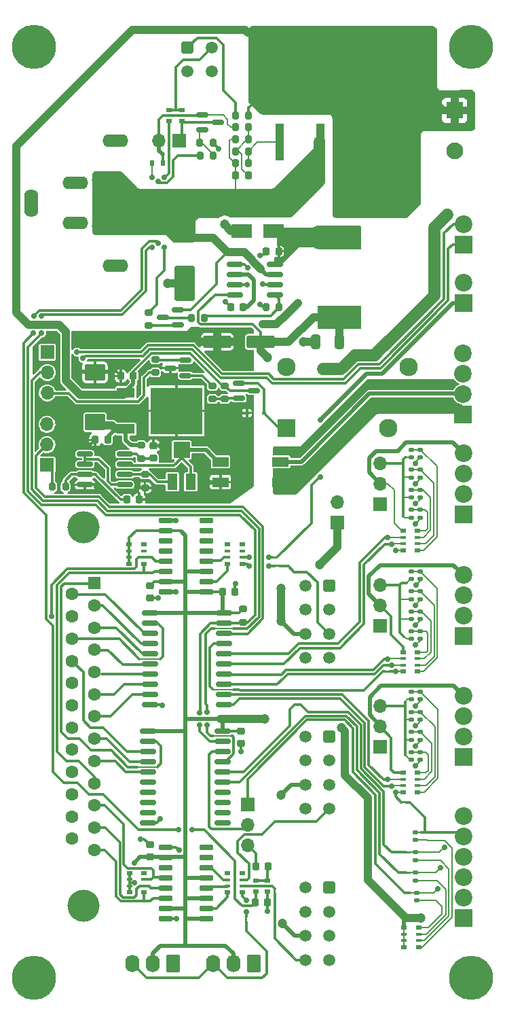
<source format=gbr>
%TF.GenerationSoftware,KiCad,Pcbnew,(6.0.1-0)*%
%TF.CreationDate,2022-06-06T20:51:42+12:00*%
%TF.ProjectId,controller,636f6e74-726f-46c6-9c65-722e6b696361,2.0*%
%TF.SameCoordinates,PX324e6b0PYa469d80*%
%TF.FileFunction,Copper,L1,Top*%
%TF.FilePolarity,Positive*%
%FSLAX46Y46*%
G04 Gerber Fmt 4.6, Leading zero omitted, Abs format (unit mm)*
G04 Created by KiCad (PCBNEW (6.0.1-0)) date 2022-06-06 20:51:42*
%MOMM*%
%LPD*%
G01*
G04 APERTURE LIST*
G04 Aperture macros list*
%AMRoundRect*
0 Rectangle with rounded corners*
0 $1 Rounding radius*
0 $2 $3 $4 $5 $6 $7 $8 $9 X,Y pos of 4 corners*
0 Add a 4 corners polygon primitive as box body*
4,1,4,$2,$3,$4,$5,$6,$7,$8,$9,$2,$3,0*
0 Add four circle primitives for the rounded corners*
1,1,$1+$1,$2,$3*
1,1,$1+$1,$4,$5*
1,1,$1+$1,$6,$7*
1,1,$1+$1,$8,$9*
0 Add four rect primitives between the rounded corners*
20,1,$1+$1,$2,$3,$4,$5,0*
20,1,$1+$1,$4,$5,$6,$7,0*
20,1,$1+$1,$6,$7,$8,$9,0*
20,1,$1+$1,$8,$9,$2,$3,0*%
G04 Aperture macros list end*
%TA.AperFunction,ComponentPad*%
%ADD10R,1.700000X1.700000*%
%TD*%
%TA.AperFunction,ComponentPad*%
%ADD11O,1.700000X1.700000*%
%TD*%
%TA.AperFunction,SMDPad,CuDef*%
%ADD12R,5.400000X2.900000*%
%TD*%
%TA.AperFunction,SMDPad,CuDef*%
%ADD13RoundRect,0.147500X-0.172500X0.147500X-0.172500X-0.147500X0.172500X-0.147500X0.172500X0.147500X0*%
%TD*%
%TA.AperFunction,SMDPad,CuDef*%
%ADD14RoundRect,0.225000X0.225000X0.250000X-0.225000X0.250000X-0.225000X-0.250000X0.225000X-0.250000X0*%
%TD*%
%TA.AperFunction,SMDPad,CuDef*%
%ADD15C,0.300000*%
%TD*%
%TA.AperFunction,SMDPad,CuDef*%
%ADD16RoundRect,0.147500X0.172500X-0.147500X0.172500X0.147500X-0.172500X0.147500X-0.172500X-0.147500X0*%
%TD*%
%TA.AperFunction,SMDPad,CuDef*%
%ADD17RoundRect,0.225000X-0.225000X-0.250000X0.225000X-0.250000X0.225000X0.250000X-0.225000X0.250000X0*%
%TD*%
%TA.AperFunction,ComponentPad*%
%ADD18RoundRect,0.250001X-0.499999X0.499999X-0.499999X-0.499999X0.499999X-0.499999X0.499999X0.499999X0*%
%TD*%
%TA.AperFunction,ComponentPad*%
%ADD19C,1.500000*%
%TD*%
%TA.AperFunction,SMDPad,CuDef*%
%ADD20R,0.800000X0.500000*%
%TD*%
%TA.AperFunction,SMDPad,CuDef*%
%ADD21R,0.800000X0.400000*%
%TD*%
%TA.AperFunction,SMDPad,CuDef*%
%ADD22RoundRect,0.200000X-0.275000X0.200000X-0.275000X-0.200000X0.275000X-0.200000X0.275000X0.200000X0*%
%TD*%
%TA.AperFunction,SMDPad,CuDef*%
%ADD23RoundRect,0.200000X0.200000X0.275000X-0.200000X0.275000X-0.200000X-0.275000X0.200000X-0.275000X0*%
%TD*%
%TA.AperFunction,SMDPad,CuDef*%
%ADD24RoundRect,0.200000X-0.200000X-0.275000X0.200000X-0.275000X0.200000X0.275000X-0.200000X0.275000X0*%
%TD*%
%TA.AperFunction,ComponentPad*%
%ADD25R,2.100000X2.100000*%
%TD*%
%TA.AperFunction,ComponentPad*%
%ADD26C,2.100000*%
%TD*%
%TA.AperFunction,SMDPad,CuDef*%
%ADD27R,0.600000X0.700000*%
%TD*%
%TA.AperFunction,ComponentPad*%
%ADD28RoundRect,0.250001X-0.499999X-0.499999X0.499999X-0.499999X0.499999X0.499999X-0.499999X0.499999X0*%
%TD*%
%TA.AperFunction,SMDPad,CuDef*%
%ADD29R,1.300000X2.000000*%
%TD*%
%TA.AperFunction,SMDPad,CuDef*%
%ADD30R,2.000000X2.000000*%
%TD*%
%TA.AperFunction,ComponentPad*%
%ADD31R,2.200000X2.200000*%
%TD*%
%TA.AperFunction,ComponentPad*%
%ADD32C,2.200000*%
%TD*%
%TA.AperFunction,SMDPad,CuDef*%
%ADD33RoundRect,0.200000X0.275000X-0.200000X0.275000X0.200000X-0.275000X0.200000X-0.275000X-0.200000X0*%
%TD*%
%TA.AperFunction,SMDPad,CuDef*%
%ADD34RoundRect,0.150000X-0.875000X-0.150000X0.875000X-0.150000X0.875000X0.150000X-0.875000X0.150000X0*%
%TD*%
%TA.AperFunction,SMDPad,CuDef*%
%ADD35RoundRect,0.150000X0.587500X0.150000X-0.587500X0.150000X-0.587500X-0.150000X0.587500X-0.150000X0*%
%TD*%
%TA.AperFunction,SMDPad,CuDef*%
%ADD36R,2.200000X1.200000*%
%TD*%
%TA.AperFunction,SMDPad,CuDef*%
%ADD37R,6.400000X5.800000*%
%TD*%
%TA.AperFunction,SMDPad,CuDef*%
%ADD38R,0.700000X0.600000*%
%TD*%
%TA.AperFunction,SMDPad,CuDef*%
%ADD39RoundRect,0.225000X0.250000X-0.225000X0.250000X0.225000X-0.250000X0.225000X-0.250000X-0.225000X0*%
%TD*%
%TA.AperFunction,ComponentPad*%
%ADD40RoundRect,0.250000X0.620000X0.845000X-0.620000X0.845000X-0.620000X-0.845000X0.620000X-0.845000X0*%
%TD*%
%TA.AperFunction,ComponentPad*%
%ADD41O,1.740000X2.190000*%
%TD*%
%TA.AperFunction,SMDPad,CuDef*%
%ADD42R,1.100000X4.600000*%
%TD*%
%TA.AperFunction,SMDPad,CuDef*%
%ADD43R,10.800000X9.400000*%
%TD*%
%TA.AperFunction,ComponentPad*%
%ADD44C,5.500000*%
%TD*%
%TA.AperFunction,SMDPad,CuDef*%
%ADD45RoundRect,0.250000X-1.000000X1.950000X-1.000000X-1.950000X1.000000X-1.950000X1.000000X1.950000X0*%
%TD*%
%TA.AperFunction,SMDPad,CuDef*%
%ADD46R,2.000000X1.200000*%
%TD*%
%TA.AperFunction,SMDPad,CuDef*%
%ADD47C,0.500000*%
%TD*%
%TA.AperFunction,SMDPad,CuDef*%
%ADD48C,1.000000*%
%TD*%
%TA.AperFunction,ComponentPad*%
%ADD49C,2.300000*%
%TD*%
%TA.AperFunction,ComponentPad*%
%ADD50R,2.300000X2.300000*%
%TD*%
%TA.AperFunction,SMDPad,CuDef*%
%ADD51RoundRect,0.225000X-0.250000X0.225000X-0.250000X-0.225000X0.250000X-0.225000X0.250000X0.225000X0*%
%TD*%
%TA.AperFunction,ComponentPad*%
%ADD52O,3.200000X1.600000*%
%TD*%
%TA.AperFunction,ComponentPad*%
%ADD53O,1.750000X3.500000*%
%TD*%
%TA.AperFunction,SMDPad,CuDef*%
%ADD54RoundRect,0.250000X1.500000X0.550000X-1.500000X0.550000X-1.500000X-0.550000X1.500000X-0.550000X0*%
%TD*%
%TA.AperFunction,SMDPad,CuDef*%
%ADD55RoundRect,0.150000X-0.587500X-0.150000X0.587500X-0.150000X0.587500X0.150000X-0.587500X0.150000X0*%
%TD*%
%TA.AperFunction,SMDPad,CuDef*%
%ADD56RoundRect,0.250000X-0.325000X-0.650000X0.325000X-0.650000X0.325000X0.650000X-0.325000X0.650000X0*%
%TD*%
%TA.AperFunction,SMDPad,CuDef*%
%ADD57RoundRect,0.150000X0.725000X0.150000X-0.725000X0.150000X-0.725000X-0.150000X0.725000X-0.150000X0*%
%TD*%
%TA.AperFunction,ComponentPad*%
%ADD58C,4.000000*%
%TD*%
%TA.AperFunction,ComponentPad*%
%ADD59R,1.600000X1.600000*%
%TD*%
%TA.AperFunction,ComponentPad*%
%ADD60C,1.600000*%
%TD*%
%TA.AperFunction,SMDPad,CuDef*%
%ADD61RoundRect,0.150000X-0.825000X-0.150000X0.825000X-0.150000X0.825000X0.150000X-0.825000X0.150000X0*%
%TD*%
%TA.AperFunction,SMDPad,CuDef*%
%ADD62R,0.600000X0.450000*%
%TD*%
%TA.AperFunction,SMDPad,CuDef*%
%ADD63RoundRect,0.250000X1.025000X-0.787500X1.025000X0.787500X-1.025000X0.787500X-1.025000X-0.787500X0*%
%TD*%
%TA.AperFunction,SMDPad,CuDef*%
%ADD64R,2.500000X1.800000*%
%TD*%
%TA.AperFunction,ViaPad*%
%ADD65C,0.700000*%
%TD*%
%TA.AperFunction,ViaPad*%
%ADD66C,1.200000*%
%TD*%
%TA.AperFunction,ViaPad*%
%ADD67C,1.000000*%
%TD*%
%TA.AperFunction,Conductor*%
%ADD68C,0.300000*%
%TD*%
%TA.AperFunction,Conductor*%
%ADD69C,0.200000*%
%TD*%
%TA.AperFunction,Conductor*%
%ADD70C,1.500000*%
%TD*%
%TA.AperFunction,Conductor*%
%ADD71C,1.000000*%
%TD*%
%TA.AperFunction,Conductor*%
%ADD72C,0.500000*%
%TD*%
G04 APERTURE END LIST*
%TO.C,NT4*%
G36*
X55000000Y18400000D02*
G01*
X54400000Y18400000D01*
X54400000Y18700000D01*
X55000000Y18700000D01*
X55000000Y18400000D01*
G37*
%TO.C,NT5*%
G36*
X55000000Y20900000D02*
G01*
X54400000Y20900000D01*
X54400000Y21200000D01*
X55000000Y21200000D01*
X55000000Y20900000D01*
G37*
%TO.C,NT7*%
G36*
X54400000Y29700000D02*
G01*
X53800000Y29700000D01*
X53800000Y30000000D01*
X54400000Y30000000D01*
X54400000Y29700000D01*
G37*
%TO.C,NT13*%
G36*
X38300000Y60200000D02*
G01*
X37700000Y60200000D01*
X37700000Y60500000D01*
X38300000Y60500000D01*
X38300000Y60200000D01*
G37*
%TO.C,NT6*%
G36*
X55000000Y23450000D02*
G01*
X54400000Y23450000D01*
X54400000Y23750000D01*
X55000000Y23750000D01*
X55000000Y23450000D01*
G37*
%TO.C,NT20*%
G36*
X52350000Y45975000D02*
G01*
X51750000Y45975000D01*
X51750000Y46275000D01*
X52350000Y46275000D01*
X52350000Y45975000D01*
G37*
%TO.C,NT11*%
G36*
X38150000Y18500000D02*
G01*
X37850000Y18500000D01*
X37850000Y19100000D01*
X38150000Y19100000D01*
X38150000Y18500000D01*
G37*
%TO.C,NT23*%
G36*
X29020000Y73500000D02*
G01*
X28280000Y73500000D01*
X28280000Y74000000D01*
X29020000Y74000000D01*
X29020000Y73500000D01*
G37*
%TO.C,NT2*%
G36*
X30320000Y99650000D02*
G01*
X28880000Y99650000D01*
X28880000Y100650000D01*
X30320000Y100650000D01*
X30320000Y99650000D01*
G37*
%TO.C,NT1*%
G36*
X35258198Y116716066D02*
G01*
X34833934Y116291802D01*
X34621802Y116503934D01*
X35046066Y116928198D01*
X35258198Y116716066D01*
G37*
%TO.C,NT12*%
G36*
X34600000Y14950000D02*
G01*
X34300000Y14950000D01*
X34300000Y15550000D01*
X34600000Y15550000D01*
X34600000Y14950000D01*
G37*
%TO.C,NT9*%
G36*
X38650000Y59150000D02*
G01*
X38050000Y59150000D01*
X38050000Y59450000D01*
X38650000Y59450000D01*
X38650000Y59150000D01*
G37*
%TO.C,NT10*%
G36*
X42550000Y27300000D02*
G01*
X41950000Y27300000D01*
X41950000Y27600000D01*
X42550000Y27600000D01*
X42550000Y27300000D01*
G37*
%TD*%
D10*
%TO.P,JP7,1,A*%
%TO.N,GND*%
X51150000Y36725000D03*
D11*
%TO.P,JP7,2,C*%
%TO.N,/Connectors/Z_COM*%
X51150000Y39265000D03*
%TO.P,JP7,3,B*%
%TO.N,/Connectors/STP_5V*%
X51150000Y41805000D03*
%TD*%
D12*
%TO.P,L1,1,1*%
%TO.N,/Power/U2_LX*%
X46100000Y100200000D03*
%TO.P,L1,2,2*%
%TO.N,/Power/U2_FB*%
X46100000Y90300000D03*
%TD*%
D13*
%TO.P,D15,1,K*%
%TO.N,Net-(D14-Pad2)*%
X55025000Y71285000D03*
%TO.P,D15,2,A*%
%TO.N,/Connectors/STP_5V*%
X55025000Y70315000D03*
%TD*%
D14*
%TO.P,C8,1*%
%TO.N,/Power/U2_VD*%
X34075000Y91550000D03*
%TO.P,C8,2*%
%TO.N,GND*%
X32525000Y91550000D03*
%TD*%
D15*
%TO.P,NT4,1,1*%
%TO.N,/Connectors/RELAY4_IN*%
X54400000Y18550000D03*
%TO.P,NT4,2,2*%
%TO.N,/Connectors/RELAY4*%
X55000000Y18550000D03*
%TD*%
D16*
%TO.P,D34,1,K*%
%TO.N,GND*%
X56170000Y35140000D03*
%TO.P,D34,2,A*%
%TO.N,Net-(D34-Pad2)*%
X56170000Y36110000D03*
%TD*%
D17*
%TO.P,C1,1*%
%TO.N,/Power/CHARGE_PUMP_IN*%
X35675000Y21850000D03*
%TO.P,C1,2*%
%TO.N,Net-(C1-Pad2)*%
X37225000Y21850000D03*
%TD*%
D13*
%TO.P,D13,1,K*%
%TO.N,Net-(D12-Pad2)*%
X55025000Y73785000D03*
%TO.P,D13,2,A*%
%TO.N,/Connectors/STP_5V*%
X55025000Y72815000D03*
%TD*%
D18*
%TO.P,J12,1,Pin_1*%
%TO.N,unconnected-(J12-Pad1)*%
X44811000Y19210000D03*
D19*
%TO.P,J12,2,Pin_2*%
%TO.N,unconnected-(J12-Pad2)*%
X44811000Y16210000D03*
%TO.P,J12,3,Pin_3*%
%TO.N,unconnected-(J12-Pad3)*%
X44811000Y13210000D03*
%TO.P,J12,4,Pin_4*%
%TO.N,unconnected-(J12-Pad4)*%
X44811000Y10210000D03*
%TO.P,J12,5,Pin_5*%
%TO.N,unconnected-(J12-Pad5)*%
X41811000Y19210000D03*
%TO.P,J12,6,Pin_6*%
%TO.N,GNDA*%
X41811000Y16210000D03*
%TO.P,J12,7,Pin_7*%
%TO.N,+5V*%
X41811000Y13210000D03*
%TO.P,J12,8,Pin_8*%
%TO.N,/Connectors/ZMIN*%
X41811000Y10210000D03*
%TD*%
D20*
%TO.P,RN1,1,R1.1*%
%TO.N,+5V*%
X19875000Y61950000D03*
D21*
%TO.P,RN1,2,R2.1*%
X19875000Y61150000D03*
%TO.P,RN1,3,R3.1*%
X19875000Y60350000D03*
D20*
%TO.P,RN1,4,R4.1*%
X19875000Y59550000D03*
%TO.P,RN1,5,R4.2*%
%TO.N,/LPT Interface/P10_OUT*%
X21675000Y59550000D03*
D21*
%TO.P,RN1,6,R3.2*%
%TO.N,/LPT Interface/P15_OUT*%
X21675000Y60350000D03*
%TO.P,RN1,7,R2.2*%
%TO.N,unconnected-(RN1-Pad7)*%
X21675000Y61150000D03*
D20*
%TO.P,RN1,8,R1.2*%
%TO.N,unconnected-(RN1-Pad8)*%
X21675000Y61950000D03*
%TD*%
D22*
%TO.P,R13,1*%
%TO.N,12V_SAFE*%
X21350000Y74325000D03*
%TO.P,R13,2*%
%TO.N,Net-(C12-Pad1)*%
X21350000Y72675000D03*
%TD*%
D16*
%TO.P,D24,1,K*%
%TO.N,GND*%
X56175000Y52665000D03*
%TO.P,D24,2,A*%
%TO.N,Net-(D24-Pad2)*%
X56175000Y53635000D03*
%TD*%
D23*
%TO.P,R12,1*%
%TO.N,/Power/U2_ON_nOFF*%
X38575000Y91500000D03*
%TO.P,R12,2*%
%TO.N,GND*%
X36925000Y91500000D03*
%TD*%
D15*
%TO.P,NT5,1,1*%
%TO.N,/Connectors/RELAY3_IN*%
X54400000Y21050000D03*
%TO.P,NT5,2,2*%
%TO.N,/Connectors/RELAY3*%
X55000000Y21050000D03*
%TD*%
D24*
%TO.P,R6,1*%
%TO.N,Net-(Q1-Pad2)*%
X28675000Y112000000D03*
%TO.P,R6,2*%
%TO.N,GND*%
X30325000Y112000000D03*
%TD*%
D10*
%TO.P,JP4,1,A*%
%TO.N,Net-(D4-Pad2)*%
X26125000Y112250000D03*
D11*
%TO.P,JP4,2,B*%
%TO.N,Net-(D3-Pad1)*%
X23585000Y112250000D03*
%TD*%
D25*
%TO.P,J3,1,Pin_1*%
%TO.N,24V_SAFE*%
X60450000Y116050000D03*
D26*
%TO.P,J3,2,Pin_2*%
%TO.N,GND*%
X60450000Y110970000D03*
%TD*%
D27*
%TO.P,D3,1,K*%
%TO.N,Net-(D3-Pad1)*%
X24100000Y109500000D03*
%TO.P,D3,2,A*%
%TO.N,/LPT Interface/nCE_IN*%
X22700000Y109500000D03*
%TD*%
D28*
%TO.P,J2,1,Pin_1*%
%TO.N,/Power/PLED*%
X27150000Y123880000D03*
D19*
%TO.P,J2,2,Pin_2*%
%TO.N,Net-(D4-Pad1)*%
X30150000Y123880000D03*
%TO.P,J2,3,Pin_3*%
%TO.N,GND*%
X27150000Y120880000D03*
%TO.P,J2,4,Pin_4*%
X30150000Y120880000D03*
%TD*%
D13*
%TO.P,D8,1,K*%
%TO.N,/Connectors/RELAY4*%
X55700000Y18585000D03*
%TO.P,D8,2,A*%
%TO.N,Net-(D8-Pad2)*%
X55700000Y17615000D03*
%TD*%
D29*
%TO.P,RV1,1,1*%
%TO.N,Net-(R15-Pad2)*%
X25250000Y69750000D03*
D30*
%TO.P,RV1,2,2*%
%TO.N,/Connectors/0-10V_IN*%
X26400000Y73750000D03*
D29*
%TO.P,RV1,3,3*%
X27550000Y69750000D03*
%TD*%
D15*
%TO.P,NT7,1,1*%
%TO.N,/Connectors/EN*%
X53800000Y29850000D03*
%TO.P,NT7,2,2*%
%TO.N,/Connectors/RELAY1*%
X54400000Y29850000D03*
%TD*%
D31*
%TO.P,J14,1,Pin_1*%
%TO.N,/Connectors/EMRG_STOP*%
X61550000Y92050000D03*
D32*
%TO.P,J14,2,Pin_2*%
%TO.N,GND*%
X61550000Y94590000D03*
%TD*%
D33*
%TO.P,R17,1*%
%TO.N,Net-(Q5-Pad2)*%
X30250000Y80075000D03*
%TO.P,R17,2*%
%TO.N,Net-(Q4-Pad1)*%
X30250000Y81725000D03*
%TD*%
D15*
%TO.P,NT13,1,1*%
%TO.N,/Connectors/EMERG_STOP_OUT*%
X37700000Y60350000D03*
%TO.P,NT13,2,2*%
%TO.N,/Connectors/EMRG_STOP*%
X38300000Y60350000D03*
%TD*%
D34*
%TO.P,U5,1,A->B*%
%TO.N,+5V*%
X22178560Y38722560D03*
%TO.P,U5,2,A0*%
%TO.N,/LPT Interface/P1_IN*%
X22178560Y37452560D03*
%TO.P,U5,3,A1*%
%TO.N,/LPT Interface/P17_IN*%
X22178560Y36182560D03*
%TO.P,U5,4,A2*%
%TO.N,/LPT Interface/P8_IN*%
X22178560Y34912560D03*
%TO.P,U5,5,A3*%
%TO.N,/LPT Interface/P9_IN*%
X22178560Y33642560D03*
%TO.P,U5,6,A4*%
%TO.N,unconnected-(U5-Pad6)*%
X22178560Y32372560D03*
%TO.P,U5,7,A5*%
%TO.N,unconnected-(U5-Pad7)*%
X22178560Y31102560D03*
%TO.P,U5,8,A6*%
%TO.N,unconnected-(U5-Pad8)*%
X22178560Y29832560D03*
%TO.P,U5,9,A7*%
%TO.N,unconnected-(U5-Pad9)*%
X22178560Y28562560D03*
%TO.P,U5,10,GND*%
%TO.N,GND*%
X22178560Y27292560D03*
%TO.P,U5,11,B7*%
%TO.N,unconnected-(U5-Pad11)*%
X31478560Y27292560D03*
%TO.P,U5,12,B6*%
%TO.N,unconnected-(U5-Pad12)*%
X31478560Y28562560D03*
%TO.P,U5,13,B5*%
%TO.N,unconnected-(U5-Pad13)*%
X31478560Y29832560D03*
%TO.P,U5,14,B4*%
%TO.N,unconnected-(U5-Pad14)*%
X31478560Y31102560D03*
%TO.P,U5,15,B3*%
%TO.N,/Connectors/RELAY3_IN*%
X31478560Y32372560D03*
%TO.P,U5,16,B2*%
%TO.N,/Connectors/RELAY2_IN*%
X31478560Y33642560D03*
%TO.P,U5,17,B1*%
%TO.N,/LPT Interface/P17_OUT*%
X31478560Y34912560D03*
%TO.P,U5,18,B0*%
%TO.N,/LPT Interface/P1_OUT*%
X31478560Y36182560D03*
%TO.P,U5,19,CE*%
%TO.N,/LPT Interface/nCE_IN*%
X31478560Y37452560D03*
%TO.P,U5,20,VCC*%
%TO.N,+5V*%
X31478560Y38722560D03*
%TD*%
D13*
%TO.P,D29,1,K*%
%TO.N,Net-(D28-Pad2)*%
X55050000Y43615000D03*
%TO.P,D29,2,A*%
%TO.N,/Connectors/STP_5V*%
X55050000Y42645000D03*
%TD*%
D16*
%TO.P,D14,1,K*%
%TO.N,GND*%
X56150000Y70315000D03*
%TO.P,D14,2,A*%
%TO.N,Net-(D14-Pad2)*%
X56150000Y71285000D03*
%TD*%
D35*
%TO.P,Q4,1,C*%
%TO.N,Net-(Q4-Pad1)*%
X26887500Y83000000D03*
%TO.P,Q4,2,B*%
%TO.N,Net-(Q4-Pad2)*%
X26887500Y84900000D03*
%TO.P,Q4,3,E*%
%TO.N,GND*%
X25012500Y83950000D03*
%TD*%
D20*
%TO.P,RN6,1,R1.1*%
%TO.N,/Connectors/X_COM*%
X54000000Y63650000D03*
D21*
%TO.P,RN6,2,R2.1*%
%TO.N,/Connectors/XCLK_IN*%
X54000000Y62850000D03*
%TO.P,RN6,3,R3.1*%
%TO.N,/Connectors/XDIR_IN*%
X54000000Y62050000D03*
D20*
%TO.P,RN6,4,R4.1*%
%TO.N,/Connectors/EN*%
X54000000Y61250000D03*
%TO.P,RN6,5,R4.2*%
%TO.N,Net-(D12-Pad2)*%
X55800000Y61250000D03*
D21*
%TO.P,RN6,6,R3.2*%
%TO.N,Net-(D14-Pad2)*%
X55800000Y62050000D03*
%TO.P,RN6,7,R2.2*%
%TO.N,Net-(D16-Pad2)*%
X55800000Y62850000D03*
D20*
%TO.P,RN6,8,R1.2*%
%TO.N,Net-(D18-Pad2)*%
X55800000Y63650000D03*
%TD*%
D36*
%TO.P,U1,1,IN*%
%TO.N,24V_SAFE*%
X19450000Y80902000D03*
D37*
%TO.P,U1,2,GND*%
%TO.N,GND*%
X25750000Y78622000D03*
D36*
%TO.P,U1,3,OUT*%
%TO.N,12V_SAFE*%
X19450000Y76342000D03*
%TD*%
D13*
%TO.P,D27,1,K*%
%TO.N,Net-(D26-Pad2)*%
X55050000Y51147500D03*
%TO.P,D27,2,A*%
%TO.N,/Connectors/STP_5V*%
X55050000Y50177500D03*
%TD*%
D23*
%TO.P,R7,1*%
%TO.N,Net-(Q2-Pad1)*%
X34750000Y109450000D03*
%TO.P,R7,2*%
%TO.N,24V_IN*%
X33100000Y109450000D03*
%TD*%
D38*
%TO.P,D5,1,K*%
%TO.N,Net-(D4-Pad1)*%
X24850000Y116100000D03*
%TO.P,D5,2,A*%
%TO.N,5V_nEN*%
X24850000Y114700000D03*
%TD*%
D13*
%TO.P,D11,1,K*%
%TO.N,/Connectors/RELAY1*%
X55600000Y26085000D03*
%TO.P,D11,2,A*%
%TO.N,Net-(D11-Pad2)*%
X55600000Y25115000D03*
%TD*%
D24*
%TO.P,R5,1*%
%TO.N,/Power/PLED*%
X33100000Y115450000D03*
%TO.P,R5,2*%
%TO.N,Net-(NT1-Pad1)*%
X34750000Y115450000D03*
%TD*%
D13*
%TO.P,D21,1,K*%
%TO.N,Net-(D20-Pad2)*%
X55050000Y58635000D03*
%TO.P,D21,2,A*%
%TO.N,/Connectors/STP_5V*%
X55050000Y57665000D03*
%TD*%
D10*
%TO.P,JP1,1,A*%
%TO.N,/Connectors/RELAY4_IN*%
X34619000Y29600000D03*
D11*
%TO.P,JP1,2,C*%
%TO.N,/LPT Interface/P1_OUT*%
X34619000Y27060000D03*
%TO.P,JP1,3,B*%
%TO.N,/Power/CHARGE_PUMP_IN*%
X34619000Y24520000D03*
%TD*%
D39*
%TO.P,C12,1*%
%TO.N,Net-(C12-Pad1)*%
X22900000Y72725000D03*
%TO.P,C12,2*%
%TO.N,GND*%
X22900000Y74275000D03*
%TD*%
D23*
%TO.P,R14,1*%
%TO.N,Net-(C13-Pad1)*%
X11925000Y69150000D03*
%TO.P,R14,2*%
%TO.N,/LPT Interface/PWM_IN*%
X10275000Y69150000D03*
%TD*%
D10*
%TO.P,JP8,1,A*%
%TO.N,GNDA*%
X45850000Y64675000D03*
D11*
%TO.P,JP8,2,B*%
%TO.N,GND*%
X45850000Y67215000D03*
%TD*%
D15*
%TO.P,NT6,1,1*%
%TO.N,/Connectors/RELAY2_IN*%
X54400000Y23600000D03*
%TO.P,NT6,2,2*%
%TO.N,/Connectors/RELAY2*%
X55000000Y23600000D03*
%TD*%
D40*
%TO.P,J16,1,Pin_1*%
%TO.N,GNDA*%
X35400000Y9750000D03*
D41*
%TO.P,J16,2,Pin_2*%
%TO.N,+5V*%
X32860000Y9750000D03*
%TO.P,J16,3,Pin_3*%
%TO.N,/Connectors/PROBE*%
X30320000Y9750000D03*
%TD*%
D31*
%TO.P,J9,1,Pin_1*%
%TO.N,/Connectors/EN*%
X61550000Y50520000D03*
D32*
%TO.P,J9,2,Pin_2*%
%TO.N,/Connectors/YDIR*%
X61550000Y53060000D03*
%TO.P,J9,3,Pin_3*%
%TO.N,/Connectors/YCLK*%
X61550000Y55600000D03*
%TO.P,J9,4,Pin_4*%
%TO.N,/Connectors/Y_COM*%
X61550000Y58140000D03*
%TD*%
D42*
%TO.P,Q2,1,G*%
%TO.N,Net-(Q2-Pad1)*%
X38635000Y112075000D03*
D43*
%TO.P,Q2,2,D*%
%TO.N,24V_SAFE*%
X41175000Y121225000D03*
D42*
%TO.P,Q2,3,S*%
%TO.N,24V_IN*%
X43715000Y112075000D03*
%TD*%
D24*
%TO.P,R8,1*%
%TO.N,Net-(C3-Pad2)*%
X33100000Y110950000D03*
%TO.P,R8,2*%
%TO.N,Net-(Q2-Pad1)*%
X34750000Y110950000D03*
%TD*%
D15*
%TO.P,NT20,1,1*%
%TO.N,/Connectors/EN_IN*%
X51750000Y46125000D03*
%TO.P,NT20,2,2*%
%TO.N,/Connectors/EN*%
X52350000Y46125000D03*
%TD*%
D38*
%TO.P,D1,1,K*%
%TO.N,Net-(C1-Pad2)*%
X37150000Y20100000D03*
%TO.P,D1,2,A*%
%TO.N,GND*%
X37150000Y18700000D03*
%TD*%
D31*
%TO.P,J13,1,Pin_1*%
%TO.N,/Connectors/P16_OUT*%
X61550000Y99360000D03*
D32*
%TO.P,J13,2,Pin_2*%
%TO.N,/Connectors/P17_OUT*%
X61550000Y101900000D03*
%TD*%
D17*
%TO.P,C9,1*%
%TO.N,/Power/U2_BST*%
X36975000Y98500000D03*
%TO.P,C9,2*%
%TO.N,/Power/U2_LX*%
X38525000Y98500000D03*
%TD*%
D13*
%TO.P,D35,1,K*%
%TO.N,Net-(D34-Pad2)*%
X55050000Y36105000D03*
%TO.P,D35,2,A*%
%TO.N,/Connectors/STP_5V*%
X55050000Y35135000D03*
%TD*%
%TO.P,D17,1,K*%
%TO.N,Net-(D16-Pad2)*%
X55025000Y68785000D03*
%TO.P,D17,2,A*%
%TO.N,/Connectors/STP_5V*%
X55025000Y67815000D03*
%TD*%
D31*
%TO.P,J11,1,Pin_1*%
%TO.N,/Connectors/EN*%
X61550000Y35495000D03*
D32*
%TO.P,J11,2,Pin_2*%
%TO.N,/Connectors/ZDIR*%
X61550000Y38035000D03*
%TO.P,J11,3,Pin_3*%
%TO.N,/Connectors/ZCLK*%
X61550000Y40575000D03*
%TO.P,J11,4,Pin_4*%
%TO.N,/Connectors/Z_COM*%
X61550000Y43115000D03*
%TD*%
D22*
%TO.P,R18,1*%
%TO.N,24V_SAFE*%
X31800000Y81725000D03*
%TO.P,R18,2*%
%TO.N,Net-(Q5-Pad2)*%
X31800000Y80075000D03*
%TD*%
D10*
%TO.P,JP5,1,A*%
%TO.N,GND*%
X51200000Y66975000D03*
D11*
%TO.P,JP5,2,C*%
%TO.N,/Connectors/X_COM*%
X51200000Y69515000D03*
%TO.P,JP5,3,B*%
%TO.N,/Connectors/STP_5V*%
X51200000Y72055000D03*
%TD*%
D13*
%TO.P,D33,1,K*%
%TO.N,Net-(D32-Pad2)*%
X55050000Y38610000D03*
%TO.P,D33,2,A*%
%TO.N,/Connectors/STP_5V*%
X55050000Y37640000D03*
%TD*%
D44*
%TO.P,H4,1,1*%
%TO.N,GND*%
X62500000Y8000000D03*
%TD*%
D45*
%TO.P,C4,1*%
%TO.N,24V_IN*%
X26750000Y101900000D03*
%TO.P,C4,2*%
%TO.N,GND*%
X26750000Y94500000D03*
%TD*%
D46*
%TO.P,LF1,1,1*%
%TO.N,/Connectors/VFD_AGND*%
X38750000Y69730000D03*
%TO.P,LF1,2,2*%
%TO.N,/Connectors/VFD_0-10V*%
X38750000Y72270000D03*
%TO.P,LF1,3,3*%
%TO.N,Net-(LF1-Pad3)*%
X31250000Y72270000D03*
%TO.P,LF1,4,4*%
%TO.N,GND*%
X31250000Y69730000D03*
%TD*%
D13*
%TO.P,D23,1,K*%
%TO.N,Net-(D22-Pad2)*%
X55050000Y56135000D03*
%TO.P,D23,2,A*%
%TO.N,/Connectors/STP_5V*%
X55050000Y55165000D03*
%TD*%
D15*
%TO.P,NT11,1,1*%
%TO.N,/Connectors/ZMIN_OUT*%
X38000000Y19100000D03*
%TO.P,NT11,2,2*%
%TO.N,/Connectors/ZMIN*%
X38000000Y18500000D03*
%TD*%
D31*
%TO.P,J6,1,Pin_1*%
%TO.N,/Connectors/EN*%
X61550000Y65670000D03*
D32*
%TO.P,J6,2,Pin_2*%
%TO.N,/Connectors/XDIR*%
X61550000Y68210000D03*
%TO.P,J6,3,Pin_3*%
%TO.N,/Connectors/XCLK*%
X61550000Y70750000D03*
%TO.P,J6,4,Pin_4*%
%TO.N,/Connectors/X_COM*%
X61550000Y73290000D03*
%TD*%
D13*
%TO.P,D9,1,K*%
%TO.N,/Connectors/RELAY3*%
X55600000Y21060000D03*
%TO.P,D9,2,A*%
%TO.N,Net-(D9-Pad2)*%
X55600000Y20090000D03*
%TD*%
D47*
%TO.P,NT23,1,1*%
%TO.N,/Connectors/0-10V_IN*%
X28300000Y73750000D03*
%TO.P,NT23,2,2*%
%TO.N,Net-(LF1-Pad3)*%
X29000000Y73750000D03*
%TD*%
D16*
%TO.P,D12,1,K*%
%TO.N,GND*%
X56150000Y72815000D03*
%TO.P,D12,2,A*%
%TO.N,Net-(D12-Pad2)*%
X56150000Y73785000D03*
%TD*%
D31*
%TO.P,J5,1,Pin_1*%
%TO.N,/Connectors/RELAY_5V*%
X61550000Y15400000D03*
D32*
%TO.P,J5,2,Pin_2*%
%TO.N,/Connectors/RELAY4*%
X61550000Y17940000D03*
%TO.P,J5,3,Pin_3*%
%TO.N,/Connectors/RELAY3*%
X61550000Y20480000D03*
%TO.P,J5,4,Pin_4*%
%TO.N,/Connectors/RELAY2*%
X61550000Y23020000D03*
%TO.P,J5,5,Pin_5*%
%TO.N,/Connectors/RELAY1*%
X61550000Y25560000D03*
%TO.P,J5,6,Pin_6*%
%TO.N,GND*%
X61550000Y28100000D03*
%TD*%
D48*
%TO.P,NT2,1,1*%
%TO.N,24V_IN*%
X28900000Y100150000D03*
%TO.P,NT2,2,2*%
%TO.N,/Power/U2_VIN*%
X30300000Y100150000D03*
%TD*%
D15*
%TO.P,NT1,1,1*%
%TO.N,Net-(NT1-Pad1)*%
X34727868Y116397868D03*
%TO.P,NT1,2,2*%
%TO.N,24V_SAFE*%
X35152132Y116822132D03*
%TD*%
D20*
%TO.P,RN3,1,R1.1*%
%TO.N,unconnected-(RN3-Pad1)*%
X32150000Y21000000D03*
D21*
%TO.P,RN3,2,R2.1*%
%TO.N,Net-(RN3-Pad2)*%
X32150000Y20200000D03*
%TO.P,RN3,3,R3.1*%
%TO.N,Net-(RN3-Pad3)*%
X32150000Y19400000D03*
D20*
%TO.P,RN3,4,R4.1*%
%TO.N,Net-(RN3-Pad4)*%
X32150000Y18600000D03*
%TO.P,RN3,5,R4.2*%
%TO.N,/Connectors/PROBE_OUT*%
X33950000Y18600000D03*
D21*
%TO.P,RN3,6,R3.2*%
%TO.N,/Connectors/ZMIN_OUT*%
X33950000Y19400000D03*
%TO.P,RN3,7,R2.2*%
%TO.N,/Connectors/YMIN_OUT*%
X33950000Y20200000D03*
D20*
%TO.P,RN3,8,R1.2*%
%TO.N,unconnected-(RN3-Pad8)*%
X33950000Y21000000D03*
%TD*%
D49*
%TO.P,K1,1*%
%TO.N,GND*%
X39500000Y84070000D03*
%TO.P,K1,3*%
%TO.N,/Connectors/SPNDL_RELAY_NO*%
X54740000Y84050000D03*
%TO.P,K1,5*%
%TO.N,/Connectors/SPNDL_RELAY_COM*%
X52200000Y76450000D03*
D50*
%TO.P,K1,6*%
%TO.N,Net-(D7-Pad1)*%
X39500000Y76450000D03*
%TD*%
D20*
%TO.P,RN2,1,R1.1*%
%TO.N,+5V*%
X19900000Y21018000D03*
D21*
%TO.P,RN2,2,R2.1*%
X19900000Y20218000D03*
%TO.P,RN2,3,R3.1*%
X19900000Y19418000D03*
D20*
%TO.P,RN2,4,R4.1*%
X19900000Y18618000D03*
%TO.P,RN2,5,R4.2*%
%TO.N,/LPT Interface/P13_OUT*%
X21700000Y18618000D03*
D21*
%TO.P,RN2,6,R3.2*%
%TO.N,/LPT Interface/P12_OUT*%
X21700000Y19418000D03*
%TO.P,RN2,7,R2.2*%
%TO.N,/LPT Interface/P11_OUT*%
X21700000Y20218000D03*
D20*
%TO.P,RN2,8,R1.2*%
%TO.N,unconnected-(RN2-Pad8)*%
X21700000Y21018000D03*
%TD*%
D51*
%TO.P,C17,1*%
%TO.N,+5V*%
X33800000Y38700000D03*
%TO.P,C17,2*%
%TO.N,GND*%
X33800000Y37150000D03*
%TD*%
D17*
%TO.P,C2,1*%
%TO.N,Net-(C2-Pad1)*%
X35600000Y17350000D03*
%TO.P,C2,2*%
%TO.N,GND*%
X37150000Y17350000D03*
%TD*%
D16*
%TO.P,D32,1,K*%
%TO.N,GND*%
X56175000Y37640000D03*
%TO.P,D32,2,A*%
%TO.N,Net-(D32-Pad2)*%
X56175000Y38610000D03*
%TD*%
D18*
%TO.P,J10,1,Pin_1*%
%TO.N,unconnected-(J10-Pad1)*%
X44811000Y38028000D03*
D19*
%TO.P,J10,2,Pin_2*%
%TO.N,unconnected-(J10-Pad2)*%
X44811000Y35028000D03*
%TO.P,J10,3,Pin_3*%
%TO.N,unconnected-(J10-Pad3)*%
X44811000Y32028000D03*
%TO.P,J10,4,Pin_4*%
%TO.N,/Connectors/YMIN*%
X44811000Y29028000D03*
%TO.P,J10,5,Pin_5*%
%TO.N,unconnected-(J10-Pad5)*%
X41811000Y38028000D03*
%TO.P,J10,6,Pin_6*%
%TO.N,GNDA*%
X41811000Y35028000D03*
%TO.P,J10,7,Pin_7*%
%TO.N,+5V*%
X41811000Y32028000D03*
%TO.P,J10,8,Pin_8*%
%TO.N,unconnected-(J10-Pad8)*%
X41811000Y29028000D03*
%TD*%
D14*
%TO.P,C5,1*%
%TO.N,24V_SAFE*%
X20375000Y82950000D03*
%TO.P,C5,2*%
%TO.N,GND*%
X18825000Y82950000D03*
%TD*%
D52*
%TO.P,J1,1*%
%TO.N,24V_IN*%
X16800000Y101600000D03*
%TO.P,J1,2*%
%TO.N,GND*%
X13150000Y102000000D03*
%TO.P,J1,3*%
X13150000Y107000000D03*
%TO.P,J1,4*%
%TO.N,24V_IN*%
X16800000Y107400000D03*
%TO.P,J1,SH*%
%TO.N,GND*%
X18150000Y112300000D03*
D53*
X7650000Y104500000D03*
D52*
X18150000Y96700000D03*
%TD*%
D16*
%TO.P,D18,1,K*%
%TO.N,GND*%
X56150000Y65315000D03*
%TO.P,D18,2,A*%
%TO.N,Net-(D18-Pad2)*%
X56150000Y66285000D03*
%TD*%
%TO.P,D16,1,K*%
%TO.N,GND*%
X56150000Y67815000D03*
%TO.P,D16,2,A*%
%TO.N,Net-(D16-Pad2)*%
X56150000Y68785000D03*
%TD*%
D22*
%TO.P,R16,1*%
%TO.N,Net-(Q4-Pad2)*%
X23125000Y85025000D03*
%TO.P,R16,2*%
%TO.N,/LPT Interface/SPNDL_RELAY_IN*%
X23125000Y83375000D03*
%TD*%
D16*
%TO.P,D30,1,K*%
%TO.N,GND*%
X56175000Y40125000D03*
%TO.P,D30,2,A*%
%TO.N,Net-(D30-Pad2)*%
X56175000Y41095000D03*
%TD*%
D54*
%TO.P,C11,1*%
%TO.N,/Power/U2_FB*%
X36250000Y87200000D03*
%TO.P,C11,2*%
%TO.N,GND*%
X30850000Y87200000D03*
%TD*%
D10*
%TO.P,JP6,1,A*%
%TO.N,GND*%
X51150000Y51845000D03*
D11*
%TO.P,JP6,2,C*%
%TO.N,/Connectors/Y_COM*%
X51150000Y54385000D03*
%TO.P,JP6,3,B*%
%TO.N,/Connectors/STP_5V*%
X51150000Y56925000D03*
%TD*%
D10*
%TO.P,JP2,1,A*%
%TO.N,/LPT Interface/PWM_IN*%
X9600000Y71850000D03*
D11*
%TO.P,JP2,2,C*%
%TO.N,/LPT Interface/P16_OUT*%
X9600000Y74390000D03*
%TO.P,JP2,3,B*%
%TO.N,/Connectors/P16_IN*%
X9600000Y76930000D03*
%TD*%
D51*
%TO.P,C15,1*%
%TO.N,+5V*%
X22419000Y56830000D03*
%TO.P,C15,2*%
%TO.N,GND*%
X22419000Y55280000D03*
%TD*%
D38*
%TO.P,D4,1,K*%
%TO.N,Net-(D4-Pad1)*%
X26400000Y116100000D03*
%TO.P,D4,2,A*%
%TO.N,Net-(D4-Pad2)*%
X26400000Y114700000D03*
%TD*%
D16*
%TO.P,D28,1,K*%
%TO.N,GND*%
X56175000Y42645000D03*
%TO.P,D28,2,A*%
%TO.N,Net-(D28-Pad2)*%
X56175000Y43615000D03*
%TD*%
D23*
%TO.P,R9,1*%
%TO.N,Net-(C3-Pad2)*%
X34750000Y113950000D03*
%TO.P,R9,2*%
%TO.N,Net-(D3-Pad1)*%
X33100000Y113950000D03*
%TD*%
D55*
%TO.P,Q5,1,C*%
%TO.N,Net-(D7-Pad1)*%
X33562500Y82050000D03*
%TO.P,Q5,2,B*%
%TO.N,Net-(Q5-Pad2)*%
X33562500Y80150000D03*
%TO.P,Q5,3,E*%
%TO.N,24V_SAFE*%
X35437500Y81100000D03*
%TD*%
D18*
%TO.P,J7,1,Pin_1*%
%TO.N,unconnected-(J7-Pad1)*%
X44811000Y56824000D03*
D19*
%TO.P,J7,2,Pin_2*%
%TO.N,unconnected-(J7-Pad2)*%
X44811000Y53824000D03*
%TO.P,J7,3,Pin_3*%
%TO.N,/Connectors/XMIN*%
X44811000Y50824000D03*
%TO.P,J7,4,Pin_4*%
%TO.N,unconnected-(J7-Pad4)*%
X44811000Y47824000D03*
%TO.P,J7,5,Pin_5*%
%TO.N,unconnected-(J7-Pad5)*%
X41811000Y56824000D03*
%TO.P,J7,6,Pin_6*%
%TO.N,GNDA*%
X41811000Y53824000D03*
%TO.P,J7,7,Pin_7*%
%TO.N,+5V*%
X41811000Y50824000D03*
%TO.P,J7,8,Pin_8*%
%TO.N,unconnected-(J7-Pad8)*%
X41811000Y47824000D03*
%TD*%
D56*
%TO.P,C10,1*%
%TO.N,GND*%
X43100000Y87175000D03*
%TO.P,C10,2*%
%TO.N,/Power/U2_FB*%
X46050000Y87175000D03*
%TD*%
D35*
%TO.P,Q3,1,B*%
%TO.N,Net-(Q3-Pad1)*%
X25937500Y89300000D03*
%TO.P,Q3,2,E*%
%TO.N,/Power/U2_VIN*%
X25937500Y91200000D03*
%TO.P,Q3,3,C*%
%TO.N,Net-(Q3-Pad3)*%
X24062500Y90250000D03*
%TD*%
D14*
%TO.P,C6,1*%
%TO.N,12V_SAFE*%
X17175000Y75000000D03*
%TO.P,C6,2*%
%TO.N,GND*%
X15625000Y75000000D03*
%TD*%
D23*
%TO.P,R11,1*%
%TO.N,/Power/U2_ON_nOFF*%
X29275000Y90200000D03*
%TO.P,R11,2*%
%TO.N,Net-(Q3-Pad3)*%
X27625000Y90200000D03*
%TD*%
D33*
%TO.P,R2,1*%
%TO.N,/LPT Interface/nCE_IN*%
X34050000Y52275000D03*
%TO.P,R2,2*%
%TO.N,+5V*%
X34050000Y53925000D03*
%TD*%
D20*
%TO.P,RN4,1,R1.1*%
%TO.N,/Connectors/XMIN_OUT*%
X33950000Y59550000D03*
D21*
%TO.P,RN4,2,R2.1*%
%TO.N,/Connectors/EMERG_STOP_OUT*%
X33950000Y60350000D03*
%TO.P,RN4,3,R3.1*%
%TO.N,unconnected-(RN4-Pad3)*%
X33950000Y61150000D03*
D20*
%TO.P,RN4,4,R4.1*%
%TO.N,unconnected-(RN4-Pad4)*%
X33950000Y61950000D03*
%TO.P,RN4,5,R4.2*%
%TO.N,unconnected-(RN4-Pad5)*%
X32150000Y61950000D03*
D21*
%TO.P,RN4,6,R3.2*%
%TO.N,unconnected-(RN4-Pad6)*%
X32150000Y61150000D03*
%TO.P,RN4,7,R2.2*%
%TO.N,Net-(RN4-Pad7)*%
X32150000Y60350000D03*
D20*
%TO.P,RN4,8,R1.2*%
%TO.N,Net-(RN4-Pad8)*%
X32150000Y59550000D03*
%TD*%
D15*
%TO.P,NT12,1,1*%
%TO.N,/Connectors/PROBE_OUT*%
X34450000Y15550000D03*
%TO.P,NT12,2,2*%
%TO.N,/Connectors/PROBE*%
X34450000Y14950000D03*
%TD*%
D17*
%TO.P,C16,1*%
%TO.N,+5V*%
X31525000Y56100000D03*
%TO.P,C16,2*%
%TO.N,GND*%
X33075000Y56100000D03*
%TD*%
D20*
%TO.P,RN7,1,R1.1*%
%TO.N,/Connectors/Y_COM*%
X54000000Y48525000D03*
D21*
%TO.P,RN7,2,R2.1*%
%TO.N,/Connectors/YCLK_IN*%
X54000000Y47725000D03*
%TO.P,RN7,3,R3.1*%
%TO.N,/Connectors/YDIR_IN*%
X54000000Y46925000D03*
D20*
%TO.P,RN7,4,R4.1*%
%TO.N,/Connectors/EN*%
X54000000Y46125000D03*
%TO.P,RN7,5,R4.2*%
%TO.N,Net-(D20-Pad2)*%
X55800000Y46125000D03*
D21*
%TO.P,RN7,6,R3.2*%
%TO.N,Net-(D22-Pad2)*%
X55800000Y46925000D03*
%TO.P,RN7,7,R2.2*%
%TO.N,Net-(D24-Pad2)*%
X55800000Y47725000D03*
D20*
%TO.P,RN7,8,R1.2*%
%TO.N,Net-(D26-Pad2)*%
X55800000Y48525000D03*
%TD*%
D17*
%TO.P,C13,1*%
%TO.N,Net-(C13-Pad1)*%
X19575000Y67550000D03*
%TO.P,C13,2*%
%TO.N,GND*%
X21125000Y67550000D03*
%TD*%
D57*
%TO.P,U6,1,A1*%
%TO.N,+5V*%
X29529000Y56100000D03*
%TO.P,U6,2,C1*%
%TO.N,Net-(RN4-Pad8)*%
X29529000Y57370000D03*
%TO.P,U6,3,A2*%
%TO.N,+5V*%
X29529000Y58640000D03*
%TO.P,U6,4,C2*%
%TO.N,Net-(RN4-Pad7)*%
X29529000Y59910000D03*
%TO.P,U6,5,A3*%
%TO.N,unconnected-(U6-Pad5)*%
X29529000Y61180000D03*
%TO.P,U6,6,C3*%
%TO.N,unconnected-(U6-Pad6)*%
X29529000Y62450000D03*
%TO.P,U6,7,A4*%
%TO.N,unconnected-(U6-Pad7)*%
X29529000Y63720000D03*
%TO.P,U6,8,C4*%
%TO.N,unconnected-(U6-Pad8)*%
X29529000Y64990000D03*
%TO.P,U6,9,GND*%
%TO.N,GNDA*%
X24379000Y64990000D03*
%TO.P,U6,10,Vdd*%
%TO.N,+5V*%
X24379000Y63720000D03*
%TO.P,U6,11,O1*%
%TO.N,unconnected-(U6-Pad11)*%
X24379000Y62450000D03*
%TO.P,U6,12,O1*%
%TO.N,unconnected-(U6-Pad12)*%
X24379000Y61180000D03*
%TO.P,U6,13,O1*%
%TO.N,/LPT Interface/P15_OUT*%
X24379000Y59910000D03*
%TO.P,U6,14,O1*%
%TO.N,/LPT Interface/P10_OUT*%
X24379000Y58640000D03*
%TO.P,U6,15,Vdd*%
%TO.N,+5V*%
X24379000Y57370000D03*
%TO.P,U6,16,GND*%
%TO.N,GNDA*%
X24379000Y56100000D03*
%TD*%
D24*
%TO.P,R3,1*%
%TO.N,Net-(C2-Pad1)*%
X28700000Y110450000D03*
%TO.P,R3,2*%
%TO.N,Net-(Q1-Pad2)*%
X30350000Y110450000D03*
%TD*%
D13*
%TO.P,D19,1,K*%
%TO.N,Net-(D18-Pad2)*%
X55025000Y66285000D03*
%TO.P,D19,2,A*%
%TO.N,/Connectors/STP_5V*%
X55025000Y65315000D03*
%TD*%
D58*
%TO.P,J4,0,PAD*%
%TO.N,GND*%
X14130000Y16980000D03*
X14130000Y64080000D03*
D59*
%TO.P,J4,1,1*%
%TO.N,/LPT Interface/P1_IN*%
X15550000Y57150000D03*
D60*
%TO.P,J4,2,2*%
%TO.N,/LPT Interface/P2_IN*%
X15550000Y54380000D03*
%TO.P,J4,3,3*%
%TO.N,/LPT Interface/P3_IN*%
X15550000Y51610000D03*
%TO.P,J4,4,4*%
%TO.N,/LPT Interface/P4_IN*%
X15550000Y48840000D03*
%TO.P,J4,5,5*%
%TO.N,/LPT Interface/P5_IN*%
X15550000Y46070000D03*
%TO.P,J4,6,6*%
%TO.N,/LPT Interface/P6_IN*%
X15550000Y43300000D03*
%TO.P,J4,7,7*%
%TO.N,/LPT Interface/P7_IN*%
X15550000Y40530000D03*
%TO.P,J4,8,8*%
%TO.N,/LPT Interface/P8_IN*%
X15550000Y37760000D03*
%TO.P,J4,9,9*%
%TO.N,/LPT Interface/P9_IN*%
X15550000Y34990000D03*
%TO.P,J4,10,10*%
%TO.N,/LPT Interface/P10_OUT*%
X15550000Y32220000D03*
%TO.P,J4,11,11*%
%TO.N,/LPT Interface/P11_OUT*%
X15550000Y29450000D03*
%TO.P,J4,12,12*%
%TO.N,/LPT Interface/P12_OUT*%
X15550000Y26680000D03*
%TO.P,J4,13,13*%
%TO.N,/LPT Interface/P13_OUT*%
X15550000Y23910000D03*
%TO.P,J4,14,P14*%
%TO.N,/LPT Interface/P14_IN*%
X12710000Y55765000D03*
%TO.P,J4,15,P15*%
%TO.N,/LPT Interface/P15_OUT*%
X12710000Y52995000D03*
%TO.P,J4,16,P16*%
%TO.N,/LPT Interface/P16_IN*%
X12710000Y50225000D03*
%TO.P,J4,17,P17*%
%TO.N,/LPT Interface/P17_IN*%
X12710000Y47455000D03*
%TO.P,J4,18,P18*%
%TO.N,GND*%
X12710000Y44685000D03*
%TO.P,J4,19,P19*%
X12710000Y41915000D03*
%TO.P,J4,20,P20*%
X12710000Y39145000D03*
%TO.P,J4,21,P21*%
X12710000Y36375000D03*
%TO.P,J4,22,P22*%
X12710000Y33605000D03*
%TO.P,J4,23,P23*%
X12710000Y30835000D03*
%TO.P,J4,24,P24*%
X12710000Y28065000D03*
%TO.P,J4,25,P25*%
X12710000Y25295000D03*
%TD*%
D61*
%TO.P,U2,1,BST*%
%TO.N,/Power/U2_BST*%
X33075000Y96905000D03*
%TO.P,U2,2,VD*%
%TO.N,/Power/U2_VD*%
X33075000Y95635000D03*
%TO.P,U2,3,SGND*%
%TO.N,GND*%
X33075000Y94365000D03*
%TO.P,U2,4,FB*%
%TO.N,/Power/U2_FB*%
X33075000Y93095000D03*
%TO.P,U2,5,ON/~{OFF}*%
%TO.N,/Power/U2_ON_nOFF*%
X38025000Y93095000D03*
%TO.P,U2,6,GND*%
%TO.N,GND*%
X38025000Y94365000D03*
%TO.P,U2,7,VIN*%
%TO.N,/Power/U2_VIN*%
X38025000Y95635000D03*
%TO.P,U2,8,LX*%
%TO.N,/Power/U2_LX*%
X38025000Y96905000D03*
%TD*%
D16*
%TO.P,D26,1,K*%
%TO.N,GND*%
X56175000Y50177500D03*
%TO.P,D26,2,A*%
%TO.N,Net-(D26-Pad2)*%
X56175000Y51147500D03*
%TD*%
D38*
%TO.P,D2,1,K*%
%TO.N,Net-(C2-Pad1)*%
X35675000Y18700000D03*
%TO.P,D2,2,A*%
%TO.N,Net-(C1-Pad2)*%
X35675000Y20100000D03*
%TD*%
D40*
%TO.P,J17,1,Pin_1*%
%TO.N,GNDA*%
X25350000Y9750000D03*
D41*
%TO.P,J17,2,Pin_2*%
%TO.N,+5V*%
X22810000Y9750000D03*
%TO.P,J17,3,Pin_3*%
%TO.N,/Connectors/PROBE*%
X20270000Y9750000D03*
%TD*%
D44*
%TO.P,H1,1,1*%
%TO.N,GND*%
X8000000Y124000000D03*
%TD*%
D20*
%TO.P,RN5,1,R1.1*%
%TO.N,Net-(D11-Pad2)*%
X55950000Y11800000D03*
D21*
%TO.P,RN5,2,R2.1*%
%TO.N,Net-(D10-Pad2)*%
X55950000Y12600000D03*
%TO.P,RN5,3,R3.1*%
%TO.N,Net-(D9-Pad2)*%
X55950000Y13400000D03*
D20*
%TO.P,RN5,4,R4.1*%
%TO.N,Net-(D8-Pad2)*%
X55950000Y14200000D03*
%TO.P,RN5,5,R4.2*%
%TO.N,/Connectors/RELAY_5V*%
X54150000Y14200000D03*
D21*
%TO.P,RN5,6,R3.2*%
X54150000Y13400000D03*
%TO.P,RN5,7,R2.2*%
X54150000Y12600000D03*
D20*
%TO.P,RN5,8,R1.2*%
X54150000Y11800000D03*
%TD*%
D13*
%TO.P,D31,1,K*%
%TO.N,Net-(D30-Pad2)*%
X55050000Y41095000D03*
%TO.P,D31,2,A*%
%TO.N,/Connectors/STP_5V*%
X55050000Y40125000D03*
%TD*%
D31*
%TO.P,J8,1,Pin_1*%
%TO.N,/Connectors/VFD_AGND*%
X61525000Y78162836D03*
D32*
%TO.P,J8,2,Pin_2*%
%TO.N,/Connectors/VFD_0-10V*%
X61525000Y80702836D03*
%TO.P,J8,3,Pin_3*%
%TO.N,/Connectors/VFD_XGND*%
X61525000Y83242836D03*
%TO.P,J8,4,Pin_4*%
%TO.N,/Connectors/VFD_FWD*%
X61525000Y85782836D03*
%TD*%
D44*
%TO.P,H3,1,1*%
%TO.N,GND*%
X8000000Y8000000D03*
%TD*%
D33*
%TO.P,R15,1*%
%TO.N,GND*%
X21840000Y69025000D03*
%TO.P,R15,2*%
%TO.N,Net-(R15-Pad2)*%
X21840000Y70675000D03*
%TD*%
D62*
%TO.P,D7,1,K*%
%TO.N,Net-(D7-Pad1)*%
X36650000Y78350000D03*
%TO.P,D7,2,A*%
%TO.N,GND*%
X34550000Y78350000D03*
%TD*%
D17*
%TO.P,C3,1*%
%TO.N,24V_IN*%
X33150000Y107950000D03*
%TO.P,C3,2*%
%TO.N,Net-(C3-Pad2)*%
X34700000Y107950000D03*
%TD*%
D61*
%TO.P,U3,1*%
%TO.N,Net-(U3-Pad1)*%
X14355000Y73217000D03*
%TO.P,U3,2,-*%
X14355000Y71947000D03*
%TO.P,U3,3,+*%
%TO.N,Net-(C13-Pad1)*%
X14355000Y70677000D03*
%TO.P,U3,4,V-*%
%TO.N,GND*%
X14355000Y69407000D03*
%TO.P,U3,5,+*%
%TO.N,Net-(U3-Pad1)*%
X19305000Y69407000D03*
%TO.P,U3,6,-*%
%TO.N,Net-(R15-Pad2)*%
X19305000Y70677000D03*
%TO.P,U3,7*%
%TO.N,/Connectors/0-10V_IN*%
X19305000Y71947000D03*
%TO.P,U3,8,V+*%
%TO.N,Net-(C12-Pad1)*%
X19305000Y73217000D03*
%TD*%
D55*
%TO.P,Q1,1,C*%
%TO.N,Net-(D3-Pad1)*%
X29012500Y115500000D03*
%TO.P,Q1,2,B*%
%TO.N,Net-(Q1-Pad2)*%
X29012500Y113600000D03*
%TO.P,Q1,3,E*%
%TO.N,Net-(D4-Pad2)*%
X30887500Y114550000D03*
%TD*%
D16*
%TO.P,D20,1,K*%
%TO.N,GND*%
X56175000Y57665000D03*
%TO.P,D20,2,A*%
%TO.N,Net-(D20-Pad2)*%
X56175000Y58635000D03*
%TD*%
D57*
%TO.P,U7,1,A1*%
%TO.N,+5V*%
X29529000Y15373000D03*
%TO.P,U7,2,C1*%
%TO.N,Net-(RN3-Pad4)*%
X29529000Y16643000D03*
%TO.P,U7,3,A2*%
%TO.N,+5V*%
X29529000Y17913000D03*
%TO.P,U7,4,C2*%
%TO.N,Net-(RN3-Pad3)*%
X29529000Y19183000D03*
%TO.P,U7,5,A3*%
%TO.N,+5V*%
X29529000Y20453000D03*
%TO.P,U7,6,C3*%
%TO.N,Net-(RN3-Pad2)*%
X29529000Y21723000D03*
%TO.P,U7,7,A4*%
%TO.N,unconnected-(U7-Pad7)*%
X29529000Y22993000D03*
%TO.P,U7,8,C4*%
%TO.N,unconnected-(U7-Pad8)*%
X29529000Y24263000D03*
%TO.P,U7,9,GND*%
%TO.N,GNDA*%
X24379000Y24263000D03*
%TO.P,U7,10,Vdd*%
%TO.N,+5V*%
X24379000Y22993000D03*
%TO.P,U7,11,O1*%
%TO.N,unconnected-(U7-Pad11)*%
X24379000Y21723000D03*
%TO.P,U7,12,O1*%
%TO.N,/LPT Interface/P11_OUT*%
X24379000Y20453000D03*
%TO.P,U7,13,O1*%
%TO.N,/LPT Interface/P12_OUT*%
X24379000Y19183000D03*
%TO.P,U7,14,O1*%
%TO.N,/LPT Interface/P13_OUT*%
X24379000Y17913000D03*
%TO.P,U7,15,Vdd*%
%TO.N,+5V*%
X24379000Y16643000D03*
%TO.P,U7,16,GND*%
%TO.N,GNDA*%
X24379000Y15373000D03*
%TD*%
D16*
%TO.P,D22,1,K*%
%TO.N,GND*%
X56175000Y55165000D03*
%TO.P,D22,2,A*%
%TO.N,Net-(D22-Pad2)*%
X56175000Y56135000D03*
%TD*%
D33*
%TO.P,R10,1*%
%TO.N,Net-(Q3-Pad1)*%
X22300000Y89225000D03*
%TO.P,R10,2*%
%TO.N,5V_nEN*%
X22300000Y90875000D03*
%TD*%
D20*
%TO.P,RN8,1,R1.1*%
%TO.N,/Connectors/Z_COM*%
X54000000Y33500000D03*
D21*
%TO.P,RN8,2,R2.1*%
%TO.N,/Connectors/ZCLK_IN*%
X54000000Y32700000D03*
%TO.P,RN8,3,R3.1*%
%TO.N,/Connectors/ZDIR_IN*%
X54000000Y31900000D03*
D20*
%TO.P,RN8,4,R4.1*%
%TO.N,/Connectors/EN*%
X54000000Y31100000D03*
%TO.P,RN8,5,R4.2*%
%TO.N,Net-(D28-Pad2)*%
X55800000Y31100000D03*
D21*
%TO.P,RN8,6,R3.2*%
%TO.N,Net-(D30-Pad2)*%
X55800000Y31900000D03*
%TO.P,RN8,7,R2.2*%
%TO.N,Net-(D32-Pad2)*%
X55800000Y32700000D03*
D20*
%TO.P,RN8,8,R1.2*%
%TO.N,Net-(D34-Pad2)*%
X55800000Y33500000D03*
%TD*%
D39*
%TO.P,C14,1*%
%TO.N,+5V*%
X22425000Y23000000D03*
%TO.P,C14,2*%
%TO.N,GND*%
X22425000Y24550000D03*
%TD*%
D44*
%TO.P,H2,1,1*%
%TO.N,unconnected-(H2-Pad1)*%
X62500000Y124000000D03*
%TD*%
D34*
%TO.P,U4,1,A->B*%
%TO.N,+5V*%
X22428560Y53393560D03*
%TO.P,U4,2,A0*%
%TO.N,/LPT Interface/P16_IN*%
X22428560Y52123560D03*
%TO.P,U4,3,A1*%
%TO.N,/LPT Interface/P14_IN*%
X22428560Y50853560D03*
%TO.P,U4,4,A2*%
%TO.N,/LPT Interface/P2_IN*%
X22428560Y49583560D03*
%TO.P,U4,5,A3*%
%TO.N,/LPT Interface/P3_IN*%
X22428560Y48313560D03*
%TO.P,U4,6,A4*%
%TO.N,/LPT Interface/P4_IN*%
X22428560Y47043560D03*
%TO.P,U4,7,A5*%
%TO.N,/LPT Interface/P5_IN*%
X22428560Y45773560D03*
%TO.P,U4,8,A6*%
%TO.N,/LPT Interface/P6_IN*%
X22428560Y44503560D03*
%TO.P,U4,9,A7*%
%TO.N,/LPT Interface/P7_IN*%
X22428560Y43233560D03*
%TO.P,U4,10,GND*%
%TO.N,GND*%
X22428560Y41963560D03*
%TO.P,U4,11,B7*%
%TO.N,/Connectors/ZDIR_IN*%
X31728560Y41963560D03*
%TO.P,U4,12,B6*%
%TO.N,/Connectors/ZCLK_IN*%
X31728560Y43233560D03*
%TO.P,U4,13,B5*%
%TO.N,/Connectors/YDIR_IN*%
X31728560Y44503560D03*
%TO.P,U4,14,B4*%
%TO.N,/Connectors/YCLK_IN*%
X31728560Y45773560D03*
%TO.P,U4,15,B3*%
%TO.N,/Connectors/XDIR_IN*%
X31728560Y47043560D03*
%TO.P,U4,16,B2*%
%TO.N,/Connectors/XCLK_IN*%
X31728560Y48313560D03*
%TO.P,U4,17,B1*%
%TO.N,/Connectors/EN_IN*%
X31728560Y49583560D03*
%TO.P,U4,18,B0*%
%TO.N,/LPT Interface/P16_OUT*%
X31728560Y50853560D03*
%TO.P,U4,19,CE*%
%TO.N,/LPT Interface/nCE_IN*%
X31728560Y52123560D03*
%TO.P,U4,20,VCC*%
%TO.N,+5V*%
X31728560Y53393560D03*
%TD*%
D24*
%TO.P,R4,1*%
%TO.N,24V_IN*%
X33100000Y112450000D03*
%TO.P,R4,2*%
%TO.N,Net-(C3-Pad2)*%
X34750000Y112450000D03*
%TD*%
D63*
%TO.P,C7,1*%
%TO.N,12V_SAFE*%
X15600000Y77187500D03*
%TO.P,C7,2*%
%TO.N,GND*%
X15600000Y83412500D03*
%TD*%
D64*
%TO.P,D6,1,K*%
%TO.N,/Power/U2_LX*%
X37900000Y101050000D03*
%TO.P,D6,2,A*%
%TO.N,GND*%
X33900000Y101050000D03*
%TD*%
D13*
%TO.P,D10,1,K*%
%TO.N,/Connectors/RELAY2*%
X55600000Y23595000D03*
%TO.P,D10,2,A*%
%TO.N,Net-(D10-Pad2)*%
X55600000Y22625000D03*
%TD*%
D15*
%TO.P,NT9,1,1*%
%TO.N,/Connectors/XMIN_OUT*%
X38050000Y59300000D03*
%TO.P,NT9,2,2*%
%TO.N,/Connectors/XMIN*%
X38650000Y59300000D03*
%TD*%
D13*
%TO.P,D25,1,K*%
%TO.N,Net-(D24-Pad2)*%
X55050000Y53635000D03*
%TO.P,D25,2,A*%
%TO.N,/Connectors/STP_5V*%
X55050000Y52665000D03*
%TD*%
D15*
%TO.P,NT10,1,1*%
%TO.N,/Connectors/YMIN_OUT*%
X41950000Y27450000D03*
%TO.P,NT10,2,2*%
%TO.N,/Connectors/YMIN*%
X42550000Y27450000D03*
%TD*%
D10*
%TO.P,JP3,1,A*%
%TO.N,/Connectors/P17_IN*%
X9650000Y85925000D03*
D11*
%TO.P,JP3,2,C*%
%TO.N,/LPT Interface/P17_OUT*%
X9650000Y83385000D03*
%TO.P,JP3,3,B*%
%TO.N,/LPT Interface/SPNDL_RELAY_IN*%
X9650000Y80845000D03*
%TD*%
D65*
%TO.N,Net-(C2-Pad1)*%
X23500166Y99521842D03*
X23500000Y107200000D03*
X26050000Y26400000D03*
X27699500Y26400000D03*
X7925000Y88300500D03*
X7950000Y90399500D03*
%TO.N,GND*%
X23650000Y70950000D03*
X34600000Y94350000D03*
X30842544Y88600000D03*
X16100000Y71300000D03*
X34750000Y73450000D03*
X8750000Y82100000D03*
X28150000Y67600000D03*
X55600000Y36875000D03*
X28250000Y81000000D03*
X32150000Y67600000D03*
X57950000Y98425000D03*
X57950000Y95950000D03*
X55600000Y41875000D03*
X25650000Y81000000D03*
X34750000Y75450000D03*
X55550000Y54400000D03*
X23250000Y81000000D03*
X17225000Y88100000D03*
X15225000Y88100000D03*
X18400000Y74900000D03*
X33500000Y78550000D03*
X33800000Y36150000D03*
X31850000Y92200000D03*
X26150000Y67600000D03*
X28250000Y76200000D03*
X44050000Y83800000D03*
X24450000Y72650000D03*
X28300000Y82150000D03*
X52825000Y87875000D03*
D66*
X24700000Y94500000D03*
X41625000Y87200000D03*
D65*
X18900000Y68500000D03*
X55600000Y72050000D03*
X37150000Y16300000D03*
X33100000Y57100000D03*
X34750000Y71450000D03*
X34850000Y80150000D03*
X17700000Y67500000D03*
X23225000Y88100000D03*
X36146210Y91912996D03*
X34750000Y69450000D03*
X21850000Y79450000D03*
X36550000Y89375000D03*
X40901811Y92073189D03*
X54625000Y89675000D03*
X28250000Y78600000D03*
X24000000Y41950000D03*
X46550000Y84075000D03*
X17300000Y73200000D03*
X57950000Y93450000D03*
X15800000Y69200000D03*
X57950000Y100925000D03*
X55600000Y51925000D03*
X55600000Y39350000D03*
X28100000Y72500000D03*
X59550000Y103050000D03*
X10325000Y88150000D03*
X29700000Y79100000D03*
X23444538Y55282597D03*
D66*
X28050000Y87875000D03*
D65*
X38200000Y89375000D03*
X48575000Y85550000D03*
X21225000Y88100000D03*
X21300000Y25250000D03*
X22550000Y82350000D03*
X36500000Y94400000D03*
X55600000Y64550000D03*
X26400000Y71500000D03*
X33500000Y68550000D03*
X13800000Y83450000D03*
X17400000Y83450000D03*
X23250000Y78600000D03*
X8400000Y84400000D03*
X19225000Y88100000D03*
X25650000Y76200000D03*
X20450000Y84700000D03*
X14850000Y74375000D03*
X55600000Y49425000D03*
D66*
X31775000Y101825000D03*
D65*
X25650000Y78600000D03*
X22150000Y67598540D03*
X24650000Y82950000D03*
X12850000Y68650000D03*
X29800000Y69700000D03*
X56425000Y91475000D03*
X32363967Y83944259D03*
X23725000Y27750000D03*
X30150000Y67600000D03*
X13225000Y88100000D03*
X25225000Y88100000D03*
X30388388Y85461526D03*
X34750000Y84000000D03*
X8600000Y75600000D03*
X20950000Y69400000D03*
X55600000Y67050000D03*
X34850000Y88600000D03*
X23750000Y74300000D03*
X55625000Y56900000D03*
X23250000Y76200000D03*
X51025000Y86075000D03*
X24150000Y67600000D03*
X55600000Y34375000D03*
X55600000Y69550000D03*
X39550000Y90725000D03*
X31054169Y111279586D03*
D67*
%TO.N,24V_SAFE*%
X47450000Y104950000D03*
D65*
X37850000Y119350000D03*
D67*
X50650000Y112950000D03*
D65*
X45850000Y117750000D03*
D67*
X52250000Y106550000D03*
D65*
X44250000Y124150000D03*
D67*
X49050000Y106550000D03*
X37850000Y125750000D03*
D65*
X37850000Y122550000D03*
D67*
X55450000Y117750000D03*
X55450000Y120950000D03*
X53850000Y119350000D03*
X52250000Y124150000D03*
D65*
X39450000Y119350000D03*
D67*
X55450000Y108150000D03*
X49050000Y111350000D03*
X55450000Y116150000D03*
X50650000Y120950000D03*
X49050000Y104950000D03*
D65*
X39450000Y120950000D03*
D67*
X45850000Y104950000D03*
X36250000Y125750000D03*
X52250000Y104950000D03*
X50650000Y116150000D03*
D65*
X44250000Y117750000D03*
D67*
X52250000Y109750000D03*
X57050000Y120950000D03*
D65*
X61150000Y118025000D03*
X45850000Y122550000D03*
D67*
X53850000Y122550000D03*
D65*
X58450000Y114175000D03*
X45850000Y124150000D03*
X36250000Y117750000D03*
D67*
X50650000Y114550000D03*
X53850000Y109750000D03*
X52250000Y125750000D03*
X53850000Y124150000D03*
X52250000Y112950000D03*
X52250000Y111350000D03*
X50650000Y104950000D03*
D65*
X39450000Y122550000D03*
D67*
X50650000Y111350000D03*
X39450000Y125750000D03*
X47450000Y120950000D03*
X44250000Y125750000D03*
X53850000Y117750000D03*
X49050000Y103350000D03*
D65*
X37850000Y117750000D03*
D67*
X50650000Y117750000D03*
X55450000Y104950000D03*
X50650000Y108150000D03*
X57050000Y124150000D03*
X39450000Y116150000D03*
D65*
X41050000Y119350000D03*
D67*
X47450000Y122550000D03*
X45850000Y108150000D03*
X47450000Y116150000D03*
D65*
X42650000Y122550000D03*
D67*
X52250000Y117750000D03*
X55450000Y106550000D03*
X50650000Y119350000D03*
X49050000Y120950000D03*
X52250000Y108150000D03*
X55450000Y111350000D03*
X41050000Y125750000D03*
X49050000Y119350000D03*
D65*
X42650000Y119350000D03*
X61150000Y114175000D03*
D67*
X49050000Y122550000D03*
X53850000Y104950000D03*
X57050000Y119350000D03*
X41050000Y116150000D03*
X42650000Y125750000D03*
X55450000Y125750000D03*
D65*
X42650000Y120950000D03*
D67*
X47450000Y112950000D03*
X47450000Y106550000D03*
D65*
X39450000Y124150000D03*
D67*
X49050000Y108150000D03*
D65*
X36250000Y122550000D03*
D67*
X57050000Y122550000D03*
X53850000Y108150000D03*
X52250000Y120950000D03*
X55450000Y109750000D03*
D65*
X41050000Y122550000D03*
D67*
X45850000Y111350000D03*
X52250000Y119350000D03*
D65*
X44250000Y120950000D03*
D67*
X45850000Y109750000D03*
D65*
X59750000Y118025000D03*
D67*
X49050000Y125750000D03*
D65*
X36250000Y120950000D03*
D67*
X53850000Y125750000D03*
X47450000Y119350000D03*
X47450000Y117750000D03*
X45850000Y112950000D03*
X50650000Y122550000D03*
D65*
X41050000Y117750000D03*
X44250000Y122550000D03*
X42650000Y117750000D03*
D67*
X52250000Y122550000D03*
D65*
X37850000Y120950000D03*
D67*
X37850000Y116150000D03*
D65*
X37850000Y124150000D03*
X58450000Y118025000D03*
X58450000Y116075000D03*
D67*
X55450000Y112950000D03*
X50650000Y124150000D03*
X53850000Y114550000D03*
X49050000Y114550000D03*
X53850000Y103350000D03*
X55450000Y119350000D03*
D65*
X39450000Y117750000D03*
X62425000Y114175000D03*
X41050000Y120950000D03*
D67*
X49050000Y112950000D03*
X50650000Y106550000D03*
X52250000Y116150000D03*
X55450000Y124150000D03*
X57050000Y125750000D03*
X45850000Y125750000D03*
X53850000Y111350000D03*
D65*
X36250000Y124150000D03*
D67*
X55450000Y114550000D03*
D65*
X44250000Y119350000D03*
D67*
X47450000Y124150000D03*
X45850000Y116150000D03*
X55450000Y122550000D03*
X53850000Y116150000D03*
X52250000Y103350000D03*
D65*
X45850000Y120950000D03*
D67*
X52250000Y114550000D03*
D65*
X59750000Y114175000D03*
X36250000Y119350000D03*
D67*
X47450000Y108150000D03*
X53850000Y112950000D03*
X47450000Y111350000D03*
X42650000Y116150000D03*
X47450000Y114550000D03*
X47450000Y103350000D03*
X47450000Y109750000D03*
X45850000Y106550000D03*
X50650000Y109750000D03*
X50650000Y103350000D03*
X45850000Y114550000D03*
D65*
X45850000Y119350000D03*
X62425000Y118025000D03*
D67*
X44250000Y116150000D03*
D65*
X42650000Y124150000D03*
X41050000Y124150000D03*
D67*
X49050000Y109750000D03*
X53850000Y106550000D03*
X49050000Y116150000D03*
X47450000Y125750000D03*
X49050000Y124150000D03*
X50650000Y125750000D03*
X49050000Y117750000D03*
X53850000Y120950000D03*
X45850000Y103350000D03*
D65*
%TO.N,/Power/U2_BST*%
X36142109Y97942109D03*
X34657891Y96457891D03*
D66*
%TO.N,/Power/U2_FB*%
X37100000Y85250000D03*
D65*
%TO.N,/LPT Interface/P15_OUT*%
X10175981Y52975000D03*
%TO.N,/Connectors/RELAY2*%
X59165734Y24215734D03*
%TO.N,/Connectors/RELAY3*%
X58715734Y21665734D03*
%TO.N,/Connectors/RELAY4*%
X58340734Y19090734D03*
%TO.N,/LPT Interface/nCE_IN*%
X22750000Y99025500D03*
X28650000Y41029500D03*
X8950000Y88300500D03*
X22750000Y107700000D03*
X8950000Y90399500D03*
X28650000Y39430500D03*
%TO.N,/Connectors/EN*%
X53100000Y31100000D03*
X53100000Y61250000D03*
X53100000Y46125000D03*
%TO.N,/Connectors/EMRG_STOP*%
X43699500Y77500000D03*
X43699500Y70350000D03*
%TO.N,/Connectors/XCLK_IN*%
X52100000Y62800000D03*
%TO.N,/Connectors/XDIR_IN*%
X52600000Y62025000D03*
%TO.N,/Connectors/YCLK_IN*%
X52100000Y47675000D03*
%TO.N,/Connectors/YDIR_IN*%
X52600000Y46900000D03*
%TO.N,/Connectors/ZCLK_IN*%
X52100000Y32650000D03*
%TO.N,/Connectors/ZDIR_IN*%
X52600000Y31875000D03*
%TO.N,/LPT Interface/P17_OUT*%
X29549503Y39430500D03*
X29550000Y41050000D03*
%TO.N,/Connectors/P16_OUT*%
X14100000Y85150000D03*
%TO.N,/Connectors/P17_OUT*%
X13350000Y85950000D03*
%TO.N,/Connectors/XMIN_OUT*%
X34850980Y59300000D03*
X37249500Y59300000D03*
%TO.N,/Connectors/PROBE_OUT*%
X34450000Y17600000D03*
X34450000Y16200989D03*
D66*
%TO.N,/Connectors/RELAY_5V*%
X56250000Y15400000D03*
X46356460Y39131460D03*
D65*
%TO.N,/Connectors/EMERG_STOP_OUT*%
X37249500Y60350000D03*
X34850980Y60350000D03*
%TO.N,5V_nEN*%
X24250000Y107699500D03*
X24250000Y99025000D03*
D66*
%TO.N,+5V*%
X38800000Y56500000D03*
D65*
X20550000Y19800000D03*
X20550000Y22317011D03*
D66*
X38800000Y30750000D03*
X38950000Y14725000D03*
X36750000Y40225000D03*
X38800000Y52400000D03*
%TO.N,GNDA*%
X43650000Y59450000D03*
D65*
X25800000Y15350000D03*
X26100500Y23875000D03*
X25700000Y56100000D03*
X25700000Y64950000D03*
%TO.N,/Connectors/VFD_AGND*%
X60150000Y79600000D03*
X60200000Y81900500D03*
%TD*%
D68*
%TO.N,Net-(C2-Pad1)*%
X21050000Y26400000D02*
X16600000Y30850000D01*
X22375000Y99725000D02*
X21450000Y98800000D01*
X16600000Y30850000D02*
X14800000Y30850000D01*
X35600000Y17350000D02*
X35675000Y17425000D01*
X23700011Y106999989D02*
X24539748Y106999989D01*
X11700000Y32275000D02*
X10375961Y33599039D01*
X25349520Y107809761D02*
X25349520Y109849520D01*
X9476470Y65623530D02*
X6701441Y68398559D01*
X6701441Y87076941D02*
X7925000Y88300500D01*
X13375000Y32275000D02*
X11700000Y32275000D01*
X18799011Y91099011D02*
X8649511Y91099011D01*
X14800000Y30850000D02*
X13375000Y32275000D01*
X25349520Y109849520D02*
X25950000Y110450000D01*
X10375961Y51785761D02*
X9476470Y52685252D01*
X21450000Y93750000D02*
X18799011Y91099011D01*
X29200000Y26400000D02*
X33050000Y22550000D01*
X6701441Y68398559D02*
X6701441Y87076941D01*
X21450000Y98800000D02*
X21450000Y93750000D01*
X33050000Y17800000D02*
X33949511Y16900489D01*
X25950000Y110450000D02*
X28700000Y110450000D01*
X23500000Y107200000D02*
X23700011Y106999989D01*
X24539748Y106999989D02*
X25349520Y107809761D01*
X27699500Y26400000D02*
X29200000Y26400000D01*
X26050000Y26400000D02*
X21050000Y26400000D01*
X9476470Y52685252D02*
X9476470Y65623530D01*
X35150489Y16900489D02*
X35600000Y17350000D01*
X33949511Y16900489D02*
X35150489Y16900489D01*
X23500166Y99521842D02*
X23297008Y99725000D01*
X8649511Y91099011D02*
X7950000Y90399500D01*
X35675000Y17425000D02*
X35675000Y18700000D01*
X10375961Y33599039D02*
X10375961Y51785761D01*
X33050000Y22550000D02*
X33050000Y17800000D01*
X23297008Y99725000D02*
X22375000Y99725000D01*
%TO.N,Net-(C1-Pad2)*%
X35675000Y20100000D02*
X37150000Y20100000D01*
X37150000Y20100000D02*
X37150000Y21775000D01*
X37150000Y21775000D02*
X37225000Y21850000D01*
%TO.N,GND*%
X21725000Y25250000D02*
X22425000Y24550000D01*
D69*
X56175000Y50000000D02*
X56175000Y50177500D01*
D68*
X33700000Y78350000D02*
X34550000Y78350000D01*
D69*
X55600000Y51925000D02*
X56175000Y52500000D01*
D68*
X20950000Y69400000D02*
X21325000Y69025000D01*
D69*
X55975000Y64925000D02*
X55975000Y65265000D01*
D68*
X22101460Y67550000D02*
X22150000Y67598540D01*
D70*
X46550000Y84075000D02*
X48025000Y85550000D01*
D68*
X23725000Y27750000D02*
X23267560Y27292560D01*
D70*
X59550000Y103050000D02*
X57950000Y101450000D01*
X50500000Y85550000D02*
X51025000Y86075000D01*
D68*
X33800000Y36150000D02*
X33800000Y37150000D01*
X33075000Y57075000D02*
X33075000Y56100000D01*
X15000000Y74375000D02*
X15625000Y75000000D01*
X23444538Y55282597D02*
X22421597Y55282597D01*
D69*
X55600000Y72050000D02*
X55600000Y72265000D01*
D68*
X36146210Y91912996D02*
X36559206Y91500000D01*
D70*
X48575000Y85550000D02*
X50500000Y85550000D01*
D68*
X31850000Y92200000D02*
X32500000Y91550000D01*
X17400000Y83450000D02*
X18325000Y83450000D01*
X32500000Y91550000D02*
X32525000Y91550000D01*
D71*
X28725000Y87200000D02*
X30850000Y87200000D01*
D68*
X23725000Y74275000D02*
X23750000Y74300000D01*
X15600000Y69400000D02*
X14362000Y69400000D01*
X24650000Y82950000D02*
X25012500Y83312500D01*
X36500000Y94400000D02*
X36535000Y94365000D01*
X21325000Y69025000D02*
X21840000Y69025000D01*
D71*
X28050000Y87875000D02*
X28725000Y87200000D01*
D70*
X57950000Y95950000D02*
X57950000Y93450000D01*
D69*
X55975000Y69925000D02*
X55975000Y70352500D01*
X55600000Y49425000D02*
X56175000Y50000000D01*
D71*
X39550000Y90725000D02*
X38200000Y89375000D01*
D68*
X36535000Y94365000D02*
X38025000Y94365000D01*
D70*
X51025000Y86075000D02*
X52825000Y87875000D01*
D68*
X14850000Y74375000D02*
X15000000Y74375000D01*
D69*
X55600000Y41875000D02*
X56175000Y42450000D01*
D70*
X57950000Y93000000D02*
X57950000Y93450000D01*
D72*
X29800000Y69700000D02*
X31220000Y69700000D01*
D70*
X44050000Y83800000D02*
X46275000Y83800000D01*
D69*
X56175000Y42450000D02*
X56175000Y42645000D01*
D68*
X18325000Y83450000D02*
X18825000Y82950000D01*
D69*
X55600000Y36875000D02*
X56175000Y37450000D01*
D70*
X57950000Y101450000D02*
X57950000Y100925000D01*
D68*
X37150000Y16300000D02*
X37150000Y17350000D01*
D69*
X56175000Y57450000D02*
X56175000Y57665000D01*
D68*
X22900000Y74275000D02*
X23725000Y74275000D01*
D69*
X55600000Y64550000D02*
X55975000Y64925000D01*
D68*
X23986440Y41963560D02*
X24000000Y41950000D01*
D72*
X17400000Y83450000D02*
X15637500Y83450000D01*
D71*
X32550000Y101050000D02*
X33900000Y101050000D01*
D69*
X56150000Y67600000D02*
X56150000Y67815000D01*
D70*
X52825000Y87875000D02*
X56425000Y91475000D01*
D71*
X26750000Y94500000D02*
X24700000Y94500000D01*
D69*
X56175000Y52500000D02*
X56175000Y52665000D01*
D68*
X22428560Y41963560D02*
X23986440Y41963560D01*
D69*
X56175000Y37450000D02*
X56175000Y37640000D01*
D68*
X21125000Y67550000D02*
X22101460Y67550000D01*
D71*
X41625000Y87200000D02*
X41650000Y87175000D01*
D69*
X55625000Y56900000D02*
X56175000Y57450000D01*
D70*
X48025000Y85550000D02*
X48575000Y85550000D01*
D69*
X55600000Y39350000D02*
X56080000Y39830000D01*
D68*
X25012500Y83312500D02*
X25012500Y83950000D01*
X23267560Y27292560D02*
X22178560Y27292560D01*
X31054169Y111279586D02*
X30333755Y112000000D01*
D70*
X56425000Y91475000D02*
X57950000Y93000000D01*
D69*
X55600000Y34375000D02*
X56170000Y34945000D01*
D68*
X34600000Y94350000D02*
X34585000Y94365000D01*
D71*
X31775000Y101825000D02*
X32550000Y101050000D01*
D69*
X55600000Y69550000D02*
X55975000Y69925000D01*
X55600000Y67050000D02*
X56150000Y67600000D01*
D68*
X30333755Y112000000D02*
X30325000Y112000000D01*
X37150000Y17350000D02*
X37150000Y18700000D01*
X33100000Y57100000D02*
X33075000Y57075000D01*
X36559206Y91500000D02*
X36925000Y91500000D01*
X22421597Y55282597D02*
X22419000Y55280000D01*
D69*
X55600000Y72265000D02*
X56150000Y72815000D01*
X56170000Y34945000D02*
X56170000Y35140000D01*
X56175000Y55025000D02*
X56175000Y55165000D01*
D72*
X31220000Y69700000D02*
X31250000Y69730000D01*
D71*
X38200000Y89375000D02*
X36550000Y89375000D01*
X39553622Y90725000D02*
X40901811Y92073189D01*
X39550000Y90725000D02*
X39553622Y90725000D01*
D69*
X56080000Y39830000D02*
X56080000Y40060000D01*
D68*
X34585000Y94365000D02*
X33075000Y94365000D01*
X33500000Y78550000D02*
X33700000Y78350000D01*
D70*
X46275000Y83800000D02*
X46550000Y84075000D01*
D69*
X55550000Y54400000D02*
X56175000Y55025000D01*
D68*
X21300000Y25250000D02*
X21725000Y25250000D01*
D72*
X13800000Y83450000D02*
X15562500Y83450000D01*
D68*
X15800000Y69200000D02*
X15600000Y69400000D01*
D70*
X57950000Y100925000D02*
X57950000Y95950000D01*
D71*
X41650000Y87175000D02*
X43100000Y87175000D01*
%TO.N,24V_SAFE*%
X11950000Y88475000D02*
X11950000Y82400000D01*
D68*
X27475480Y85774520D02*
X22622382Y85774520D01*
D72*
X20375000Y82950000D02*
X20375000Y81975000D01*
D71*
X13700480Y80649520D02*
X19197520Y80649520D01*
X11075000Y89350000D02*
X11950000Y88475000D01*
D68*
X35152132Y116852132D02*
X35152132Y116822132D01*
X60450000Y116050000D02*
X59425000Y116050000D01*
D71*
X5750000Y111600000D02*
X5750000Y90875000D01*
D68*
X32425000Y81100000D02*
X31800000Y81725000D01*
D72*
X20375000Y81975000D02*
X19450000Y81050000D01*
D68*
X22622382Y85774520D02*
X20375000Y83527138D01*
D71*
X11950000Y82400000D02*
X13700480Y80649520D01*
X5750000Y90875000D02*
X7275000Y89350000D01*
D68*
X20375000Y83527138D02*
X20375000Y82950000D01*
D71*
X36250000Y125750000D02*
X34650000Y125750000D01*
D68*
X31800000Y81725000D02*
X31525000Y81725000D01*
D71*
X20250000Y126100000D02*
X5750000Y111600000D01*
D68*
X31525000Y81725000D02*
X27475480Y85774520D01*
X59425000Y116050000D02*
X57725000Y117750000D01*
D71*
X34650000Y125750000D02*
X34300000Y126100000D01*
X7275000Y89350000D02*
X11075000Y89350000D01*
D68*
X36050000Y117750000D02*
X35152132Y116852132D01*
D71*
X19197520Y80649520D02*
X19450000Y80902000D01*
X34300000Y126100000D02*
X20250000Y126100000D01*
D68*
X57725000Y117750000D02*
X46050000Y117750000D01*
X35437500Y81100000D02*
X32425000Y81100000D01*
D72*
%TO.N,/Power/U2_VD*%
X34075000Y91550000D02*
X34600000Y91550000D01*
X34715000Y95635000D02*
X33075000Y95635000D01*
X35400000Y92350000D02*
X35400000Y94950000D01*
X35400000Y94950000D02*
X34715000Y95635000D01*
X34600000Y91550000D02*
X35400000Y92350000D01*
D68*
%TO.N,/Power/U2_BST*%
X34657891Y96457891D02*
X34210782Y96905000D01*
X36142109Y97942109D02*
X36417109Y97942109D01*
X34210782Y96905000D02*
X33075000Y96905000D01*
X36417109Y97942109D02*
X36975000Y98500000D01*
%TO.N,/Power/U2_LX*%
X38525000Y98500000D02*
X38525000Y97205000D01*
X38525000Y97205000D02*
X38025000Y96705000D01*
D72*
X37900000Y101050000D02*
X39150000Y99800000D01*
X39150000Y99800000D02*
X45950000Y99800000D01*
D68*
X38525000Y98500000D02*
X38525000Y100425000D01*
X38025000Y96705000D02*
X40970000Y99650000D01*
X40970000Y99650000D02*
X45550000Y99650000D01*
X45550000Y99650000D02*
X46100000Y100200000D01*
%TO.N,/Power/U2_FB*%
X28450000Y89675000D02*
X28750000Y89375000D01*
X33070000Y93100000D02*
X30550000Y93100000D01*
D71*
X37100000Y85250000D02*
X36250000Y86100000D01*
X46100000Y90300000D02*
X42875000Y90300000D01*
X46050000Y90250000D02*
X46100000Y90300000D01*
D68*
X33075000Y93095000D02*
X33070000Y93100000D01*
D71*
X39775000Y87200000D02*
X36250000Y87200000D01*
D68*
X35275000Y89375000D02*
X36250000Y88400000D01*
X28450000Y91000000D02*
X28450000Y89675000D01*
X36250000Y88400000D02*
X36250000Y87200000D01*
X30550000Y93100000D02*
X28450000Y91000000D01*
D71*
X42875000Y90300000D02*
X39775000Y87200000D01*
X46050000Y87175000D02*
X46050000Y90250000D01*
D68*
X28750000Y89375000D02*
X35275000Y89375000D01*
D71*
X36250000Y86100000D02*
X36250000Y87200000D01*
D72*
%TO.N,12V_SAFE*%
X19450000Y76342000D02*
X19450000Y74950000D01*
X19450000Y74950000D02*
X20075000Y74325000D01*
X17175000Y75359000D02*
X18158000Y76342000D01*
X17175000Y75000000D02*
X17175000Y75359000D01*
D71*
X18158000Y76342000D02*
X19450000Y76342000D01*
X17700000Y76800000D02*
X18158000Y76342000D01*
X17700000Y76800000D02*
X15987500Y76800000D01*
D72*
X20075000Y74325000D02*
X21350000Y74325000D01*
D68*
%TO.N,/LPT Interface/PWM_IN*%
X10275000Y69150000D02*
X10275000Y71175000D01*
%TO.N,/LPT Interface/P2_IN*%
X21366440Y49583560D02*
X16570000Y54380000D01*
X16570000Y54380000D02*
X15550000Y54380000D01*
X21666440Y49583560D02*
X21366440Y49583560D01*
%TO.N,/LPT Interface/P3_IN*%
X21529343Y48313560D02*
X22428560Y48313560D01*
X18232903Y51610000D02*
X21529343Y48313560D01*
X15550000Y51610000D02*
X18232903Y51610000D01*
%TO.N,/LPT Interface/P4_IN*%
X22600400Y47000000D02*
X19050000Y47000000D01*
X17245000Y48805000D02*
X16285859Y48805000D01*
X19050000Y47000000D02*
X17245000Y48805000D01*
%TO.N,/LPT Interface/P9_IN*%
X18110000Y34990000D02*
X15550000Y34990000D01*
X22171120Y33650000D02*
X19450000Y33650000D01*
X19450000Y33650000D02*
X18110000Y34990000D01*
%TO.N,/LPT Interface/P14_IN*%
X21746440Y50853560D02*
X16870000Y55730000D01*
X16870000Y55730000D02*
X12745000Y55730000D01*
X12745000Y55730000D02*
X12710000Y55765000D01*
%TO.N,/LPT Interface/P15_OUT*%
X24379000Y59910000D02*
X23115000Y59910000D01*
X20775000Y60100000D02*
X21025000Y60350000D01*
X20775000Y59200978D02*
X20775000Y60100000D01*
X10175000Y56931428D02*
X12143572Y58900000D01*
X10175000Y52975981D02*
X10175000Y56931428D01*
X12143572Y58900000D02*
X20474022Y58900000D01*
X20474022Y58900000D02*
X20775000Y59200978D01*
X10175981Y52975000D02*
X10175000Y52975981D01*
X21025000Y60350000D02*
X21675000Y60350000D01*
X22675000Y60350000D02*
X21675000Y60350000D01*
X23115000Y59910000D02*
X22675000Y60350000D01*
D69*
%TO.N,/LPT Interface/P16_IN*%
X23762859Y47700000D02*
X21100000Y47700000D01*
D68*
X23426440Y52123560D02*
X24100000Y51450000D01*
X21100000Y47700000D02*
X18610000Y50190000D01*
X22428560Y52123560D02*
X23426440Y52123560D01*
X24100000Y48037141D02*
X23762859Y47700000D01*
X18610000Y50190000D02*
X12745000Y50190000D01*
X24100000Y51450000D02*
X24100000Y48037141D01*
X12745000Y50190000D02*
X12710000Y50225000D01*
%TO.N,/LPT Interface/P1_OUT*%
X29850000Y35800000D02*
X29850000Y26800000D01*
X30150000Y26500000D02*
X34059000Y26500000D01*
X34059000Y26500000D02*
X34619000Y27060000D01*
X29850000Y26800000D02*
X30150000Y26500000D01*
X30232560Y36182560D02*
X29850000Y35800000D01*
X31478560Y36182560D02*
X30232560Y36182560D01*
%TO.N,/LPT Interface/P17_IN*%
X19617440Y36182560D02*
X16650000Y39150000D01*
X16650000Y39150000D02*
X15025000Y39150000D01*
X15025000Y39150000D02*
X14134511Y40040489D01*
X14134511Y46030489D02*
X12710000Y47455000D01*
X14134511Y40040489D02*
X14134511Y46030489D01*
X22178560Y36182560D02*
X19617440Y36182560D01*
D69*
%TO.N,/Connectors/RELAY2*%
X58545000Y23595000D02*
X55600000Y23595000D01*
X55005000Y23595000D02*
X55600000Y23595000D01*
X55000000Y23600000D02*
X55005000Y23595000D01*
X59165734Y24215734D02*
X58545000Y23595000D01*
%TO.N,/Connectors/RELAY3*%
X58715734Y21665734D02*
X58110000Y21060000D01*
X55010000Y21060000D02*
X55000000Y21050000D01*
X55600000Y21060000D02*
X55010000Y21060000D01*
X58110000Y21060000D02*
X55600000Y21060000D01*
%TO.N,/Connectors/RELAY4*%
X57835000Y18585000D02*
X55700000Y18585000D01*
X58340734Y19090734D02*
X57835000Y18585000D01*
X55700000Y18585000D02*
X55035000Y18585000D01*
X55035000Y18585000D02*
X55000000Y18550000D01*
D68*
%TO.N,/Connectors/XMIN*%
X39700000Y59300000D02*
X40450000Y58550000D01*
X43350000Y57250000D02*
X43350000Y52285000D01*
X43350000Y52285000D02*
X44811000Y50824000D01*
X38650000Y59300000D02*
X39700000Y59300000D01*
X40450000Y58550000D02*
X42050000Y58550000D01*
X42050000Y58550000D02*
X43350000Y57250000D01*
%TO.N,/Connectors/YMIN*%
X44811000Y29028000D02*
X43233000Y27450000D01*
X43233000Y27450000D02*
X42550000Y27450000D01*
%TO.N,/LPT Interface/nCE_IN*%
X28700000Y50806428D02*
X30017132Y52123560D01*
X21949520Y98593092D02*
X21949519Y93543091D01*
D69*
X22700000Y107750000D02*
X22700000Y109600000D01*
D68*
X33898560Y52123560D02*
X34050000Y52275000D01*
X7200961Y68605467D02*
X8906428Y66900000D01*
X28650000Y38743572D02*
X29941012Y37452560D01*
X28650000Y39430500D02*
X28650000Y38743572D01*
X19005919Y90599491D02*
X9149991Y90599491D01*
X8950000Y88300500D02*
X8950000Y88250000D01*
X28700000Y41079500D02*
X28700000Y50806428D01*
X15700000Y66900000D02*
X16950000Y65650000D01*
X7200961Y86500961D02*
X7200961Y68605467D01*
X35550480Y53150480D02*
X34675000Y52275000D01*
X29941012Y37452560D02*
X31478560Y37452560D01*
X33645489Y65654511D02*
X35550480Y63749520D01*
X8906428Y66900000D02*
X15700000Y66900000D01*
X35550480Y63749520D02*
X35550480Y53150480D01*
X9149991Y90599491D02*
X8950000Y90399500D01*
X28650000Y41029500D02*
X28700000Y41079500D01*
X34675000Y52275000D02*
X34050000Y52275000D01*
X31728560Y52123560D02*
X33898560Y52123560D01*
X8950000Y88250000D02*
X7200961Y86500961D01*
X22750000Y107700000D02*
X22700000Y107750000D01*
X21949519Y93543091D02*
X19005919Y90599491D01*
X22381928Y99025500D02*
X21949520Y98593092D01*
X30017132Y52123560D02*
X31728560Y52123560D01*
X16950000Y65650000D02*
X25455741Y65650000D01*
X22750000Y99025500D02*
X22381928Y99025500D01*
X25455741Y65650000D02*
X25460252Y65654511D01*
X25460252Y65654511D02*
X33645489Y65654511D01*
%TO.N,Net-(NT1-Pad1)*%
X34725000Y116395000D02*
X34725000Y115475000D01*
X34727868Y116397868D02*
X34725000Y116395000D01*
%TO.N,/Power/U2_ON_nOFF*%
X38575000Y92545000D02*
X38025000Y93095000D01*
X37500000Y90425000D02*
X38575000Y91500000D01*
X29500000Y90425000D02*
X37500000Y90425000D01*
X29275000Y90200000D02*
X29500000Y90425000D01*
X38575000Y91500000D02*
X38575000Y92545000D01*
%TO.N,/Connectors/ZMIN*%
X38000000Y18500000D02*
X38000489Y18499511D01*
X40690000Y10210000D02*
X41811000Y10210000D01*
X38000489Y12899511D02*
X40690000Y10210000D01*
X38000489Y18499511D02*
X38000489Y12899511D01*
%TO.N,/Connectors/PROBE*%
X37000000Y8500000D02*
X36450000Y7950000D01*
X36450000Y7950000D02*
X32120000Y7950000D01*
X22070000Y7950000D02*
X20270000Y9750000D01*
X30320000Y9720000D02*
X28550000Y7950000D01*
X28550000Y7950000D02*
X22070000Y7950000D01*
X30320000Y9750000D02*
X30320000Y9720000D01*
X32120000Y7950000D02*
X30320000Y9750000D01*
X34450000Y14950000D02*
X34450000Y13800000D01*
X37000000Y11250000D02*
X37000000Y8500000D01*
X34450000Y13800000D02*
X37000000Y11250000D01*
D69*
%TO.N,/Connectors/EN*%
X53100000Y46125000D02*
X54000000Y46125000D01*
D68*
X53100000Y31100000D02*
X53100000Y30550000D01*
D69*
X53100000Y31100000D02*
X54000000Y31100000D01*
X53100000Y61250000D02*
X54000000Y61250000D01*
D68*
X53100000Y46125000D02*
X52350000Y46125000D01*
X53100000Y30550000D02*
X53800000Y29850000D01*
%TO.N,Net-(RN3-Pad4)*%
X30743000Y16643000D02*
X32150000Y18050000D01*
X32150000Y18050000D02*
X32150000Y18600000D01*
X29529000Y16643000D02*
X30743000Y16643000D01*
D72*
%TO.N,/Connectors/EMRG_STOP*%
X51400000Y83250000D02*
X60200000Y92050000D01*
X43699500Y77500000D02*
X43700000Y77500000D01*
X60200000Y92050000D02*
X61550000Y92050000D01*
D68*
X42575000Y69325000D02*
X42575000Y64625000D01*
X42575000Y64625000D02*
X38300000Y60350000D01*
D72*
X43700000Y77500000D02*
X49450000Y83250000D01*
D68*
X43600000Y70350000D02*
X42575000Y69325000D01*
D72*
X49450000Y83250000D02*
X51400000Y83250000D01*
D68*
X43699500Y70350000D02*
X43600000Y70350000D01*
%TO.N,/Connectors/XCLK_IN*%
X45900000Y49600000D02*
X40993572Y49600000D01*
D69*
X52150000Y62850000D02*
X54000000Y62850000D01*
D68*
X51793572Y62800000D02*
X48650961Y59657389D01*
X48650961Y52350961D02*
X45900000Y49600000D01*
X40993572Y49600000D02*
X39707132Y48313560D01*
D69*
X52100000Y62800000D02*
X52150000Y62850000D01*
D68*
X48650961Y59657389D02*
X48650961Y52350961D01*
X39707132Y48313560D02*
X31728560Y48313560D01*
X52100000Y62800000D02*
X51793572Y62800000D01*
%TO.N,/Connectors/XDIR_IN*%
X39143560Y47043560D02*
X31728560Y47043560D01*
X46150000Y49050000D02*
X41150000Y49050000D01*
X52600000Y62025000D02*
X51725000Y62025000D01*
D69*
X52600000Y62025000D02*
X52625000Y62050000D01*
D68*
X51725000Y62025000D02*
X49150480Y59450480D01*
X49150480Y52050480D02*
X46150000Y49050000D01*
X49150480Y59450480D02*
X49150480Y52050480D01*
D69*
X52625000Y62050000D02*
X54000000Y62050000D01*
D68*
X41150000Y49050000D02*
X39143560Y47043560D01*
%TO.N,/Connectors/YCLK_IN*%
X38850000Y45750000D02*
X31752120Y45750000D01*
X50290185Y46303041D02*
X39403040Y46303040D01*
X31752120Y45750000D02*
X31728560Y45773560D01*
D69*
X52150000Y47725000D02*
X54000000Y47725000D01*
X52100000Y47675000D02*
X52150000Y47725000D01*
D68*
X39403040Y46303040D02*
X38850000Y45750000D01*
X52100000Y47675000D02*
X51662144Y47675000D01*
X51662144Y47675000D02*
X50290185Y46303041D01*
D69*
%TO.N,/Connectors/YDIR_IN*%
X52625000Y46925000D02*
X54000000Y46925000D01*
D68*
X50497093Y45803521D02*
X39609949Y45803521D01*
D69*
X52600000Y46900000D02*
X52625000Y46925000D01*
D68*
X39050481Y45250481D02*
X38303560Y44503560D01*
X39056909Y45250481D02*
X39050481Y45250481D01*
X39609949Y45803521D02*
X39056909Y45250481D01*
X51593572Y46900000D02*
X50497093Y45803521D01*
X38303560Y44503560D02*
X32203560Y44503560D01*
X52600000Y46900000D02*
X51593572Y46900000D01*
%TO.N,/Connectors/ZCLK_IN*%
X46451670Y43250480D02*
X31745480Y43250480D01*
X49750000Y34456428D02*
X49750000Y39952150D01*
D69*
X52150000Y32700000D02*
X54000000Y32700000D01*
D68*
X31745480Y43250480D02*
X31728560Y43233560D01*
X49750000Y39952150D02*
X46451670Y43250480D01*
D69*
X52100000Y32650000D02*
X52150000Y32700000D01*
D68*
X52100000Y32650000D02*
X51556428Y32650000D01*
X51556428Y32650000D02*
X49750000Y34456428D01*
%TO.N,/Connectors/ZDIR_IN*%
X49250480Y34249520D02*
X49250480Y39699520D01*
X33650960Y42750960D02*
X32900000Y42000000D01*
X46199040Y42750960D02*
X33650960Y42750960D01*
D69*
X52600000Y31875000D02*
X52625000Y31900000D01*
D68*
X49250480Y39699520D02*
X46199040Y42750960D01*
X32900000Y42000000D02*
X31765000Y42000000D01*
X52600000Y31875000D02*
X51625000Y31875000D01*
X51625000Y31875000D02*
X49250480Y34249520D01*
D69*
X52625000Y31900000D02*
X54000000Y31900000D01*
D68*
%TO.N,/Connectors/0-10V_IN*%
X26400000Y72750000D02*
X25450000Y71800000D01*
X27550000Y71600000D02*
X27550000Y69750000D01*
X26400000Y72750000D02*
X27550000Y71600000D01*
D72*
X28300000Y73750000D02*
X26400000Y73750000D01*
D68*
X25450000Y71800000D02*
X19452000Y71800000D01*
X26400000Y73750000D02*
X26400000Y72750000D01*
D72*
%TO.N,24V_IN*%
X16800000Y101600000D02*
X16800000Y107400000D01*
D69*
X33150000Y107950000D02*
X33150000Y109400000D01*
D72*
X43775000Y108525000D02*
X40050000Y104800000D01*
X23650000Y104800000D02*
X20450000Y101600000D01*
D69*
X33150000Y107950000D02*
X33150000Y105000000D01*
D71*
X26750000Y100150000D02*
X26750000Y101900000D01*
D72*
X20450000Y101600000D02*
X16800000Y101600000D01*
D69*
X33075000Y109450000D02*
X32390000Y110135000D01*
X32390000Y112265000D02*
X32575000Y112450000D01*
D72*
X43775000Y112015000D02*
X43775000Y108525000D01*
D69*
X32575000Y112450000D02*
X33100000Y112450000D01*
D71*
X28900000Y100150000D02*
X26750000Y100150000D01*
D72*
X40050000Y104800000D02*
X23650000Y104800000D01*
D69*
X32390000Y110135000D02*
X32390000Y112265000D01*
%TO.N,Net-(C3-Pad2)*%
X33100000Y110950000D02*
X33525000Y110950000D01*
X33925000Y110550000D02*
X33925000Y108725000D01*
X33925000Y108725000D02*
X34700000Y107950000D01*
X34750000Y113950000D02*
X34750000Y112450000D01*
X33525000Y110950000D02*
X33925000Y110550000D01*
X33100000Y110950000D02*
X34600000Y112450000D01*
D68*
%TO.N,Net-(RN3-Pad2)*%
X31600000Y20200000D02*
X32150000Y20200000D01*
X30077000Y21723000D02*
X31600000Y20200000D01*
X29529000Y21723000D02*
X30077000Y21723000D01*
%TO.N,Net-(RN3-Pad3)*%
X29529000Y19183000D02*
X29696000Y19350000D01*
X29696000Y19350000D02*
X32100000Y19350000D01*
X32100000Y19350000D02*
X32150000Y19400000D01*
%TO.N,/LPT Interface/P8_IN*%
X22178560Y34912560D02*
X19887440Y34912560D01*
X17040000Y37760000D02*
X15550000Y37760000D01*
X19887440Y34912560D02*
X17040000Y37760000D01*
%TO.N,/LPT Interface/P6_IN*%
X18000000Y43300000D02*
X15550000Y43300000D01*
X22428560Y44503560D02*
X19203560Y44503560D01*
X19203560Y44503560D02*
X18000000Y43300000D01*
%TO.N,Net-(U3-Pad1)*%
X19305000Y69407000D02*
X17638687Y69407000D01*
X17638687Y69407000D02*
X17200000Y69845687D01*
X14350000Y72600000D02*
X14350000Y71952000D01*
X17200000Y71450000D02*
X16050000Y72600000D01*
X17200000Y69845687D02*
X17200000Y71450000D01*
X16050000Y72600000D02*
X14350000Y72600000D01*
X14355000Y73217000D02*
X14355000Y72605000D01*
X14355000Y72605000D02*
X14350000Y72600000D01*
%TO.N,Net-(RN4-Pad7)*%
X31700000Y60350000D02*
X32150000Y60350000D01*
X29529000Y59910000D02*
X29544000Y59925000D01*
X29544000Y59925000D02*
X31275000Y59925000D01*
X31275000Y59925000D02*
X31700000Y60350000D01*
%TO.N,Net-(RN4-Pad8)*%
X30795000Y57370000D02*
X32150000Y58725000D01*
X32150000Y58725000D02*
X32150000Y59550000D01*
X29529000Y57370000D02*
X30795000Y57370000D01*
D72*
%TO.N,Net-(LF1-Pad3)*%
X30930000Y72270000D02*
X29450000Y73750000D01*
X29450000Y73750000D02*
X29000000Y73750000D01*
X31250000Y72270000D02*
X30930000Y72270000D01*
D68*
%TO.N,/Power/CHARGE_PUMP_IN*%
X35675000Y23464000D02*
X34619000Y24520000D01*
X35675000Y21850000D02*
X35675000Y23464000D01*
%TO.N,/LPT Interface/SPNDL_RELAY_IN*%
X21700000Y82700000D02*
X22375000Y83375000D01*
X21700000Y80500000D02*
X21700000Y82700000D01*
X21000000Y79800000D02*
X21700000Y80500000D01*
X13300000Y79800000D02*
X21000000Y79800000D01*
X22375000Y83375000D02*
X23125000Y83375000D01*
X9695000Y80800000D02*
X12300000Y80800000D01*
X12300000Y80800000D02*
X13300000Y79800000D01*
%TO.N,/LPT Interface/P17_OUT*%
X32750000Y38100000D02*
X32900000Y37950000D01*
X25253345Y66154031D02*
X25248833Y66149520D01*
X29549503Y39430500D02*
X29549503Y38550497D01*
X9113336Y67399520D02*
X7700480Y68812376D01*
X17156908Y66149520D02*
X15906907Y67399520D01*
X15906907Y67399520D02*
X9113336Y67399520D01*
D69*
X32850000Y51500000D02*
X30485718Y51500000D01*
D68*
X30100000Y51500000D02*
X30485718Y51500000D01*
D69*
X32600000Y38100000D02*
X30350000Y38100000D01*
D68*
X29549503Y38550497D02*
X30000000Y38100000D01*
X32600000Y38100000D02*
X32750000Y38100000D01*
X32900000Y35872573D02*
X31939987Y34912560D01*
X7700480Y68812376D02*
X7700480Y82350480D01*
X31939987Y34912560D02*
X31478560Y34912560D01*
X25248833Y66149520D02*
X17156908Y66149520D01*
X29385718Y42064282D02*
X29385718Y50785718D01*
X30000000Y38100000D02*
X30350000Y38100000D01*
X8735000Y83385000D02*
X9650000Y83385000D01*
X29550000Y41050000D02*
X29550000Y41900000D01*
X32900000Y37950000D02*
X32900000Y35872573D01*
X29550000Y41900000D02*
X29385718Y42064282D01*
X34606428Y51500000D02*
X36049999Y52943571D01*
X7700480Y82350480D02*
X8735000Y83385000D01*
X32850000Y51500000D02*
X34606428Y51500000D01*
X36049999Y52943571D02*
X36050000Y63956428D01*
X36050000Y63956428D02*
X33852398Y66154030D01*
X29385718Y50785718D02*
X30100000Y51500000D01*
X33852398Y66154030D02*
X25253345Y66154031D01*
%TO.N,/Connectors/RELAY4_IN*%
X46730716Y40100000D02*
X42034681Y40100000D01*
X50600960Y30779759D02*
X47751920Y33628799D01*
X34619000Y32684319D02*
X34619000Y29600000D01*
X54400000Y18550000D02*
X54250000Y18550000D01*
X47751920Y33628799D02*
X47751920Y39078796D01*
X47751920Y39078796D02*
X46730716Y40100000D01*
X54250000Y18550000D02*
X50600960Y22199040D01*
X50600960Y22199040D02*
X50600960Y30779759D01*
X42034681Y40100000D02*
X34619000Y32684319D01*
%TO.N,/Connectors/RELAY3_IN*%
X48251440Y33835706D02*
X48251439Y39285705D01*
X51100480Y30986666D02*
X48251440Y33835706D01*
X46937623Y40599520D02*
X41827774Y40599520D01*
X48251439Y39285705D02*
X46937623Y40599520D01*
X33600813Y32372560D02*
X31478560Y32372560D01*
X54400000Y21050000D02*
X53456428Y21050000D01*
X41827774Y40599520D02*
X33600813Y32372560D01*
X53456428Y21050000D02*
X51100480Y23405948D01*
X51100480Y23405948D02*
X51100480Y30986666D01*
%TO.N,/Connectors/RELAY2_IN*%
X51600000Y31193573D02*
X51600000Y24600000D01*
X39891479Y39369654D02*
X39891479Y41433732D01*
X48750960Y39492612D02*
X48750960Y34042613D01*
X31478560Y33642560D02*
X34164385Y33642560D01*
X48750960Y34042613D02*
X51600000Y31193573D01*
X47144530Y41099040D02*
X48750960Y39492612D01*
X51600000Y24600000D02*
X52600000Y23600000D01*
X52600000Y23600000D02*
X54400000Y23600000D01*
X39891479Y41433732D02*
X40465268Y42007521D01*
X41276732Y42007521D02*
X42185213Y41099040D01*
X40465268Y42007521D02*
X41276732Y42007521D01*
X42185213Y41099040D02*
X47144530Y41099040D01*
X34164385Y33642560D02*
X39891479Y39369654D01*
%TO.N,/Connectors/EN_IN*%
X30433560Y49583560D02*
X29950000Y49100000D01*
X51525000Y46125000D02*
X51750000Y46125000D01*
D69*
X30295960Y43904040D02*
X30250000Y43950000D01*
D68*
X33550000Y43900000D02*
X33700000Y43750000D01*
X29950000Y49100000D02*
X29950000Y44250000D01*
X33700000Y43750000D02*
X49150000Y43750000D01*
X31728560Y49583560D02*
X30433560Y49583560D01*
X29950000Y44250000D02*
X30250000Y43950000D01*
D69*
X32895960Y43904040D02*
X30295960Y43904040D01*
X32900000Y43900000D02*
X32895960Y43904040D01*
D68*
X32900000Y43900000D02*
X33550000Y43900000D01*
X49150000Y43750000D02*
X51525000Y46125000D01*
%TO.N,Net-(C12-Pad1)*%
X19305000Y73217000D02*
X20808000Y73217000D01*
X21350000Y72675000D02*
X22850000Y72675000D01*
X20808000Y73217000D02*
X21350000Y72675000D01*
%TO.N,/LPT Interface/P16_OUT*%
X9320244Y67899040D02*
X16113816Y67899039D01*
X25046435Y66653549D02*
X34059307Y66653549D01*
X9600000Y74390000D02*
X8200000Y72990000D01*
X8200000Y69019284D02*
X9320244Y67899040D01*
X36550000Y52737145D02*
X34638816Y50825961D01*
X34638816Y50825961D02*
X31756159Y50825961D01*
X34059307Y66653549D02*
X36550000Y64162856D01*
X25041926Y66649040D02*
X25046435Y66653549D01*
X8200000Y72990000D02*
X8200000Y69019284D01*
X17363816Y66649040D02*
X25041926Y66649040D01*
X36550000Y64162856D02*
X36550000Y52737145D01*
X16113816Y67899039D02*
X17363816Y66649040D01*
%TO.N,/Connectors/P16_OUT*%
X31256428Y82700000D02*
X37043573Y82700000D01*
X48701671Y83949520D02*
X51251670Y83949520D01*
X46823119Y82070969D02*
X48701671Y83949520D01*
X21591913Y85450480D02*
X22415475Y86274040D01*
X37043573Y82700000D02*
X37672604Y82070969D01*
X22415475Y86274040D02*
X27682388Y86274040D01*
X14400480Y85450480D02*
X21591913Y85450480D01*
X59650000Y98800000D02*
X60210000Y99360000D01*
X59650000Y92347850D02*
X59650000Y98800000D01*
X14100000Y85150000D02*
X14400480Y85450480D01*
X27682388Y86274040D02*
X31256428Y82700000D01*
X60210000Y99360000D02*
X61550000Y99360000D01*
X51251670Y83949520D02*
X59650000Y92347850D01*
X37672604Y82070969D02*
X46823119Y82070969D01*
%TO.N,/Connectors/P17_OUT*%
X48494764Y84449040D02*
X51044762Y84449040D01*
X59150480Y92554758D02*
X59150480Y100750480D01*
X59150480Y100750480D02*
X60300000Y101900000D01*
X37250480Y83199520D02*
X37879511Y82570489D01*
X46616211Y82570489D02*
X48494764Y84449040D01*
X51044762Y84449040D02*
X59150480Y92554758D01*
X22208566Y86773560D02*
X27889296Y86773560D01*
X21385006Y85950000D02*
X22208566Y86773560D01*
X13350000Y85950000D02*
X21385006Y85950000D01*
X60300000Y101900000D02*
X61550000Y101900000D01*
X37879511Y82570489D02*
X46616211Y82570489D01*
X31463336Y83199520D02*
X37250480Y83199520D01*
X27889296Y86773560D02*
X31463336Y83199520D01*
%TO.N,/Connectors/XMIN_OUT*%
X37249500Y59300000D02*
X38050000Y59300000D01*
X34850980Y59300000D02*
X34600980Y59550000D01*
X34600980Y59550000D02*
X33950000Y59550000D01*
%TO.N,/LPT Interface/P1_IN*%
X19700000Y34250000D02*
X20825000Y34250000D01*
X22178560Y37452560D02*
X23197440Y37452560D01*
X13650000Y37775000D02*
X15075000Y36350000D01*
X11375000Y56712144D02*
X11375000Y38575000D01*
X11777856Y57115000D02*
X11375000Y56712144D01*
X23197440Y37452560D02*
X23850000Y36800000D01*
X11375000Y38575000D02*
X12175000Y37775000D01*
X17600000Y36350000D02*
X19700000Y34250000D01*
X23850000Y36800000D02*
X23850000Y34700000D01*
X15515000Y57115000D02*
X11777856Y57115000D01*
D69*
X23400000Y34250000D02*
X20825000Y34250000D01*
D68*
X15075000Y36350000D02*
X17600000Y36350000D01*
X23850000Y34700000D02*
X23400000Y34250000D01*
X15550000Y57150000D02*
X15515000Y57115000D01*
X12175000Y37775000D02*
X13650000Y37775000D01*
%TO.N,/LPT Interface/P10_OUT*%
X22800480Y58400480D02*
X21675480Y58400480D01*
X10875481Y36199519D02*
X12075000Y35000000D01*
X24379000Y58640000D02*
X23040000Y58640000D01*
X13559986Y35000000D02*
X15550000Y33009986D01*
X23040000Y58640000D02*
X22800480Y58400480D01*
X12350480Y58400480D02*
X10875481Y56925481D01*
X10875481Y56925481D02*
X10875481Y36199519D01*
X21675000Y58400960D02*
X21675480Y58400480D01*
X21675000Y59550000D02*
X21675000Y58400960D01*
X15550000Y33009986D02*
X15550000Y32220000D01*
X21675480Y58400480D02*
X12350480Y58400480D01*
X12075000Y35000000D02*
X13559986Y35000000D01*
%TO.N,/LPT Interface/P11_OUT*%
X22643000Y20218000D02*
X22900000Y20475000D01*
X22900000Y21375000D02*
X22900000Y20475000D01*
X15550000Y29450000D02*
X16825000Y29450000D01*
X19199520Y27075480D02*
X19199520Y22100480D01*
X22657489Y21617511D02*
X22900000Y21375000D01*
X22900000Y20475000D02*
X24357000Y20475000D01*
X24357000Y20475000D02*
X24379000Y20453000D01*
X19682489Y21617511D02*
X22657489Y21617511D01*
X16825000Y29450000D02*
X19199520Y27075480D01*
X21700000Y20218000D02*
X22643000Y20218000D01*
X19199520Y22100480D02*
X19682489Y21617511D01*
%TO.N,/LPT Interface/P12_OUT*%
X20499520Y17999520D02*
X19056908Y17999520D01*
X21168000Y19418000D02*
X20800000Y19050000D01*
X20800000Y18300000D02*
X20499520Y17999520D01*
X18700000Y24825000D02*
X16845000Y26680000D01*
X16845000Y26680000D02*
X15550000Y26680000D01*
X19056908Y17999520D02*
X18700000Y18356428D01*
X22350000Y19400000D02*
X22567000Y19183000D01*
X21718000Y19400000D02*
X22350000Y19400000D01*
X22567000Y19183000D02*
X24379000Y19183000D01*
X21700000Y19418000D02*
X21168000Y19418000D01*
X18700000Y18356428D02*
X18700000Y24825000D01*
X20800000Y19050000D02*
X20800000Y18300000D01*
%TO.N,/LPT Interface/P13_OUT*%
X22875000Y17900000D02*
X24366000Y17900000D01*
X18200480Y18149520D02*
X18850000Y17500000D01*
X15550000Y23910000D02*
X16765000Y23910000D01*
X18850000Y17500000D02*
X21700000Y17500000D01*
X18200480Y22474520D02*
X18200480Y18149520D01*
X22475000Y17500000D02*
X22875000Y17900000D01*
X24366000Y17900000D02*
X24379000Y17913000D01*
X21700000Y18618000D02*
X21700000Y17500000D01*
X16765000Y23910000D02*
X18200480Y22474520D01*
X21700000Y17500000D02*
X22475000Y17500000D01*
%TO.N,/Connectors/YMIN_OUT*%
X36400000Y25800000D02*
X34202634Y25800000D01*
X33419489Y23580511D02*
X34850000Y22150000D01*
X34202634Y25800000D02*
X33419489Y25016855D01*
X38050000Y27450000D02*
X36400000Y25800000D01*
X34600000Y20200000D02*
X33950000Y20200000D01*
X34850000Y20450000D02*
X34600000Y20200000D01*
X34850000Y22150000D02*
X34850000Y20450000D01*
X41950000Y27450000D02*
X38050000Y27450000D01*
X33419489Y25016855D02*
X33419489Y23580511D01*
%TO.N,/Connectors/ZMIN_OUT*%
X33950000Y19400000D02*
X37700000Y19400000D01*
X37700000Y19400000D02*
X38000000Y19100000D01*
%TO.N,/Connectors/PROBE_OUT*%
X34450000Y17600000D02*
X33950000Y18100000D01*
X33950000Y18100000D02*
X33950000Y18600000D01*
X34450000Y16200989D02*
X34450000Y15550000D01*
%TO.N,/LPT Interface/P5_IN*%
X22783120Y45800000D02*
X16439331Y45800000D01*
%TO.N,Net-(D7-Pad1)*%
X36650000Y81331427D02*
X35931427Y82050000D01*
X35931427Y82050000D02*
X33562500Y82050000D01*
X39500000Y76450000D02*
X38550000Y76450000D01*
X36650000Y78350000D02*
X36650000Y81331427D01*
X38550000Y76450000D02*
X36650000Y78350000D01*
D69*
%TO.N,Net-(D8-Pad2)*%
X58432423Y17300489D02*
X58117912Y17615000D01*
X58854982Y16895018D02*
X58449511Y17300489D01*
X55950000Y14200000D02*
X57154982Y14200000D01*
X58117912Y17615000D02*
X55700000Y17615000D01*
X58449511Y17300489D02*
X58432423Y17300489D01*
X57154982Y14200000D02*
X58854982Y15900000D01*
X58854982Y15900000D02*
X58854982Y16895018D01*
%TO.N,Net-(D9-Pad2)*%
X58260000Y20090000D02*
X55600000Y20090000D01*
X56919988Y13400000D02*
X59350960Y15830972D01*
X55950000Y13400000D02*
X56919988Y13400000D01*
X59350960Y15830972D02*
X59350960Y18999040D01*
X59350960Y18999040D02*
X58260000Y20090000D01*
%TO.N,Net-(D10-Pad2)*%
X58675000Y22625000D02*
X55600000Y22625000D01*
X59750480Y21549520D02*
X58675000Y22625000D01*
X55950000Y12600000D02*
X56684994Y12600000D01*
X56684994Y12600000D02*
X59750480Y15665486D01*
X59750480Y15665486D02*
X59750480Y21549520D01*
%TO.N,Net-(D11-Pad2)*%
X55950000Y11800000D02*
X56450000Y11800000D01*
X60150000Y24150000D02*
X59189520Y25110480D01*
X57049283Y25115000D02*
X55600000Y25115000D01*
X57053803Y25110480D02*
X57049283Y25115000D01*
X59189520Y25110480D02*
X57053803Y25110480D01*
X56450000Y11800000D02*
X60150000Y15500000D01*
X60150000Y15500000D02*
X60150000Y24150000D01*
D68*
%TO.N,/Connectors/RELAY1*%
X56275000Y26075000D02*
X56725000Y26075000D01*
X54850000Y29850000D02*
X54400000Y29850000D01*
D69*
X55610000Y26075000D02*
X56275000Y26075000D01*
X55600000Y26085000D02*
X55610000Y26075000D01*
D68*
X56725000Y26075000D02*
X56725000Y27975000D01*
X61035000Y26075000D02*
X61550000Y25560000D01*
X56725000Y27975000D02*
X54850000Y29850000D01*
X56725000Y26075000D02*
X61035000Y26075000D01*
D71*
%TO.N,/Connectors/RELAY_5V*%
X46800000Y38687920D02*
X46800000Y33200000D01*
D69*
X54150000Y14200000D02*
X54150000Y13400000D01*
D71*
X54350000Y15400000D02*
X53850000Y15900000D01*
D69*
X54150000Y12600000D02*
X54150000Y11800000D01*
X54150000Y13400000D02*
X54150000Y12600000D01*
D72*
X54150000Y14200000D02*
X54150000Y15600000D01*
D71*
X56250000Y15400000D02*
X54350000Y15400000D01*
X49600000Y30400000D02*
X49600000Y20150000D01*
X49600000Y20150000D02*
X53850000Y15900000D01*
X46800000Y33200000D02*
X49600000Y30400000D01*
X46356460Y39131460D02*
X46800000Y38687920D01*
D72*
X54150000Y15600000D02*
X53850000Y15900000D01*
D68*
%TO.N,/Connectors/EMERG_STOP_OUT*%
X34850980Y60350000D02*
X33950000Y60350000D01*
X37249500Y60350000D02*
X37700000Y60350000D01*
D69*
%TO.N,Net-(Q1-Pad2)*%
X29012500Y113600000D02*
X28675000Y113262500D01*
X30350000Y110550000D02*
X30350000Y110450000D01*
X28900000Y112000000D02*
X30350000Y110550000D01*
X28675000Y112000000D02*
X28900000Y112000000D01*
X28675000Y113262500D02*
X28675000Y112000000D01*
D68*
%TO.N,/LPT Interface/P7_IN*%
X17550000Y40550000D02*
X20233560Y43233560D01*
X20233560Y43233560D02*
X22428560Y43233560D01*
X16259331Y40550000D02*
X17550000Y40550000D01*
%TO.N,/Power/PLED*%
X33100000Y115450000D02*
X33100000Y117030000D01*
X30750000Y125100000D02*
X28370000Y125100000D01*
X31600000Y124250000D02*
X30750000Y125100000D01*
X33100000Y117030000D02*
X31600000Y118530000D01*
X28370000Y125100000D02*
X27150000Y123880000D01*
X31600000Y118530000D02*
X31600000Y124250000D01*
%TO.N,5V_nEN*%
X23300000Y95175000D02*
X23300000Y91875000D01*
X24250000Y99025000D02*
X24250000Y96125000D01*
X24250000Y107699500D02*
X24349500Y107699500D01*
X24850000Y108200000D02*
X24850000Y114700000D01*
X24349500Y107699500D02*
X24850000Y108200000D01*
X24250000Y96125000D02*
X23300000Y95175000D01*
X23300000Y91875000D02*
X22300000Y90875000D01*
%TO.N,Net-(Q3-Pad1)*%
X22300000Y89225000D02*
X22325000Y89250000D01*
X25887500Y89250000D02*
X25937500Y89300000D01*
X22325000Y89250000D02*
X25887500Y89250000D01*
%TO.N,Net-(Q3-Pad3)*%
X24062500Y90250000D02*
X24112500Y90200000D01*
X24112500Y90200000D02*
X27625000Y90200000D01*
%TO.N,Net-(Q4-Pad2)*%
X23250000Y84900000D02*
X26887500Y84900000D01*
D72*
%TO.N,+5V*%
X26910000Y58640000D02*
X26900000Y58650000D01*
D68*
X22419000Y56830000D02*
X22959000Y57370000D01*
D72*
X26850000Y11950000D02*
X31900000Y11950000D01*
X22800000Y11050000D02*
X23700000Y11950000D01*
X40078000Y32028000D02*
X38800000Y30750000D01*
D68*
X19875000Y60350000D02*
X19875000Y61150000D01*
D72*
X26900000Y57370000D02*
X26900000Y56100000D01*
X31550000Y56075000D02*
X31550000Y53603000D01*
X26900000Y56100000D02*
X26900000Y53393560D01*
X26900000Y40250000D02*
X26900000Y38750000D01*
D68*
X20510830Y19839170D02*
X19939170Y19839170D01*
D72*
X26900000Y15400000D02*
X26900000Y12000000D01*
X26900000Y53387120D02*
X26900000Y40250000D01*
X21232989Y23000000D02*
X22425000Y23000000D01*
X26906440Y53393560D02*
X26900000Y53387120D01*
X20550000Y22317011D02*
X21232989Y23000000D01*
X22810000Y11040000D02*
X22800000Y11050000D01*
X26900000Y58650000D02*
X26900000Y57370000D01*
D68*
X19900000Y19418000D02*
X19900000Y20218000D01*
X20550000Y19800000D02*
X20510830Y19839170D01*
D72*
X24386000Y23000000D02*
X26900000Y23000000D01*
D68*
X19875000Y59550000D02*
X19875000Y60350000D01*
D72*
X31478560Y38722560D02*
X31478560Y40021440D01*
X24379000Y22993000D02*
X24386000Y23000000D01*
X31900000Y11950000D02*
X32860000Y10990000D01*
D68*
X29529000Y56100000D02*
X31525000Y56100000D01*
D72*
X26913000Y17913000D02*
X26900000Y17900000D01*
X26375000Y63600000D02*
X26900000Y63075000D01*
X22178560Y38722560D02*
X26872560Y38722560D01*
X40376000Y50824000D02*
X41811000Y50824000D01*
D68*
X33518560Y53393560D02*
X34050000Y53925000D01*
D72*
X26893000Y16643000D02*
X26900000Y16650000D01*
X26900000Y20500000D02*
X26900000Y17900000D01*
X38950000Y14725000D02*
X40475000Y13200000D01*
X26920000Y40230000D02*
X26900000Y40250000D01*
X29529000Y15373000D02*
X26927000Y15373000D01*
X22810000Y9750000D02*
X22810000Y11040000D01*
X22428560Y53393560D02*
X26900000Y53393560D01*
X26900000Y16650000D02*
X26900000Y15400000D01*
X29529000Y20453000D02*
X26947000Y20453000D01*
X26947000Y20453000D02*
X26900000Y20500000D01*
X31550000Y53603000D02*
X31744000Y53409000D01*
D68*
X31728560Y53393560D02*
X33518560Y53393560D01*
D72*
X24379000Y16643000D02*
X26893000Y16643000D01*
D68*
X26375000Y63600000D02*
X26255000Y63720000D01*
X19875000Y62830000D02*
X20765000Y63720000D01*
D72*
X26900000Y38750000D02*
X26900000Y23000000D01*
X26900000Y63075000D02*
X26900000Y58650000D01*
D68*
X26255000Y63720000D02*
X24379000Y63720000D01*
D72*
X24379000Y57370000D02*
X26900000Y57370000D01*
X26927000Y15373000D02*
X26900000Y15400000D01*
D68*
X19875000Y61150000D02*
X19875000Y61950000D01*
D72*
X31270000Y40230000D02*
X26920000Y40230000D01*
D68*
X20765000Y63720000D02*
X24379000Y63720000D01*
D72*
X26900000Y17900000D02*
X26900000Y16650000D01*
D71*
X41801000Y13200000D02*
X41811000Y13210000D01*
X36745000Y40230000D02*
X31270000Y40230000D01*
D68*
X19875000Y61950000D02*
X19875000Y62830000D01*
D72*
X23700000Y11950000D02*
X26850000Y11950000D01*
D71*
X36750000Y40225000D02*
X36745000Y40230000D01*
D72*
X41811000Y32028000D02*
X40078000Y32028000D01*
X29529000Y56100000D02*
X26900000Y56100000D01*
X32860000Y10990000D02*
X32860000Y9750000D01*
D68*
X19900000Y18618000D02*
X19900000Y19418000D01*
D72*
X26900000Y12000000D02*
X26850000Y11950000D01*
X31728560Y53393560D02*
X26906440Y53393560D01*
X24372000Y23000000D02*
X22425000Y23000000D01*
X31525000Y56100000D02*
X31550000Y56075000D01*
X40475000Y13200000D02*
X41801000Y13200000D01*
D68*
X19900000Y20218000D02*
X19900000Y21018000D01*
D72*
X38800000Y52400000D02*
X40376000Y50824000D01*
D68*
X31478560Y38722560D02*
X33777440Y38722560D01*
D72*
X29529000Y17913000D02*
X26913000Y17913000D01*
D71*
X38800000Y52400000D02*
X38800000Y56500000D01*
D72*
X29529000Y58640000D02*
X26910000Y58640000D01*
D68*
X22959000Y57370000D02*
X24379000Y57370000D01*
D72*
X26900000Y23000000D02*
X26900000Y20500000D01*
X31478560Y40021440D02*
X31270000Y40230000D01*
X26872560Y38722560D02*
X26900000Y38750000D01*
%TO.N,/Power/U2_VIN*%
X36300000Y96300000D02*
X36965000Y95635000D01*
D68*
X30800000Y94450000D02*
X30800000Y97050000D01*
D71*
X34250000Y98350000D02*
X32100000Y98350000D01*
X32100000Y98350000D02*
X30300000Y100150000D01*
D68*
X25937500Y91200000D02*
X27550000Y91200000D01*
X30800000Y97050000D02*
X32100000Y98350000D01*
D72*
X36965000Y95635000D02*
X38025000Y95635000D01*
D71*
X36300000Y96300000D02*
X34250000Y98350000D01*
D68*
X27550000Y91200000D02*
X30800000Y94450000D01*
D69*
%TO.N,Net-(Q2-Pad1)*%
X38635000Y112075000D02*
X35875000Y112075000D01*
X34750000Y109450000D02*
X34750000Y110950000D01*
X35875000Y112075000D02*
X34750000Y110950000D01*
D68*
%TO.N,Net-(R15-Pad2)*%
X22425000Y70675000D02*
X23350000Y69750000D01*
X21840000Y70675000D02*
X22425000Y70675000D01*
X19305000Y70677000D02*
X21838000Y70677000D01*
X23350000Y69750000D02*
X25250000Y69750000D01*
%TO.N,Net-(Q5-Pad2)*%
X31550000Y80075000D02*
X30250000Y80075000D01*
X31875000Y80150000D02*
X33562500Y80150000D01*
%TO.N,/Connectors/STP_5V*%
X54050000Y72575000D02*
X54050000Y70300000D01*
X54300000Y41800000D02*
X54300000Y42360000D01*
D69*
X55050000Y55165000D02*
X55000000Y55115000D01*
X54975000Y70352500D02*
X54102500Y70352500D01*
X54300000Y35720000D02*
X54885000Y35135000D01*
D68*
X54402500Y72802500D02*
X54277500Y72802500D01*
X54050000Y70300000D02*
X54050000Y65450000D01*
D69*
X54977500Y67800000D02*
X54050000Y67800000D01*
X55000000Y55115000D02*
X53685000Y55115000D01*
X55050000Y40125000D02*
X54325000Y40125000D01*
D68*
X53625000Y56925000D02*
X53650000Y56950000D01*
X54277500Y72802500D02*
X54050000Y72575000D01*
X54300000Y38000000D02*
X54300000Y41800000D01*
X51150000Y41805000D02*
X54295000Y41805000D01*
D69*
X54050000Y65450000D02*
X54235000Y65265000D01*
D68*
X53900000Y72060000D02*
X51205000Y72060000D01*
X53650000Y50975000D02*
X53650000Y52850000D01*
X53650000Y56950000D02*
X53850000Y57150000D01*
X54300000Y37900000D02*
X54300000Y35720000D01*
D69*
X54102500Y70352500D02*
X54050000Y70300000D01*
X54250000Y65265000D02*
X54987500Y65265000D01*
D68*
X53850000Y57150000D02*
X54450000Y57150000D01*
D69*
X54250000Y37950000D02*
X54560000Y37640000D01*
D68*
X53650000Y55150000D02*
X53650000Y56950000D01*
X54295000Y41805000D02*
X54300000Y41800000D01*
X53650000Y52850000D02*
X53650000Y55150000D01*
X53685000Y55115000D02*
X53650000Y55150000D01*
D69*
X55050000Y42645000D02*
X54585000Y42645000D01*
X54962500Y72802500D02*
X54402500Y72802500D01*
X54585000Y42645000D02*
X54300000Y42360000D01*
X54965000Y57665000D02*
X55050000Y57665000D01*
D68*
X51150000Y56925000D02*
X53625000Y56925000D01*
D69*
X54885000Y35135000D02*
X55050000Y35135000D01*
X54447500Y50177500D02*
X55050000Y50177500D01*
X54560000Y37640000D02*
X55050000Y37640000D01*
D68*
X54125000Y50500000D02*
X53650000Y50975000D01*
D69*
X54125000Y50500000D02*
X54447500Y50177500D01*
X54450000Y57150000D02*
X54965000Y57665000D01*
X54952500Y52650000D02*
X53650000Y52650000D01*
%TO.N,Net-(D12-Pad2)*%
X56150000Y73785000D02*
X55025000Y73785000D01*
X58248559Y71686441D02*
X56150000Y73785000D01*
X58248559Y62908553D02*
X58248559Y71686441D01*
X55800000Y61250000D02*
X56590006Y61250000D01*
X56590006Y61250000D02*
X58248559Y62908553D01*
%TO.N,Net-(D14-Pad2)*%
X55800000Y62050000D02*
X56825000Y62050000D01*
X56825000Y62050000D02*
X57849039Y63074039D01*
X56150000Y71285000D02*
X55025000Y71285000D01*
X57849039Y63074039D02*
X57849039Y69585961D01*
X57849039Y69585961D02*
X56150000Y71285000D01*
%TO.N,/Connectors/X_COM*%
X52900000Y68750000D02*
X52135000Y69515000D01*
D72*
X49775000Y70940000D02*
X49775000Y72725000D01*
X49775000Y72725000D02*
X50650000Y73600000D01*
X60200000Y74650000D02*
X61550000Y73300000D01*
D69*
X53850000Y63650000D02*
X52900000Y64600000D01*
D72*
X53350000Y73600000D02*
X54400000Y74650000D01*
D69*
X52900000Y64600000D02*
X52900000Y68750000D01*
D72*
X51200000Y69515000D02*
X49775000Y70940000D01*
X50650000Y73600000D02*
X53350000Y73600000D01*
D69*
X52135000Y69515000D02*
X51200000Y69515000D01*
D72*
X54400000Y74650000D02*
X60200000Y74650000D01*
D69*
%TO.N,Net-(D16-Pad2)*%
X57449519Y67800481D02*
X56502500Y68747500D01*
X56502500Y68747500D02*
X55000000Y68747500D01*
X55800000Y62850000D02*
X56565006Y62850000D01*
X56565006Y62850000D02*
X57449519Y63734513D01*
X57449519Y63734513D02*
X57449519Y67800481D01*
%TO.N,Net-(D18-Pad2)*%
X56150000Y66285000D02*
X55025000Y66285000D01*
X55800000Y63650000D02*
X56800000Y63650000D01*
X56800000Y63650000D02*
X57050000Y63900000D01*
X57050000Y66000000D02*
X56765000Y66285000D01*
X56765000Y66285000D02*
X56150000Y66285000D01*
X57050000Y63900000D02*
X57050000Y66000000D01*
%TO.N,Net-(D20-Pad2)*%
X56580672Y46125000D02*
X58314520Y47858848D01*
X58314520Y56505480D02*
X56185000Y58635000D01*
X55800000Y46125000D02*
X56580672Y46125000D01*
X55050000Y58635000D02*
X56175000Y58635000D01*
X58314520Y47858848D02*
X58314520Y56505480D01*
%TO.N,Net-(D26-Pad2)*%
X55050000Y51147500D02*
X56175000Y51147500D01*
X55800000Y48525000D02*
X56909994Y48525000D01*
X57115960Y48730966D02*
X57115960Y50934040D01*
X56909994Y48525000D02*
X57115960Y48730966D01*
X57115960Y50934040D02*
X56902500Y51147500D01*
X56902500Y51147500D02*
X56175000Y51147500D01*
D68*
%TO.N,/Connectors/Y_COM*%
X51150000Y54385000D02*
X52500000Y53035000D01*
D72*
X60320480Y59379520D02*
X51154520Y59379520D01*
X61550000Y58150000D02*
X60320480Y59379520D01*
X49750000Y55785000D02*
X51150000Y54385000D01*
D68*
X52500000Y50700000D02*
X54000000Y49200000D01*
X54000000Y49200000D02*
X54000000Y48525000D01*
D72*
X51154520Y59379520D02*
X49750000Y57975000D01*
D68*
X52500000Y53035000D02*
X52500000Y50700000D01*
D72*
X49750000Y57975000D02*
X49750000Y55785000D01*
D69*
%TO.N,Net-(D24-Pad2)*%
X55050000Y53635000D02*
X56175000Y53635000D01*
X55800000Y47725000D02*
X56675000Y47725000D01*
X56325000Y53635000D02*
X56175000Y53635000D01*
X57515480Y52444520D02*
X56325000Y53635000D01*
X56675000Y47725000D02*
X57515480Y48565480D01*
X57515480Y48565480D02*
X57515480Y52444520D01*
%TO.N,Net-(D28-Pad2)*%
X58392019Y32833847D02*
X58392019Y41397981D01*
X58392019Y41397981D02*
X56175000Y43615000D01*
X56175000Y43615000D02*
X55050000Y43615000D01*
X56658172Y31100000D02*
X58392019Y32833847D01*
X55800000Y31100000D02*
X56658172Y31100000D01*
D68*
%TO.N,/Connectors/Z_COM*%
X52950000Y33500000D02*
X54000000Y33500000D01*
X52550000Y37865000D02*
X52550000Y33900000D01*
D72*
X51275000Y44400000D02*
X60275000Y44400000D01*
X60275000Y44400000D02*
X61550000Y43125000D01*
X51100000Y39450000D02*
X49850489Y40699511D01*
X49850489Y40699511D02*
X49850489Y42975489D01*
D68*
X51150000Y39265000D02*
X52550000Y37865000D01*
D72*
X49850489Y42975489D02*
X51275000Y44400000D01*
D68*
X52550000Y33900000D02*
X52950000Y33500000D01*
D69*
%TO.N,Net-(D30-Pad2)*%
X55800000Y31900000D02*
X56893166Y31900000D01*
X56893166Y31900000D02*
X57992499Y32999333D01*
X56175000Y41095000D02*
X55050000Y41095000D01*
X57992499Y32999333D02*
X57992499Y39277501D01*
X57992499Y39277501D02*
X56175000Y41095000D01*
%TO.N,Net-(D32-Pad2)*%
X56625000Y32700000D02*
X57592980Y33667980D01*
X57592980Y33667980D02*
X57592980Y37192020D01*
X55800000Y32700000D02*
X56625000Y32700000D01*
X56175000Y38610000D02*
X55050000Y38610000D01*
X57592980Y37192020D02*
X56175000Y38610000D01*
%TO.N,Net-(D34-Pad2)*%
X56815000Y36110000D02*
X56170000Y36110000D01*
X57193460Y35731540D02*
X56815000Y36110000D01*
X55055000Y36110000D02*
X55050000Y36105000D01*
X56859994Y33500000D02*
X57193460Y33833466D01*
X55800000Y33500000D02*
X56859994Y33500000D01*
X57193460Y33833466D02*
X57193460Y35731540D01*
X56170000Y36110000D02*
X55055000Y36110000D01*
D68*
%TO.N,Net-(C13-Pad1)*%
X18789259Y67550000D02*
X15800000Y70539259D01*
X19575000Y67550000D02*
X18789259Y67550000D01*
X11925000Y69925000D02*
X11925000Y69150000D01*
X14355000Y70677000D02*
X12677000Y70677000D01*
X15800000Y70550000D02*
X15673000Y70677000D01*
X15800000Y70539259D02*
X15800000Y70550000D01*
X12677000Y70677000D02*
X11925000Y69925000D01*
X15673000Y70677000D02*
X14355000Y70677000D01*
D69*
%TO.N,Net-(D22-Pad2)*%
X57915000Y48024334D02*
X57915000Y54395000D01*
X56815666Y46925000D02*
X57915000Y48024334D01*
X56175000Y56135000D02*
X55050000Y56135000D01*
X55800000Y46925000D02*
X56815666Y46925000D01*
X57915000Y54395000D02*
X56175000Y56135000D01*
D68*
%TO.N,Net-(Q4-Pad1)*%
X26887500Y83000000D02*
X28975000Y83000000D01*
X28975000Y83000000D02*
X30250000Y81725000D01*
D69*
%TO.N,Net-(D3-Pad1)*%
X31610717Y115475000D02*
X29037500Y115475000D01*
D68*
X24100000Y110500000D02*
X24100000Y109500000D01*
D69*
X32150000Y114935717D02*
X31610717Y115475000D01*
D68*
X28912500Y115400000D02*
X29012500Y115500000D01*
D69*
X32150000Y114325000D02*
X32150000Y114935717D01*
D72*
X23585000Y111015000D02*
X23585000Y112250000D01*
D69*
X29037500Y115475000D02*
X29012500Y115500000D01*
D68*
X24050000Y110550000D02*
X24100000Y110500000D01*
D69*
X33100000Y113950000D02*
X32525000Y113950000D01*
X32525000Y113950000D02*
X32150000Y114325000D01*
D68*
X23585000Y114885000D02*
X24100000Y115400000D01*
X23585000Y112250000D02*
X23585000Y114885000D01*
X24100000Y115400000D02*
X28912500Y115400000D01*
D72*
X24050000Y110550000D02*
X23585000Y111015000D01*
D68*
%TO.N,Net-(D4-Pad1)*%
X25650000Y121400000D02*
X25650000Y116100000D01*
X24850000Y116100000D02*
X25650000Y116100000D01*
X26580000Y122330000D02*
X25650000Y121400000D01*
X28600000Y122330000D02*
X26580000Y122330000D01*
X25650000Y116100000D02*
X26400000Y116100000D01*
X30150000Y123880000D02*
X28600000Y122330000D01*
%TO.N,Net-(D4-Pad2)*%
X26400000Y114700000D02*
X26400000Y112525000D01*
X30887500Y114550000D02*
X26550000Y114550000D01*
D69*
X26550000Y114550000D02*
X26400000Y114700000D01*
D68*
X26400000Y112525000D02*
X26125000Y112250000D01*
%TO.N,GNDA*%
X25777000Y15373000D02*
X25800000Y15350000D01*
X24379000Y15373000D02*
X25777000Y15373000D01*
X25712500Y24263000D02*
X24379000Y24263000D01*
D71*
X45850000Y61650000D02*
X43650000Y59450000D01*
D72*
X25660000Y64990000D02*
X24379000Y64990000D01*
X25700000Y56100000D02*
X24379000Y56100000D01*
D68*
X26100500Y23875000D02*
X25712500Y24263000D01*
D72*
X25700000Y64950000D02*
X25660000Y64990000D01*
D71*
X45850000Y64675000D02*
X45850000Y61650000D01*
D72*
%TO.N,/Connectors/VFD_0-10V*%
X61477836Y80750000D02*
X49800000Y80750000D01*
X49800000Y80750000D02*
X41320000Y72270000D01*
X41320000Y72270000D02*
X38750000Y72270000D01*
X61525000Y80702836D02*
X61477836Y80750000D01*
%TO.N,/Connectors/VFD_AGND*%
X50350000Y79150000D02*
X40930000Y69730000D01*
X60537836Y79150000D02*
X50350000Y79150000D01*
X61525000Y78162836D02*
X60537836Y79150000D01*
X40930000Y69730000D02*
X38750000Y69730000D01*
%TD*%
%TA.AperFunction,Conductor*%
%TO.N,/Power/U2_LX*%
G36*
X48559561Y101673098D02*
G01*
X48626356Y101659812D01*
X48662044Y101645030D01*
X48710403Y101612718D01*
X48737718Y101585403D01*
X48770030Y101537044D01*
X48784812Y101501356D01*
X48798098Y101434561D01*
X48800000Y101415248D01*
X48800000Y99034752D01*
X48798098Y99015439D01*
X48784812Y98948644D01*
X48770030Y98912956D01*
X48744853Y98875275D01*
X48737718Y98864597D01*
X48710403Y98837282D01*
X48662044Y98804970D01*
X48626356Y98790188D01*
X48559561Y98776902D01*
X48540248Y98775000D01*
X43264764Y98775000D01*
X43253314Y98775664D01*
X43213028Y98780355D01*
X43190741Y98785617D01*
X43152608Y98799439D01*
X43142071Y98803965D01*
X42855357Y98947322D01*
X42855350Y98947325D01*
X42852786Y98948607D01*
X42798421Y98968312D01*
X42740983Y98975000D01*
X41103553Y98975000D01*
X41007883Y98955970D01*
X40926777Y98901777D01*
X39080116Y97055116D01*
X39065113Y97042804D01*
X39008490Y97004970D01*
X38972804Y96990188D01*
X38906009Y96976902D01*
X38886695Y96975000D01*
X38209752Y96975000D01*
X38190439Y96976902D01*
X38123644Y96990188D01*
X38087956Y97004970D01*
X38039597Y97037282D01*
X38012282Y97064597D01*
X37979970Y97112956D01*
X37965188Y97148644D01*
X37951902Y97215439D01*
X37950000Y97234752D01*
X37950000Y97500865D01*
X37950861Y97513897D01*
X37956934Y97559630D01*
X37963734Y97584783D01*
X37981537Y97627357D01*
X37987351Y97639031D01*
X38076152Y97791261D01*
X38121804Y97831998D01*
X38177153Y97839159D01*
X38262703Y97825609D01*
X38270442Y97825000D01*
X38359320Y97825000D01*
X38372005Y97829122D01*
X38375000Y97833243D01*
X38375000Y97840681D01*
X38675000Y97840681D01*
X38679122Y97827996D01*
X38683243Y97825001D01*
X38779556Y97825001D01*
X38787298Y97825610D01*
X38875275Y97839544D01*
X38889908Y97844298D01*
X38995984Y97898346D01*
X39008429Y97907388D01*
X39092612Y97991571D01*
X39101654Y98004016D01*
X39155702Y98110091D01*
X39160457Y98124726D01*
X39174391Y98212703D01*
X39175000Y98220442D01*
X39175000Y98334320D01*
X39170878Y98347005D01*
X39166757Y98350000D01*
X38690680Y98350000D01*
X38677995Y98345878D01*
X38675000Y98341757D01*
X38675000Y97840681D01*
X38375000Y97840681D01*
X38375000Y98665680D01*
X38675000Y98665680D01*
X38679122Y98652995D01*
X38683243Y98650000D01*
X39159319Y98650000D01*
X39172004Y98654122D01*
X39174999Y98658243D01*
X39174999Y98779556D01*
X39174390Y98787298D01*
X39160456Y98875275D01*
X39155702Y98889908D01*
X39101654Y98995984D01*
X39092612Y99008429D01*
X39008429Y99092612D01*
X38995984Y99101654D01*
X38889909Y99155702D01*
X38875274Y99160457D01*
X38787297Y99174391D01*
X38779558Y99175000D01*
X38690680Y99175000D01*
X38677995Y99170878D01*
X38675000Y99166757D01*
X38675000Y98665680D01*
X38375000Y98665680D01*
X38375000Y99159319D01*
X38370878Y99172004D01*
X38347402Y99189061D01*
X38348333Y99190342D01*
X38328999Y99200192D01*
X38301219Y99254708D01*
X38300000Y99270198D01*
X38300000Y101215248D01*
X38301902Y101234561D01*
X38315188Y101301356D01*
X38329970Y101337044D01*
X38362282Y101385403D01*
X38389597Y101412718D01*
X38393384Y101415248D01*
X38437956Y101445030D01*
X38473644Y101459812D01*
X38540439Y101473098D01*
X38559752Y101475000D01*
X42783609Y101475000D01*
X42847776Y101483375D01*
X42853729Y101485817D01*
X42853731Y101485818D01*
X42891600Y101501356D01*
X42907644Y101507939D01*
X42910430Y101509531D01*
X42910434Y101509533D01*
X43136771Y101638869D01*
X43148309Y101644503D01*
X43190270Y101661720D01*
X43215037Y101668297D01*
X43260009Y101674167D01*
X43272822Y101675000D01*
X48540248Y101675000D01*
X48559561Y101673098D01*
G37*
%TD.AperFunction*%
%TD*%
%TA.AperFunction,Conductor*%
%TO.N,/Connectors/VFD_AGND*%
G36*
X60273257Y80280593D02*
G01*
X60304790Y80242340D01*
X60394432Y80050102D01*
X60524953Y79863697D01*
X60685861Y79702789D01*
X60872266Y79572268D01*
X61078504Y79476097D01*
X61298308Y79417201D01*
X61309627Y79416211D01*
X61365947Y79392307D01*
X61397462Y79339862D01*
X61400000Y79317588D01*
X61400000Y78459752D01*
X61398098Y78440439D01*
X61384812Y78373644D01*
X61370030Y78337956D01*
X61337718Y78289597D01*
X61310403Y78262282D01*
X61262044Y78229970D01*
X61226356Y78215188D01*
X61159561Y78201902D01*
X61140248Y78200000D01*
X50803553Y78200000D01*
X50707883Y78180970D01*
X50626777Y78126777D01*
X40780116Y68280116D01*
X40765113Y68267804D01*
X40708490Y68229970D01*
X40672804Y68215188D01*
X40606009Y68201902D01*
X40586695Y68200000D01*
X38059752Y68200000D01*
X38040439Y68201902D01*
X37973644Y68215188D01*
X37937956Y68229970D01*
X37889597Y68262282D01*
X37862282Y68289597D01*
X37829970Y68337956D01*
X37815188Y68373644D01*
X37801902Y68440439D01*
X37800000Y68459752D01*
X37800000Y71370500D01*
X37818907Y71428691D01*
X37868407Y71464655D01*
X37899000Y71469500D01*
X39769748Y71469500D01*
X39795995Y71474721D01*
X39818666Y71479230D01*
X39818668Y71479231D01*
X39828231Y71481133D01*
X39894552Y71525448D01*
X39938867Y71591769D01*
X39950500Y71650252D01*
X39950500Y71720500D01*
X39969407Y71778691D01*
X40018907Y71814655D01*
X40049500Y71819500D01*
X41287373Y71819500D01*
X41299009Y71818814D01*
X41334310Y71814636D01*
X41341586Y71815965D01*
X41341589Y71815965D01*
X41372288Y71821572D01*
X41392430Y71825251D01*
X41395476Y71825758D01*
X41453962Y71834551D01*
X41460475Y71837679D01*
X41467573Y71838975D01*
X41519982Y71866199D01*
X41522762Y71867588D01*
X41569408Y71889987D01*
X41569411Y71889989D01*
X41576079Y71893191D01*
X41580521Y71897297D01*
X41582781Y71898820D01*
X41587788Y71901421D01*
X41592828Y71905725D01*
X41630460Y71943357D01*
X41633263Y71946051D01*
X41670124Y71980124D01*
X41670126Y71980127D01*
X41675556Y71985146D01*
X41679078Y71991210D01*
X41685638Y71998535D01*
X49957607Y80270504D01*
X50012124Y80298281D01*
X50027611Y80299500D01*
X60215066Y80299500D01*
X60273257Y80280593D01*
G37*
%TD.AperFunction*%
%TA.AperFunction,Conductor*%
G36*
X60394156Y82581093D02*
G01*
X60417061Y82557784D01*
X60524953Y82403697D01*
X60685861Y82242789D01*
X60872266Y82112268D01*
X60978866Y82062559D01*
X61023613Y82020832D01*
X61035287Y81960771D01*
X61009429Y81905318D01*
X60978866Y81883113D01*
X60872266Y81833404D01*
X60868723Y81830923D01*
X60868721Y81830922D01*
X60704620Y81716018D01*
X60685861Y81702883D01*
X60524953Y81541975D01*
X60394432Y81355570D01*
X60392609Y81351660D01*
X60392607Y81351657D01*
X60348775Y81257660D01*
X60307047Y81212912D01*
X60259051Y81200500D01*
X49832627Y81200500D01*
X49820991Y81201186D01*
X49819454Y81201368D01*
X49785690Y81205364D01*
X49778414Y81204035D01*
X49778411Y81204035D01*
X49759057Y81200500D01*
X49727570Y81194749D01*
X49724524Y81194242D01*
X49666038Y81185449D01*
X49659525Y81182321D01*
X49652427Y81181025D01*
X49600020Y81153802D01*
X49597238Y81152412D01*
X49550592Y81130013D01*
X49550589Y81130011D01*
X49543921Y81126809D01*
X49539479Y81122703D01*
X49537219Y81121180D01*
X49532212Y81118579D01*
X49527172Y81114275D01*
X49489540Y81076643D01*
X49486737Y81073949D01*
X49449876Y81039876D01*
X49449874Y81039873D01*
X49444444Y81034854D01*
X49440922Y81028790D01*
X49434362Y81021465D01*
X41162393Y72749496D01*
X41107876Y72721719D01*
X41092389Y72720500D01*
X40049500Y72720500D01*
X39991309Y72739407D01*
X39955345Y72788907D01*
X39950500Y72819500D01*
X39950500Y72889748D01*
X39942470Y72930118D01*
X39940770Y72938666D01*
X39940769Y72938668D01*
X39938867Y72948231D01*
X39894552Y73014552D01*
X39828231Y73058867D01*
X39818668Y73060769D01*
X39818666Y73060770D01*
X39795995Y73065279D01*
X39769748Y73070500D01*
X37899000Y73070500D01*
X37840809Y73089407D01*
X37804845Y73138907D01*
X37800000Y73169500D01*
X37800000Y73940248D01*
X37801902Y73959561D01*
X37815188Y74026356D01*
X37829970Y74062044D01*
X37862282Y74110403D01*
X37889597Y74137718D01*
X37937956Y74170030D01*
X37973644Y74184812D01*
X38040439Y74198098D01*
X38059752Y74200000D01*
X41096447Y74200000D01*
X41192117Y74219030D01*
X41273223Y74273223D01*
X49519884Y82519884D01*
X49534887Y82532196D01*
X49573183Y82557784D01*
X49591510Y82570030D01*
X49627196Y82584812D01*
X49693991Y82598098D01*
X49713305Y82600000D01*
X60335965Y82600000D01*
X60394156Y82581093D01*
G37*
%TD.AperFunction*%
%TD*%
%TA.AperFunction,Conductor*%
%TO.N,24V_IN*%
G36*
X43816178Y112747870D02*
G01*
X43850078Y112743407D01*
X43896910Y112737242D01*
X43959699Y112720417D01*
X44019715Y112695557D01*
X44076008Y112663056D01*
X44127547Y112623508D01*
X44173508Y112577547D01*
X44213056Y112526008D01*
X44245557Y112469715D01*
X44270417Y112409699D01*
X44287242Y112346909D01*
X44297870Y112266178D01*
X44300000Y112233678D01*
X44300000Y107173429D01*
X44297870Y107140929D01*
X44287242Y107060198D01*
X44270418Y106997410D01*
X44245559Y106937395D01*
X44213058Y106881101D01*
X44163490Y106816503D01*
X44142015Y106792015D01*
X40207026Y102857026D01*
X40182681Y102835661D01*
X40118468Y102786315D01*
X40062532Y102753913D01*
X40013977Y102733678D01*
X40002887Y102729056D01*
X39940497Y102712146D01*
X39860247Y102701286D01*
X39827933Y102699039D01*
X32575061Y102667641D01*
X32479692Y102686183D01*
X32441113Y102706053D01*
X32286413Y102803662D01*
X32286409Y102803664D01*
X32276757Y102809754D01*
X32088898Y102884702D01*
X31890526Y102924161D01*
X31766877Y102925779D01*
X31699691Y102926659D01*
X31699688Y102926659D01*
X31688286Y102926808D01*
X31677050Y102924877D01*
X31677046Y102924877D01*
X31500192Y102894488D01*
X31500191Y102894488D01*
X31488949Y102892556D01*
X31299193Y102822551D01*
X31125371Y102719138D01*
X31116790Y102711613D01*
X31112134Y102708230D01*
X31023903Y102667556D01*
X30966856Y102660679D01*
X30559217Y102658914D01*
X28705838Y102650891D01*
X28697816Y102649805D01*
X28697810Y102649805D01*
X28624734Y102639916D01*
X28577200Y102633483D01*
X28562220Y102627240D01*
X28472355Y102589789D01*
X28472353Y102589788D01*
X28457378Y102583547D01*
X28444515Y102573662D01*
X28444513Y102573661D01*
X28400989Y102540214D01*
X28354449Y102504449D01*
X28246447Y102396447D01*
X28166987Y102292893D01*
X28117037Y102172303D01*
X28100000Y102042893D01*
X28100000Y100066322D01*
X28097870Y100033822D01*
X28087242Y99953091D01*
X28070417Y99890301D01*
X28045557Y99830285D01*
X28013056Y99773992D01*
X27973508Y99722453D01*
X27927547Y99676492D01*
X27876008Y99636944D01*
X27819715Y99604443D01*
X27759699Y99579583D01*
X27696910Y99562758D01*
X27650078Y99556593D01*
X27616178Y99552130D01*
X27583678Y99550000D01*
X25673429Y99550000D01*
X25640929Y99552130D01*
X25607029Y99556593D01*
X25560197Y99562758D01*
X25497412Y99579581D01*
X25437393Y99604442D01*
X25381101Y99636942D01*
X25381099Y99636944D01*
X25316502Y99686511D01*
X25292015Y99707985D01*
X24646447Y100353553D01*
X24542893Y100433013D01*
X24422303Y100482963D01*
X24406126Y100485093D01*
X24406125Y100485093D01*
X24368278Y100490075D01*
X24292893Y100500000D01*
X15766322Y100500000D01*
X15733822Y100502130D01*
X15699922Y100506593D01*
X15653090Y100512758D01*
X15590301Y100529583D01*
X15530285Y100554443D01*
X15473992Y100586944D01*
X15422453Y100626492D01*
X15376492Y100672453D01*
X15336944Y100723992D01*
X15304443Y100780285D01*
X15279583Y100840301D01*
X15262758Y100903091D01*
X15252130Y100983822D01*
X15250000Y101016322D01*
X15250000Y101926635D01*
X15250948Y101948337D01*
X15254520Y101989164D01*
X15255468Y102000000D01*
X15250948Y102051664D01*
X15250000Y102073365D01*
X15250000Y106926635D01*
X15250948Y106948337D01*
X15254520Y106989164D01*
X15255468Y107000000D01*
X15250948Y107051664D01*
X15250000Y107073365D01*
X15250000Y107983678D01*
X15252130Y108016178D01*
X15262758Y108096909D01*
X15279583Y108159699D01*
X15304443Y108219715D01*
X15336944Y108276008D01*
X15376492Y108327547D01*
X15422453Y108373508D01*
X15473992Y108413056D01*
X15530285Y108445557D01*
X15578500Y108465529D01*
X15590302Y108470417D01*
X15653090Y108487242D01*
X15699922Y108493407D01*
X15733822Y108497870D01*
X15766322Y108500000D01*
X18622961Y108500000D01*
X18655933Y108497807D01*
X18677384Y108494941D01*
X18737803Y108486869D01*
X18801437Y108469557D01*
X18851324Y108448556D01*
X18862171Y108443990D01*
X18919024Y108410582D01*
X18984071Y108359673D01*
X19008686Y108337623D01*
X19123914Y108219715D01*
X20847103Y106456453D01*
X20847107Y106456449D01*
X20852888Y106450534D01*
X20859401Y106445436D01*
X20859405Y106445433D01*
X20864874Y106441153D01*
X20957171Y106368916D01*
X21079222Y106317536D01*
X21153596Y106307600D01*
X21202283Y106301095D01*
X21202287Y106301095D01*
X21210481Y106300000D01*
X37583180Y106300000D01*
X37591248Y106301061D01*
X37591250Y106301061D01*
X37623707Y106305329D01*
X37712432Y106316995D01*
X37832897Y106366824D01*
X37835628Y106368916D01*
X37936385Y106446098D01*
X42753208Y111253495D01*
X42832849Y111357111D01*
X42882921Y111477827D01*
X42900000Y111607394D01*
X42900000Y112233678D01*
X42902130Y112266178D01*
X42912758Y112346909D01*
X42929583Y112409699D01*
X42954443Y112469715D01*
X42986944Y112526008D01*
X43026492Y112577547D01*
X43072453Y112623508D01*
X43123992Y112663056D01*
X43180285Y112695557D01*
X43240301Y112720417D01*
X43303090Y112737242D01*
X43349922Y112743407D01*
X43383822Y112747870D01*
X43416322Y112750000D01*
X43783678Y112750000D01*
X43816178Y112747870D01*
G37*
%TD.AperFunction*%
%TD*%
%TA.AperFunction,Conductor*%
%TO.N,GND*%
G36*
X13250441Y70306815D02*
G01*
X13271007Y70290258D01*
X13316019Y70245325D01*
X13323650Y70237707D01*
X13386151Y70207156D01*
X13437735Y70160031D01*
X13455653Y70092498D01*
X13434216Y70025998D01*
X13380229Y69981645D01*
X13372781Y69978757D01*
X13325798Y69962258D01*
X13309598Y69953680D01*
X13215661Y69884297D01*
X13202703Y69871339D01*
X13133320Y69777402D01*
X13124742Y69761202D01*
X13085482Y69649403D01*
X13082267Y69634752D01*
X13080275Y69613685D01*
X13080000Y69607840D01*
X13080000Y69574830D01*
X13084404Y69559831D01*
X13085774Y69558644D01*
X13093332Y69557000D01*
X15612169Y69557000D01*
X15627168Y69561404D01*
X15628355Y69562774D01*
X15629999Y69570332D01*
X15629999Y69607857D01*
X15629725Y69613670D01*
X15627733Y69634748D01*
X15624518Y69649406D01*
X15585258Y69761202D01*
X15576680Y69777402D01*
X15507297Y69871339D01*
X15494339Y69884297D01*
X15400402Y69953680D01*
X15384198Y69962260D01*
X15337245Y69978749D01*
X15280515Y70019534D01*
X15254840Y70084516D01*
X15268374Y70153062D01*
X15316818Y70203411D01*
X15323676Y70207049D01*
X15386855Y70238068D01*
X15394099Y70245324D01*
X15394101Y70245326D01*
X15408408Y70259657D01*
X15469702Y70293195D01*
X15539398Y70288270D01*
X15583845Y70259732D01*
X18505628Y67337949D01*
X18518105Y67322500D01*
X18520878Y67319452D01*
X18526434Y67310848D01*
X18534479Y67304506D01*
X18550435Y67291927D01*
X18554404Y67288400D01*
X18554485Y67288496D01*
X18558389Y67285188D01*
X18562006Y67281571D01*
X18571360Y67274887D01*
X18614458Y67219895D01*
X18620984Y67150330D01*
X18588865Y67088281D01*
X18528298Y67053447D01*
X18499264Y67050000D01*
X17509900Y67050000D01*
X17442861Y67069685D01*
X17422219Y67086319D01*
X16397446Y68111090D01*
X16384976Y68126530D01*
X16382202Y68129579D01*
X16376641Y68138191D01*
X16352636Y68157115D01*
X16348669Y68160640D01*
X16348588Y68160544D01*
X16344683Y68163853D01*
X16341069Y68167467D01*
X16336915Y68170436D01*
X16336911Y68170439D01*
X16326715Y68177725D01*
X16322045Y68181231D01*
X16293057Y68204083D01*
X16285005Y68210431D01*
X16277029Y68213232D01*
X16270147Y68218150D01*
X16260333Y68221085D01*
X16260331Y68221086D01*
X16224972Y68231660D01*
X16219413Y68233466D01*
X16182269Y68246510D01*
X16182267Y68246510D01*
X16174910Y68249094D01*
X16169772Y68249539D01*
X16167090Y68249539D01*
X16164866Y68249635D01*
X16164428Y68249766D01*
X16164430Y68249820D01*
X16164199Y68249835D01*
X16158352Y68251583D01*
X16148111Y68251181D01*
X16148108Y68251181D01*
X16108771Y68249635D01*
X16103903Y68249539D01*
X16100632Y68249539D01*
X12290196Y68249540D01*
X12223157Y68269225D01*
X12177402Y68322029D01*
X12167458Y68391187D01*
X12196483Y68454743D01*
X12248180Y68489018D01*
X12250304Y68489354D01*
X12363342Y68546950D01*
X12453050Y68636658D01*
X12510646Y68749696D01*
X12523434Y68830434D01*
X12524737Y68838661D01*
X12524737Y68838666D01*
X12525500Y68843481D01*
X12525499Y69206143D01*
X13080001Y69206143D01*
X13080275Y69200330D01*
X13082267Y69179252D01*
X13085482Y69164594D01*
X13124742Y69052798D01*
X13133320Y69036598D01*
X13202703Y68942661D01*
X13215661Y68929703D01*
X13309598Y68860320D01*
X13325798Y68851742D01*
X13437597Y68812482D01*
X13452248Y68809267D01*
X13473315Y68807275D01*
X13479160Y68807000D01*
X14187170Y68807000D01*
X14202169Y68811404D01*
X14203356Y68812774D01*
X14205000Y68820332D01*
X14205000Y68824831D01*
X14505000Y68824831D01*
X14509404Y68809832D01*
X14510774Y68808645D01*
X14518332Y68807001D01*
X15230857Y68807001D01*
X15236670Y68807275D01*
X15257748Y68809267D01*
X15272406Y68812482D01*
X15384202Y68851742D01*
X15400402Y68860320D01*
X15494339Y68929703D01*
X15507297Y68942661D01*
X15576680Y69036598D01*
X15585258Y69052798D01*
X15624518Y69164597D01*
X15627733Y69179248D01*
X15629725Y69200315D01*
X15630000Y69206160D01*
X15630000Y69239170D01*
X15625596Y69254169D01*
X15624226Y69255356D01*
X15616668Y69257000D01*
X14522830Y69257000D01*
X14507831Y69252596D01*
X14506644Y69251226D01*
X14505000Y69243668D01*
X14505000Y68824831D01*
X14205000Y68824831D01*
X14205000Y69239170D01*
X14200596Y69254169D01*
X14199226Y69255356D01*
X14191668Y69257000D01*
X13097831Y69257000D01*
X13082832Y69252596D01*
X13081645Y69251226D01*
X13080001Y69243668D01*
X13080001Y69206143D01*
X12525499Y69206143D01*
X12525499Y69456518D01*
X12510646Y69550304D01*
X12453050Y69663342D01*
X12393718Y69722674D01*
X12360233Y69783997D01*
X12365217Y69853689D01*
X12393718Y69898036D01*
X12785863Y70290181D01*
X12847186Y70323666D01*
X12873544Y70326500D01*
X13183402Y70326500D01*
X13250441Y70306815D01*
G37*
%TD.AperFunction*%
%TA.AperFunction,Conductor*%
G36*
X10875021Y88555315D02*
G01*
X10895662Y88538682D01*
X11109843Y88324500D01*
X11213181Y88221162D01*
X11246666Y88159839D01*
X11249500Y88133481D01*
X11249500Y82428578D01*
X11249213Y82420144D01*
X11245322Y82363070D01*
X11248397Y82345454D01*
X11256183Y82300841D01*
X11257132Y82294418D01*
X11264724Y82231680D01*
X11267366Y82224688D01*
X11267915Y82222452D01*
X11272523Y82205610D01*
X11273188Y82203408D01*
X11274473Y82196046D01*
X11296474Y82145927D01*
X11299865Y82138201D01*
X11302317Y82132192D01*
X11322014Y82080066D01*
X11324655Y82073077D01*
X11328886Y82066920D01*
X11329945Y82064895D01*
X11338440Y82049633D01*
X11339614Y82047647D01*
X11342621Y82040798D01*
X11347171Y82034868D01*
X11347173Y82034865D01*
X11381092Y81990662D01*
X11384907Y81985410D01*
X11416451Y81939513D01*
X11416454Y81939510D01*
X11420688Y81933349D01*
X11426272Y81928374D01*
X11466703Y81892351D01*
X11471895Y81887449D01*
X11997163Y81362181D01*
X12030648Y81300858D01*
X12025664Y81231166D01*
X11983792Y81175233D01*
X11918328Y81150816D01*
X11909482Y81150500D01*
X10747237Y81150500D01*
X10680198Y81170185D01*
X10634443Y81222989D01*
X10628530Y81238657D01*
X10627689Y81241443D01*
X10627687Y81241447D01*
X10625935Y81247251D01*
X10551981Y81386339D01*
X10532065Y81423797D01*
X10532064Y81423799D01*
X10529218Y81429151D01*
X10399011Y81588800D01*
X10392075Y81594538D01*
X10244946Y81716254D01*
X10244945Y81716255D01*
X10240275Y81720118D01*
X10133857Y81777658D01*
X10064393Y81815217D01*
X10064391Y81815218D01*
X10059055Y81818103D01*
X10049991Y81820909D01*
X9868046Y81877230D01*
X9868047Y81877230D01*
X9862254Y81879023D01*
X9657369Y81900557D01*
X9651336Y81900008D01*
X9651332Y81900008D01*
X9525721Y81888576D01*
X9452203Y81881886D01*
X9446390Y81880175D01*
X9446389Y81880175D01*
X9277673Y81830519D01*
X9254572Y81823720D01*
X9177465Y81783409D01*
X9077374Y81731083D01*
X9077370Y81731080D01*
X9072002Y81728274D01*
X9067279Y81724477D01*
X9067278Y81724476D01*
X8925778Y81610707D01*
X8911447Y81599185D01*
X8779024Y81441370D01*
X8679776Y81260838D01*
X8677942Y81255056D01*
X8677941Y81255054D01*
X8636527Y81124500D01*
X8617484Y81064468D01*
X8594520Y80859738D01*
X8611759Y80654447D01*
X8668544Y80456414D01*
X8671316Y80451019D01*
X8671317Y80451018D01*
X8689491Y80415656D01*
X8762712Y80273182D01*
X8766480Y80268428D01*
X8795402Y80231938D01*
X8890677Y80111730D01*
X8895296Y80107799D01*
X9042950Y79982135D01*
X9042955Y79982131D01*
X9047564Y79978209D01*
X9227398Y79877703D01*
X9423329Y79814041D01*
X9429347Y79813323D01*
X9429349Y79813323D01*
X9517124Y79802857D01*
X9627894Y79789649D01*
X9633938Y79790114D01*
X9633939Y79790114D01*
X9695266Y79794833D01*
X9833300Y79805454D01*
X9918596Y79829269D01*
X10025885Y79859224D01*
X10025889Y79859226D01*
X10031725Y79860855D01*
X10215610Y79953742D01*
X10377951Y80080576D01*
X10381907Y80085160D01*
X10381911Y80085163D01*
X10505933Y80228846D01*
X10512564Y80236528D01*
X10526566Y80261176D01*
X10597902Y80386749D01*
X10648131Y80435316D01*
X10705719Y80449500D01*
X12103456Y80449500D01*
X12170495Y80429815D01*
X12191137Y80413181D01*
X13016369Y79587949D01*
X13028846Y79572500D01*
X13031619Y79569452D01*
X13037175Y79560848D01*
X13056980Y79545235D01*
X13061176Y79541927D01*
X13065145Y79538400D01*
X13065226Y79538496D01*
X13069128Y79535190D01*
X13072747Y79531571D01*
X13087115Y79521303D01*
X13091777Y79517804D01*
X13128811Y79488608D01*
X13136789Y79485806D01*
X13143670Y79480889D01*
X13153489Y79477952D01*
X13153490Y79477952D01*
X13188841Y79467380D01*
X13194399Y79465574D01*
X13231544Y79452529D01*
X13231554Y79452527D01*
X13238906Y79449945D01*
X13244044Y79449500D01*
X13246726Y79449500D01*
X13248950Y79449404D01*
X13249388Y79449273D01*
X13249386Y79449219D01*
X13249617Y79449204D01*
X13255464Y79447456D01*
X13265705Y79447858D01*
X13265708Y79447858D01*
X13305045Y79449404D01*
X13309913Y79449500D01*
X20949391Y79449500D01*
X20969123Y79447400D01*
X20973243Y79447206D01*
X20983261Y79445049D01*
X21013601Y79448640D01*
X21018909Y79448953D01*
X21018899Y79449078D01*
X21024004Y79449500D01*
X21029115Y79449500D01*
X21046539Y79452400D01*
X21052318Y79453222D01*
X21088960Y79457559D01*
X21088962Y79457560D01*
X21099138Y79458764D01*
X21106758Y79462423D01*
X21115103Y79463812D01*
X21124118Y79468676D01*
X21124123Y79468678D01*
X21156623Y79486215D01*
X21161784Y79488845D01*
X21204326Y79509274D01*
X21208274Y79512592D01*
X21210180Y79514498D01*
X21211811Y79515994D01*
X21212220Y79516214D01*
X21212256Y79516175D01*
X21212428Y79516326D01*
X21217794Y79519222D01*
X21251492Y79555676D01*
X21254867Y79559185D01*
X21912051Y80216369D01*
X21927500Y80228846D01*
X21930548Y80231619D01*
X21939152Y80237175D01*
X21958073Y80261176D01*
X21961599Y80265144D01*
X21961503Y80265225D01*
X21964809Y80269127D01*
X21968428Y80272746D01*
X21978696Y80287114D01*
X21982179Y80291755D01*
X22011392Y80328811D01*
X22014193Y80336787D01*
X22019111Y80343669D01*
X22019626Y80345392D01*
X22066873Y80392379D01*
X22135187Y80407042D01*
X22200584Y80382445D01*
X22242301Y80326396D01*
X22250000Y80283383D01*
X22250000Y78789830D01*
X22254404Y78774831D01*
X22255774Y78773644D01*
X22263332Y78772000D01*
X25582170Y78772000D01*
X25597169Y78776404D01*
X25598356Y78777774D01*
X25600000Y78785332D01*
X25600000Y78789830D01*
X25900000Y78789830D01*
X25904404Y78774831D01*
X25905774Y78773644D01*
X25913332Y78772000D01*
X29232170Y78772000D01*
X29247169Y78776404D01*
X29248356Y78777774D01*
X29250000Y78785332D01*
X29250000Y81562907D01*
X29249566Y81570219D01*
X29247988Y81583487D01*
X29243111Y81601233D01*
X29206168Y81684403D01*
X29193420Y81702952D01*
X29130530Y81765732D01*
X29111951Y81778453D01*
X29028739Y81815240D01*
X29010950Y81820091D01*
X28998139Y81821584D01*
X28990983Y81822000D01*
X25917830Y81822000D01*
X25902831Y81817596D01*
X25901644Y81816226D01*
X25900000Y81808668D01*
X25900000Y78789830D01*
X25600000Y78789830D01*
X25600000Y81804170D01*
X25595596Y81819169D01*
X25594226Y81820356D01*
X25586668Y81822000D01*
X22509093Y81822000D01*
X22501781Y81821566D01*
X22488513Y81819988D01*
X22470767Y81815111D01*
X22387597Y81778168D01*
X22369048Y81765420D01*
X22306268Y81702530D01*
X22293550Y81683955D01*
X22287912Y81671202D01*
X22242802Y81617846D01*
X22176006Y81597349D01*
X22108732Y81616218D01*
X22062340Y81668462D01*
X22050500Y81721340D01*
X22050500Y82503456D01*
X22070185Y82570495D01*
X22086819Y82591137D01*
X22389464Y82893782D01*
X22450787Y82927267D01*
X22520479Y82922283D01*
X22564826Y82893782D01*
X22611658Y82846950D01*
X22724696Y82789354D01*
X22741655Y82786668D01*
X22813661Y82775263D01*
X22813666Y82775263D01*
X22818481Y82774500D01*
X22823359Y82774500D01*
X23125220Y82774501D01*
X23431518Y82774501D01*
X23508344Y82786668D01*
X23515669Y82787828D01*
X23515670Y82787828D01*
X23525304Y82789354D01*
X23638342Y82846950D01*
X23728050Y82936658D01*
X23785646Y83049696D01*
X23795725Y83113332D01*
X23799737Y83138661D01*
X23799737Y83138666D01*
X23800500Y83143481D01*
X23800499Y83511448D01*
X23820183Y83578486D01*
X23872987Y83624241D01*
X23942146Y83634185D01*
X24005701Y83605160D01*
X24024241Y83585119D01*
X24097703Y83485661D01*
X24110661Y83472703D01*
X24204598Y83403320D01*
X24220798Y83394742D01*
X24332597Y83355482D01*
X24347248Y83352267D01*
X24368315Y83350275D01*
X24374160Y83350000D01*
X24844670Y83350000D01*
X24859669Y83354404D01*
X24860856Y83355774D01*
X24862500Y83363332D01*
X24862500Y83782170D01*
X24858096Y83797169D01*
X24856726Y83798356D01*
X24849168Y83800000D01*
X23992831Y83800000D01*
X23977832Y83795596D01*
X23966811Y83782877D01*
X23945570Y83743976D01*
X23884247Y83710490D01*
X23814556Y83715474D01*
X23758622Y83757345D01*
X23747404Y83775360D01*
X23732483Y83804644D01*
X23732479Y83804649D01*
X23728050Y83813342D01*
X23638342Y83903050D01*
X23525304Y83960646D01*
X23496067Y83965277D01*
X23436339Y83974737D01*
X23436334Y83974737D01*
X23431519Y83975500D01*
X23426641Y83975500D01*
X23124780Y83975499D01*
X22818482Y83975499D01*
X22745849Y83963996D01*
X22734331Y83962172D01*
X22734330Y83962172D01*
X22724696Y83960646D01*
X22611658Y83903050D01*
X22521950Y83813342D01*
X22517521Y83804649D01*
X22517517Y83804644D01*
X22512910Y83795602D01*
X22464935Y83744808D01*
X22398475Y83728501D01*
X22391739Y83729951D01*
X22361621Y83726386D01*
X22361399Y83726360D01*
X22356091Y83726047D01*
X22356101Y83725922D01*
X22350995Y83725500D01*
X22345885Y83725500D01*
X22328467Y83722601D01*
X22322704Y83721780D01*
X22275861Y83716236D01*
X22268241Y83712577D01*
X22259897Y83711188D01*
X22250881Y83706323D01*
X22250878Y83706322D01*
X22230080Y83695099D01*
X22218379Y83688785D01*
X22213188Y83686141D01*
X22203378Y83681430D01*
X22177702Y83669101D01*
X22177700Y83669100D01*
X22170674Y83665726D01*
X22166726Y83662408D01*
X22164829Y83660511D01*
X22163188Y83659006D01*
X22162780Y83658786D01*
X22162744Y83658825D01*
X22162572Y83658674D01*
X22157206Y83655778D01*
X22133911Y83630578D01*
X22123508Y83619324D01*
X22120133Y83615815D01*
X21487949Y82983631D01*
X21472500Y82971154D01*
X21469452Y82968381D01*
X21460848Y82962825D01*
X21454506Y82954780D01*
X21441927Y82938824D01*
X21438401Y82934856D01*
X21438497Y82934775D01*
X21435191Y82930873D01*
X21431572Y82927254D01*
X21421313Y82912897D01*
X21417821Y82908245D01*
X21388608Y82871189D01*
X21385807Y82863213D01*
X21380889Y82856331D01*
X21377954Y82846517D01*
X21377953Y82846515D01*
X21367379Y82811156D01*
X21365573Y82805597D01*
X21353753Y82771938D01*
X21349945Y82761094D01*
X21349500Y82755956D01*
X21349500Y82753274D01*
X21349404Y82751050D01*
X21349273Y82750612D01*
X21349219Y82750614D01*
X21349204Y82750383D01*
X21347456Y82744536D01*
X21347858Y82734295D01*
X21347858Y82734292D01*
X21349404Y82694955D01*
X21349500Y82690087D01*
X21349500Y80696543D01*
X21329815Y80629504D01*
X21313181Y80608862D01*
X20962181Y80257863D01*
X20900858Y80224378D01*
X20831166Y80229362D01*
X20775233Y80271234D01*
X20750816Y80336698D01*
X20750500Y80345544D01*
X20750500Y81521748D01*
X20742998Y81559464D01*
X20741250Y81568253D01*
X20741249Y81568255D01*
X20738867Y81580231D01*
X20732082Y81590385D01*
X20729774Y81595958D01*
X20722305Y81665428D01*
X20744593Y81717082D01*
X20746836Y81720118D01*
X20752860Y81728274D01*
X20772132Y81754366D01*
X20772133Y81754368D01*
X20777635Y81761817D01*
X20780029Y81768634D01*
X20784131Y81774569D01*
X20796987Y81815217D01*
X20801826Y81830519D01*
X20803041Y81834162D01*
X20822520Y81889631D01*
X20822799Y81896733D01*
X20822851Y81896995D01*
X20824980Y81903730D01*
X20825500Y81910337D01*
X20825500Y81963043D01*
X20825596Y81967912D01*
X20827475Y82015731D01*
X20827839Y82024994D01*
X20825960Y82032078D01*
X20825500Y82040443D01*
X20825500Y82272390D01*
X20845185Y82339429D01*
X20861819Y82360071D01*
X20948528Y82446780D01*
X21009719Y82566874D01*
X21014550Y82597375D01*
X21024737Y82661692D01*
X21024737Y82661697D01*
X21025500Y82666512D01*
X21025500Y83233488D01*
X21023758Y83244490D01*
X21011246Y83323484D01*
X21009719Y83333126D01*
X20992036Y83367831D01*
X20952960Y83444523D01*
X20952958Y83444526D01*
X20948528Y83453220D01*
X20944947Y83456801D01*
X20922342Y83520149D01*
X20938164Y83588203D01*
X20958458Y83614914D01*
X22237820Y84894276D01*
X22299143Y84927761D01*
X22368835Y84922777D01*
X22424768Y84880905D01*
X22449185Y84815441D01*
X22449501Y84806596D01*
X22449501Y84793482D01*
X22464354Y84699696D01*
X22521950Y84586658D01*
X22611658Y84496950D01*
X22724696Y84439354D01*
X22753933Y84434723D01*
X22813661Y84425263D01*
X22813666Y84425263D01*
X22818481Y84424500D01*
X22823359Y84424500D01*
X23125220Y84424501D01*
X23431518Y84424501D01*
X23504151Y84436004D01*
X23515669Y84437828D01*
X23515670Y84437828D01*
X23525304Y84439354D01*
X23638342Y84496950D01*
X23654573Y84513181D01*
X23715896Y84546666D01*
X23742254Y84549500D01*
X23951789Y84549500D01*
X24018828Y84529815D01*
X24064583Y84477011D01*
X24074527Y84407853D01*
X24051532Y84351829D01*
X24028319Y84320401D01*
X24019742Y84304202D01*
X23980482Y84192403D01*
X23977267Y84177752D01*
X23975275Y84156685D01*
X23975000Y84150840D01*
X23975000Y84117830D01*
X23979404Y84102831D01*
X23980774Y84101644D01*
X23988332Y84100000D01*
X26032169Y84100000D01*
X26047168Y84104404D01*
X26048355Y84105774D01*
X26049999Y84113332D01*
X26049999Y84150857D01*
X26049725Y84156670D01*
X26047733Y84177748D01*
X26044518Y84192403D01*
X26020767Y84260037D01*
X26017127Y84329812D01*
X26051789Y84390478D01*
X26113746Y84422775D01*
X26183328Y84416448D01*
X26188971Y84413958D01*
X26189834Y84413691D01*
X26198482Y84409464D01*
X26208006Y84408075D01*
X26208008Y84408074D01*
X26262331Y84400149D01*
X26262336Y84400149D01*
X26266782Y84399500D01*
X27508218Y84399500D01*
X27552778Y84406060D01*
X27567582Y84408239D01*
X27577112Y84409642D01*
X27681855Y84461068D01*
X27733877Y84513181D01*
X27757054Y84536398D01*
X27757055Y84536399D01*
X27764293Y84543650D01*
X27768792Y84552855D01*
X27768794Y84552857D01*
X27798000Y84612608D01*
X27815536Y84648482D01*
X27816926Y84658009D01*
X27819766Y84667198D01*
X27821160Y84666767D01*
X27845987Y84720829D01*
X27904845Y84758479D01*
X27974715Y84758331D01*
X28027209Y84727109D01*
X29217710Y83536608D01*
X29251195Y83475285D01*
X29246211Y83405593D01*
X29204339Y83349660D01*
X29138875Y83325243D01*
X29094509Y83330123D01*
X29094424Y83330148D01*
X29086139Y83332626D01*
X29080597Y83334427D01*
X29043453Y83347471D01*
X29043451Y83347471D01*
X29036094Y83350055D01*
X29030956Y83350500D01*
X29028274Y83350500D01*
X29026050Y83350596D01*
X29025612Y83350727D01*
X29025614Y83350781D01*
X29025383Y83350796D01*
X29019536Y83352544D01*
X29009295Y83352142D01*
X29009292Y83352142D01*
X28969955Y83350596D01*
X28965087Y83350500D01*
X27821598Y83350500D01*
X27754559Y83370185D01*
X27733993Y83386742D01*
X27688602Y83432054D01*
X27688601Y83432055D01*
X27681350Y83439293D01*
X27672145Y83443792D01*
X27672143Y83443794D01*
X27591419Y83483252D01*
X27576518Y83490536D01*
X27566994Y83491925D01*
X27566992Y83491926D01*
X27512669Y83499851D01*
X27512664Y83499851D01*
X27508218Y83500500D01*
X26266782Y83500500D01*
X26197888Y83490358D01*
X26189241Y83486112D01*
X26180036Y83483252D01*
X26179358Y83485433D01*
X26123612Y83475813D01*
X26059267Y83503042D01*
X26019857Y83560736D01*
X26017895Y83630578D01*
X26020810Y83640083D01*
X26044518Y83707596D01*
X26047733Y83722248D01*
X26049725Y83743315D01*
X26050000Y83749160D01*
X26050000Y83782170D01*
X26045596Y83797169D01*
X26044226Y83798356D01*
X26036668Y83800000D01*
X25180330Y83800000D01*
X25165331Y83795596D01*
X25164144Y83794226D01*
X25162500Y83786668D01*
X25162500Y83367831D01*
X25166904Y83352832D01*
X25168274Y83351645D01*
X25175832Y83350001D01*
X25650857Y83350001D01*
X25656670Y83350275D01*
X25677748Y83352267D01*
X25692406Y83355483D01*
X25797528Y83392398D01*
X25867303Y83396037D01*
X25927969Y83361376D01*
X25960265Y83299419D01*
X25957763Y83251766D01*
X25959464Y83251518D01*
X25955946Y83227400D01*
X25949500Y83183218D01*
X25949500Y82816782D01*
X25959642Y82747888D01*
X26011068Y82643145D01*
X26042639Y82611629D01*
X26086019Y82568325D01*
X26093650Y82560707D01*
X26102855Y82556208D01*
X26102857Y82556206D01*
X26159644Y82528448D01*
X26198482Y82509464D01*
X26208006Y82508075D01*
X26208008Y82508074D01*
X26262331Y82500149D01*
X26262336Y82500149D01*
X26266782Y82499500D01*
X27508218Y82499500D01*
X27577112Y82509642D01*
X27681855Y82561068D01*
X27689098Y82568323D01*
X27689100Y82568325D01*
X27733801Y82613104D01*
X27795095Y82646643D01*
X27821559Y82649500D01*
X28778456Y82649500D01*
X28845495Y82629815D01*
X28866137Y82613181D01*
X29538181Y81941137D01*
X29571666Y81879814D01*
X29574500Y81853456D01*
X29574501Y81671391D01*
X29574501Y81493482D01*
X29589354Y81399696D01*
X29646950Y81286658D01*
X29736658Y81196950D01*
X29849696Y81139354D01*
X29878933Y81134723D01*
X29938661Y81125263D01*
X29938666Y81125263D01*
X29943481Y81124500D01*
X29948359Y81124500D01*
X30250220Y81124501D01*
X30556518Y81124501D01*
X30629151Y81136004D01*
X30640669Y81137828D01*
X30640670Y81137828D01*
X30650304Y81139354D01*
X30763342Y81196950D01*
X30853050Y81286658D01*
X30885335Y81350020D01*
X30906217Y81391003D01*
X30906218Y81391005D01*
X30910646Y81399696D01*
X30911071Y81399479D01*
X30946505Y81451302D01*
X31010864Y81478501D01*
X31079710Y81466587D01*
X31131187Y81419343D01*
X31138927Y81402395D01*
X31139354Y81399696D01*
X31143782Y81391005D01*
X31143783Y81391003D01*
X31164665Y81350020D01*
X31196950Y81286658D01*
X31286658Y81196950D01*
X31399696Y81139354D01*
X31428933Y81134723D01*
X31488661Y81125263D01*
X31488666Y81125263D01*
X31493481Y81124500D01*
X31529158Y81124500D01*
X31853455Y81124501D01*
X31920494Y81104817D01*
X31941136Y81088182D01*
X32141369Y80887949D01*
X32157853Y80867541D01*
X32158349Y80866773D01*
X32178184Y80799778D01*
X32158649Y80732695D01*
X32105948Y80686821D01*
X32054184Y80675500D01*
X31545681Y80675499D01*
X31493482Y80675499D01*
X31420849Y80663996D01*
X31409331Y80662172D01*
X31409330Y80662172D01*
X31399696Y80660646D01*
X31286658Y80603050D01*
X31196950Y80513342D01*
X31188956Y80497652D01*
X31186691Y80493207D01*
X31138717Y80442410D01*
X31076205Y80425500D01*
X30973795Y80425500D01*
X30906756Y80445185D01*
X30863309Y80493207D01*
X30861045Y80497652D01*
X30853050Y80513342D01*
X30763342Y80603050D01*
X30650304Y80660646D01*
X30621067Y80665277D01*
X30561339Y80674737D01*
X30561334Y80674737D01*
X30556519Y80675500D01*
X30551641Y80675500D01*
X30249780Y80675499D01*
X29943482Y80675499D01*
X29870849Y80663996D01*
X29859331Y80662172D01*
X29859330Y80662172D01*
X29849696Y80660646D01*
X29736658Y80603050D01*
X29646950Y80513342D01*
X29589354Y80400304D01*
X29584723Y80371067D01*
X29578031Y80328811D01*
X29574500Y80306519D01*
X29574501Y79843482D01*
X29589354Y79749696D01*
X29646950Y79636658D01*
X29736658Y79546950D01*
X29849696Y79489354D01*
X29878933Y79484723D01*
X29938661Y79475263D01*
X29938666Y79475263D01*
X29943481Y79474500D01*
X29948359Y79474500D01*
X30250220Y79474501D01*
X30556518Y79474501D01*
X30629151Y79486004D01*
X30640669Y79487828D01*
X30640670Y79487828D01*
X30650304Y79489354D01*
X30763342Y79546950D01*
X30853050Y79636658D01*
X30863310Y79656794D01*
X30911283Y79707590D01*
X30973795Y79724500D01*
X31076205Y79724500D01*
X31143244Y79704815D01*
X31186690Y79656794D01*
X31196950Y79636658D01*
X31286658Y79546950D01*
X31399696Y79489354D01*
X31428933Y79484723D01*
X31488661Y79475263D01*
X31488666Y79475263D01*
X31493481Y79474500D01*
X31498359Y79474500D01*
X31800220Y79474501D01*
X32106518Y79474501D01*
X32179151Y79486004D01*
X32190669Y79487828D01*
X32190670Y79487828D01*
X32200304Y79489354D01*
X32313342Y79546950D01*
X32403050Y79636658D01*
X32451525Y79731795D01*
X32499500Y79782591D01*
X32562010Y79799500D01*
X32628402Y79799500D01*
X32695441Y79779815D01*
X32716007Y79763258D01*
X32761021Y79718323D01*
X32768650Y79710707D01*
X32777855Y79706208D01*
X32777857Y79706206D01*
X32834644Y79678448D01*
X32873482Y79659464D01*
X32883006Y79658075D01*
X32883008Y79658074D01*
X32937331Y79650149D01*
X32937336Y79650149D01*
X32941782Y79649500D01*
X34183218Y79649500D01*
X34252112Y79659642D01*
X34356855Y79711068D01*
X34425482Y79779815D01*
X34432054Y79786398D01*
X34432055Y79786399D01*
X34439293Y79793650D01*
X34443792Y79802855D01*
X34443794Y79802857D01*
X34486308Y79889833D01*
X34490536Y79898482D01*
X34500500Y79966782D01*
X34500500Y80333218D01*
X34490358Y80402112D01*
X34438932Y80506855D01*
X34407991Y80537742D01*
X34374453Y80599036D01*
X34379376Y80668732D01*
X34421199Y80724702D01*
X34486642Y80749176D01*
X34495596Y80749500D01*
X34503402Y80749500D01*
X34570441Y80729815D01*
X34591007Y80713258D01*
X34635509Y80668834D01*
X34643650Y80660707D01*
X34652855Y80656208D01*
X34652857Y80656206D01*
X34709644Y80628448D01*
X34748482Y80609464D01*
X34758006Y80608075D01*
X34758008Y80608074D01*
X34812331Y80600149D01*
X34812336Y80600149D01*
X34816782Y80599500D01*
X35326000Y80599500D01*
X35393039Y80579815D01*
X35438794Y80527011D01*
X35450000Y80475500D01*
X35450000Y69263689D01*
X35430315Y69196650D01*
X35398232Y69162900D01*
X32482387Y67073211D01*
X32410155Y67050000D01*
X21989593Y67050000D01*
X21922554Y67069685D01*
X21876799Y67122489D01*
X21866491Y67188897D01*
X21874552Y67255510D01*
X21875000Y67262939D01*
X21875000Y67382170D01*
X21870596Y67397169D01*
X21869226Y67398356D01*
X21861668Y67400000D01*
X21099000Y67400000D01*
X21031961Y67419685D01*
X20986206Y67472489D01*
X20975000Y67524000D01*
X20975000Y68307169D01*
X20970596Y68322168D01*
X20969226Y68323355D01*
X20961668Y68324999D01*
X20862942Y68324999D01*
X20855508Y68324551D01*
X20781503Y68315596D01*
X20766188Y68311707D01*
X20647707Y68264798D01*
X20633121Y68256578D01*
X20532011Y68179831D01*
X20520169Y68167989D01*
X20443422Y68066879D01*
X20435202Y68052293D01*
X20411153Y67991551D01*
X20368172Y67936466D01*
X20302233Y67913362D01*
X20234270Y67929575D01*
X20185375Y67980904D01*
X20152960Y68044523D01*
X20152958Y68044526D01*
X20148528Y68053220D01*
X20053220Y68148528D01*
X19933126Y68209719D01*
X19885413Y68217276D01*
X19838308Y68224737D01*
X19838303Y68224737D01*
X19833488Y68225500D01*
X19316512Y68225500D01*
X19311697Y68224737D01*
X19311692Y68224737D01*
X19264587Y68217276D01*
X19216874Y68209719D01*
X19096780Y68148528D01*
X19001472Y68053220D01*
X18997042Y68044526D01*
X18995427Y68042303D01*
X18940095Y67999639D01*
X18870482Y67993663D01*
X18807430Y68027511D01*
X18053913Y68781028D01*
X21065000Y68781028D01*
X21065363Y68774331D01*
X21070803Y68724256D01*
X21074371Y68709247D01*
X21118817Y68590689D01*
X21127212Y68575354D01*
X21202516Y68474876D01*
X21214877Y68462515D01*
X21231056Y68450390D01*
X21272897Y68394434D01*
X21277858Y68324802D01*
X21275000Y68311665D01*
X21275000Y67717830D01*
X21279404Y67702831D01*
X21280774Y67701644D01*
X21288332Y67700000D01*
X21857169Y67700000D01*
X21872168Y67704404D01*
X21873355Y67705774D01*
X21874999Y67713332D01*
X21874999Y67837058D01*
X21874551Y67844492D01*
X21865596Y67918497D01*
X21861707Y67933812D01*
X21814798Y68052293D01*
X21806578Y68066879D01*
X21729831Y68167989D01*
X21713673Y68184147D01*
X21680188Y68245470D01*
X21684039Y68299323D01*
X21681628Y68299848D01*
X21690000Y68338332D01*
X21690000Y68342830D01*
X21990000Y68342830D01*
X21994404Y68327831D01*
X21995774Y68326644D01*
X22003332Y68325000D01*
X22158972Y68325000D01*
X22165669Y68325363D01*
X22215744Y68330803D01*
X22230753Y68334371D01*
X22349311Y68378817D01*
X22364646Y68387212D01*
X22465124Y68462516D01*
X22477484Y68474876D01*
X22552788Y68575354D01*
X22561183Y68590689D01*
X22605629Y68709247D01*
X22609197Y68724256D01*
X22614637Y68774331D01*
X22615000Y68781028D01*
X22615000Y68857170D01*
X22610596Y68872169D01*
X22609226Y68873356D01*
X22601668Y68875000D01*
X22007830Y68875000D01*
X21992831Y68870596D01*
X21991644Y68869226D01*
X21990000Y68861668D01*
X21990000Y68342830D01*
X21690000Y68342830D01*
X21690000Y68857170D01*
X21685596Y68872169D01*
X21684226Y68873356D01*
X21676668Y68875000D01*
X21082830Y68875000D01*
X21067831Y68870596D01*
X21066644Y68869226D01*
X21065000Y68861668D01*
X21065000Y68781028D01*
X18053913Y68781028D01*
X17990122Y68844819D01*
X17956637Y68906142D01*
X17961621Y68975834D01*
X18003493Y69031767D01*
X18068957Y69056184D01*
X18077803Y69056500D01*
X18133402Y69056500D01*
X18200441Y69036815D01*
X18221007Y69020258D01*
X18266021Y68975323D01*
X18273650Y68967707D01*
X18282855Y68963208D01*
X18282857Y68963206D01*
X18339644Y68935448D01*
X18378482Y68916464D01*
X18388006Y68915075D01*
X18388008Y68915074D01*
X18442331Y68907149D01*
X18442336Y68907149D01*
X18446782Y68906500D01*
X20163218Y68906500D01*
X20232112Y68916642D01*
X20336855Y68968068D01*
X20419293Y69050650D01*
X20423792Y69059855D01*
X20423794Y69059857D01*
X20466308Y69146833D01*
X20470536Y69155482D01*
X20471926Y69165008D01*
X20475985Y69192830D01*
X21065000Y69192830D01*
X21069404Y69177831D01*
X21070774Y69176644D01*
X21078332Y69175000D01*
X21672170Y69175000D01*
X21687169Y69179404D01*
X21688356Y69180774D01*
X21690000Y69188332D01*
X21690000Y69192830D01*
X21990000Y69192830D01*
X21994404Y69177831D01*
X21995774Y69176644D01*
X22003332Y69175000D01*
X22597170Y69175000D01*
X22612169Y69179404D01*
X22613356Y69180774D01*
X22615000Y69188332D01*
X22615000Y69268972D01*
X22614637Y69275669D01*
X22609197Y69325744D01*
X22605629Y69340753D01*
X22561183Y69459311D01*
X22552788Y69474646D01*
X22477484Y69575124D01*
X22465124Y69587484D01*
X22364646Y69662788D01*
X22349311Y69671183D01*
X22230753Y69715629D01*
X22215744Y69719197D01*
X22165669Y69724637D01*
X22158972Y69725000D01*
X22007830Y69725000D01*
X21992831Y69720596D01*
X21991644Y69719226D01*
X21990000Y69711668D01*
X21990000Y69192830D01*
X21690000Y69192830D01*
X21690000Y69707170D01*
X21685596Y69722169D01*
X21684226Y69723356D01*
X21676668Y69725000D01*
X21521028Y69725000D01*
X21514331Y69724637D01*
X21464256Y69719197D01*
X21449247Y69715629D01*
X21330689Y69671183D01*
X21315354Y69662788D01*
X21214876Y69587484D01*
X21202516Y69575124D01*
X21127212Y69474646D01*
X21118817Y69459311D01*
X21074371Y69340753D01*
X21070803Y69325744D01*
X21065363Y69275669D01*
X21065000Y69268972D01*
X21065000Y69192830D01*
X20475985Y69192830D01*
X20479851Y69219331D01*
X20479851Y69219336D01*
X20480500Y69223782D01*
X20480500Y69590218D01*
X20470358Y69659112D01*
X20418932Y69763855D01*
X20371421Y69811283D01*
X20343602Y69839054D01*
X20343601Y69839055D01*
X20336350Y69846293D01*
X20327145Y69850792D01*
X20327143Y69850794D01*
X20267393Y69880000D01*
X20231518Y69897536D01*
X20221994Y69898925D01*
X20221992Y69898926D01*
X20167669Y69906851D01*
X20167664Y69906851D01*
X20163218Y69907500D01*
X18446782Y69907500D01*
X18377888Y69897358D01*
X18273145Y69845932D01*
X18265902Y69838677D01*
X18265900Y69838675D01*
X18221199Y69793896D01*
X18159905Y69760357D01*
X18133441Y69757500D01*
X17835231Y69757500D01*
X17768192Y69777185D01*
X17747550Y69793819D01*
X17586819Y69954550D01*
X17553334Y70015873D01*
X17550500Y70042231D01*
X17550500Y71399386D01*
X17552601Y71419121D01*
X17552795Y71423243D01*
X17554952Y71433260D01*
X17551358Y71463625D01*
X17551047Y71468910D01*
X17550921Y71468900D01*
X17550500Y71473995D01*
X17550500Y71479115D01*
X17549660Y71484162D01*
X17549659Y71484173D01*
X17547606Y71496505D01*
X17546783Y71502288D01*
X17542443Y71538952D01*
X17542442Y71538955D01*
X17541237Y71549138D01*
X17537576Y71556761D01*
X17536188Y71565103D01*
X17531321Y71574123D01*
X17531320Y71574126D01*
X17513798Y71606600D01*
X17511146Y71611805D01*
X17494105Y71647292D01*
X17494104Y71647294D01*
X17490727Y71654326D01*
X17487408Y71658274D01*
X17485508Y71660174D01*
X17484006Y71661811D01*
X17483793Y71662206D01*
X17483835Y71662245D01*
X17483673Y71662429D01*
X17480778Y71667794D01*
X17444308Y71701507D01*
X17440815Y71704867D01*
X16333631Y72812051D01*
X16321154Y72827500D01*
X16318381Y72830548D01*
X16312825Y72839152D01*
X16288824Y72858073D01*
X16284856Y72861599D01*
X16284775Y72861503D01*
X16280873Y72864809D01*
X16277254Y72868428D01*
X16262886Y72878696D01*
X16258245Y72882179D01*
X16221189Y72911392D01*
X16213213Y72914193D01*
X16206331Y72919111D01*
X16196517Y72922046D01*
X16196515Y72922047D01*
X16161156Y72932621D01*
X16155597Y72934427D01*
X16118453Y72947471D01*
X16118451Y72947471D01*
X16111094Y72950055D01*
X16105956Y72950500D01*
X16103274Y72950500D01*
X16101050Y72950596D01*
X16100612Y72950727D01*
X16100614Y72950781D01*
X16100383Y72950796D01*
X16094536Y72952544D01*
X16084295Y72952142D01*
X16084292Y72952142D01*
X16044955Y72950596D01*
X16040087Y72950500D01*
X15654500Y72950500D01*
X15587461Y72970185D01*
X15541706Y73022989D01*
X15530500Y73074500D01*
X15530500Y73400218D01*
X15520358Y73469112D01*
X15468932Y73573855D01*
X15412526Y73630163D01*
X15393602Y73649054D01*
X15393601Y73649055D01*
X15386350Y73656293D01*
X15377145Y73660792D01*
X15377143Y73660794D01*
X15316677Y73690350D01*
X15281518Y73707536D01*
X15271994Y73708925D01*
X15271992Y73708926D01*
X15217669Y73716851D01*
X15217664Y73716851D01*
X15213218Y73717500D01*
X13496782Y73717500D01*
X13427888Y73707358D01*
X13323145Y73655932D01*
X13240707Y73573350D01*
X13236208Y73564145D01*
X13236206Y73564143D01*
X13234225Y73560090D01*
X13189464Y73468518D01*
X13188075Y73458994D01*
X13188074Y73458992D01*
X13185344Y73440275D01*
X13179500Y73400218D01*
X13179500Y73033782D01*
X13189642Y72964888D01*
X13241068Y72860145D01*
X13273770Y72827500D01*
X13316019Y72785325D01*
X13323650Y72777707D01*
X13332855Y72773208D01*
X13332857Y72773206D01*
X13347082Y72766253D01*
X13428482Y72726464D01*
X13438006Y72725075D01*
X13438008Y72725074D01*
X13492331Y72717149D01*
X13492336Y72717149D01*
X13496782Y72716500D01*
X13873050Y72716500D01*
X13940089Y72696815D01*
X13985844Y72644011D01*
X13994747Y72592465D01*
X13995830Y72592550D01*
X13996634Y72582336D01*
X13995749Y72572125D01*
X13994825Y72572205D01*
X13982357Y72512852D01*
X13933306Y72463095D01*
X13873103Y72447500D01*
X13496782Y72447500D01*
X13427888Y72437358D01*
X13323145Y72385932D01*
X13240707Y72303350D01*
X13236208Y72294145D01*
X13236206Y72294143D01*
X13213055Y72246780D01*
X13189464Y72198518D01*
X13188075Y72188994D01*
X13188074Y72188992D01*
X13182601Y72151472D01*
X13179500Y72130218D01*
X13179500Y71763782D01*
X13189642Y71694888D01*
X13241068Y71590145D01*
X13281898Y71549386D01*
X13316021Y71515323D01*
X13323650Y71507707D01*
X13332855Y71503208D01*
X13332857Y71503206D01*
X13382143Y71479115D01*
X13428482Y71456464D01*
X13438006Y71455075D01*
X13438008Y71455074D01*
X13492331Y71447149D01*
X13492336Y71447149D01*
X13496782Y71446500D01*
X15213218Y71446500D01*
X15282112Y71456642D01*
X15386855Y71508068D01*
X15469293Y71590650D01*
X15473792Y71599855D01*
X15473794Y71599857D01*
X15508356Y71670564D01*
X15520536Y71695482D01*
X15521926Y71705008D01*
X15529851Y71759331D01*
X15529851Y71759336D01*
X15530500Y71763782D01*
X15530500Y72125500D01*
X15550185Y72192539D01*
X15602989Y72238294D01*
X15654500Y72249500D01*
X15853456Y72249500D01*
X15920495Y72229815D01*
X15941137Y72213181D01*
X16813181Y71341137D01*
X16846666Y71279814D01*
X16849500Y71253456D01*
X16849500Y70284803D01*
X16829815Y70217764D01*
X16777011Y70172009D01*
X16707853Y70162065D01*
X16644297Y70191090D01*
X16637819Y70197122D01*
X16115015Y70719926D01*
X16099660Y70741601D01*
X16098332Y70740744D01*
X16094100Y70747299D01*
X16090726Y70754326D01*
X16087408Y70758274D01*
X16085511Y70760171D01*
X16084006Y70761812D01*
X16083786Y70762220D01*
X16083825Y70762256D01*
X16083674Y70762428D01*
X16080778Y70767794D01*
X16044324Y70801492D01*
X16040815Y70804867D01*
X15956631Y70889051D01*
X15944154Y70904500D01*
X15941381Y70907548D01*
X15935825Y70916152D01*
X15911824Y70935073D01*
X15907856Y70938599D01*
X15907775Y70938503D01*
X15903873Y70941809D01*
X15900254Y70945428D01*
X15885886Y70955696D01*
X15881245Y70959179D01*
X15844189Y70988392D01*
X15836213Y70991193D01*
X15829331Y70996111D01*
X15819517Y70999046D01*
X15819515Y70999047D01*
X15784156Y71009621D01*
X15778597Y71011427D01*
X15741453Y71024471D01*
X15741451Y71024471D01*
X15734094Y71027055D01*
X15728956Y71027500D01*
X15726274Y71027500D01*
X15724050Y71027596D01*
X15723612Y71027727D01*
X15723614Y71027781D01*
X15723383Y71027796D01*
X15717536Y71029544D01*
X15707295Y71029142D01*
X15707292Y71029142D01*
X15667955Y71027596D01*
X15663087Y71027500D01*
X15526598Y71027500D01*
X15459559Y71047185D01*
X15438993Y71063742D01*
X15393602Y71109054D01*
X15393601Y71109055D01*
X15386350Y71116293D01*
X15377145Y71120792D01*
X15377143Y71120794D01*
X15320356Y71148552D01*
X15281518Y71167536D01*
X15271994Y71168925D01*
X15271992Y71168926D01*
X15217669Y71176851D01*
X15217664Y71176851D01*
X15213218Y71177500D01*
X13496782Y71177500D01*
X13427888Y71167358D01*
X13323145Y71115932D01*
X13315902Y71108677D01*
X13315900Y71108675D01*
X13271199Y71063896D01*
X13209905Y71030357D01*
X13183441Y71027500D01*
X12727614Y71027500D01*
X12707879Y71029601D01*
X12703757Y71029795D01*
X12693740Y71031952D01*
X12663375Y71028358D01*
X12658090Y71028047D01*
X12658100Y71027921D01*
X12653005Y71027500D01*
X12647885Y71027500D01*
X12642838Y71026660D01*
X12642827Y71026659D01*
X12630495Y71024606D01*
X12624712Y71023783D01*
X12588048Y71019443D01*
X12588045Y71019442D01*
X12577862Y71018237D01*
X12570239Y71014576D01*
X12561897Y71013188D01*
X12552877Y71008321D01*
X12552874Y71008320D01*
X12520400Y70990798D01*
X12515195Y70988146D01*
X12479708Y70971105D01*
X12479706Y70971104D01*
X12472674Y70967727D01*
X12468726Y70964408D01*
X12466826Y70962508D01*
X12465189Y70961006D01*
X12464794Y70960793D01*
X12464755Y70960835D01*
X12464571Y70960673D01*
X12459206Y70957778D01*
X12438218Y70935073D01*
X12425508Y70921324D01*
X12422133Y70917815D01*
X11712949Y70208631D01*
X11697500Y70196154D01*
X11694452Y70193381D01*
X11685848Y70187825D01*
X11677432Y70177149D01*
X11666927Y70163824D01*
X11663401Y70159856D01*
X11663497Y70159775D01*
X11660191Y70155873D01*
X11656572Y70152254D01*
X11648646Y70141162D01*
X11646313Y70137897D01*
X11642821Y70133245D01*
X11613608Y70096189D01*
X11610807Y70088213D01*
X11605889Y70081331D01*
X11602954Y70071517D01*
X11602953Y70071515D01*
X11592379Y70036156D01*
X11590573Y70030597D01*
X11577529Y69993453D01*
X11574945Y69986094D01*
X11574500Y69980956D01*
X11574500Y69978274D01*
X11574404Y69976050D01*
X11574273Y69975612D01*
X11574219Y69975614D01*
X11574204Y69975383D01*
X11572456Y69969536D01*
X11572858Y69959295D01*
X11572858Y69959292D01*
X11574404Y69919955D01*
X11574500Y69915087D01*
X11574500Y69873795D01*
X11554815Y69806756D01*
X11506794Y69763310D01*
X11486658Y69753050D01*
X11396950Y69663342D01*
X11339354Y69550304D01*
X11337827Y69540662D01*
X11329565Y69488496D01*
X11324500Y69456519D01*
X11324501Y68843482D01*
X11339354Y68749696D01*
X11396950Y68636658D01*
X11486658Y68546950D01*
X11599696Y68489354D01*
X11601674Y68489041D01*
X11655795Y68452037D01*
X11682995Y68387679D01*
X11671083Y68318833D01*
X11623841Y68267355D01*
X11559804Y68249540D01*
X10640197Y68249540D01*
X10573158Y68269225D01*
X10527403Y68322029D01*
X10517459Y68391187D01*
X10546484Y68454743D01*
X10598179Y68489017D01*
X10600304Y68489354D01*
X10608999Y68493784D01*
X10609001Y68493785D01*
X10678839Y68529370D01*
X10713342Y68546950D01*
X10803050Y68636658D01*
X10860646Y68749696D01*
X10873434Y68830434D01*
X10874737Y68838661D01*
X10874737Y68838666D01*
X10875500Y68843481D01*
X10875499Y69456518D01*
X10860646Y69550304D01*
X10803050Y69663342D01*
X10713342Y69753050D01*
X10693206Y69763310D01*
X10642410Y69811283D01*
X10625500Y69873795D01*
X10625500Y70871060D01*
X10634196Y70914779D01*
X10638867Y70921769D01*
X10641514Y70935073D01*
X10647348Y70964408D01*
X10650500Y70980252D01*
X10650500Y72719748D01*
X10638867Y72778231D01*
X10594552Y72844552D01*
X10528231Y72888867D01*
X10516255Y72891249D01*
X10516253Y72891250D01*
X10493738Y72895728D01*
X10469748Y72900500D01*
X8905544Y72900500D01*
X8838505Y72920185D01*
X8792750Y72972989D01*
X8782806Y73042147D01*
X8811831Y73105703D01*
X8817863Y73112181D01*
X9086674Y73380992D01*
X9147997Y73414477D01*
X9212671Y73411242D01*
X9373329Y73359041D01*
X9379347Y73358323D01*
X9379349Y73358323D01*
X9521410Y73341384D01*
X9577894Y73334649D01*
X9583938Y73335114D01*
X9583939Y73335114D01*
X9645266Y73339833D01*
X9783300Y73350454D01*
X9873005Y73375500D01*
X9975885Y73404224D01*
X9975889Y73404226D01*
X9981725Y73405855D01*
X10165610Y73498742D01*
X10327951Y73625576D01*
X10331907Y73630160D01*
X10331911Y73630163D01*
X10458602Y73776938D01*
X10462564Y73781528D01*
X10468809Y73792520D01*
X10561327Y73955382D01*
X10564323Y73960656D01*
X10618993Y74125000D01*
X10627439Y74150389D01*
X10627439Y74150390D01*
X10629351Y74156137D01*
X10631965Y74176825D01*
X10654736Y74357081D01*
X10654736Y74357085D01*
X10655171Y74360526D01*
X10655397Y74376715D01*
X10655535Y74386539D01*
X10655535Y74386546D01*
X10655583Y74390000D01*
X10654138Y74404738D01*
X10636072Y74588994D01*
X10636072Y74588996D01*
X10635480Y74595030D01*
X10603069Y74702379D01*
X10599880Y74712942D01*
X14875001Y74712942D01*
X14875449Y74705508D01*
X14884404Y74631503D01*
X14888293Y74616188D01*
X14935202Y74497707D01*
X14943422Y74483121D01*
X15020169Y74382011D01*
X15032011Y74370169D01*
X15133121Y74293422D01*
X15147707Y74285202D01*
X15266192Y74238291D01*
X15281497Y74234405D01*
X15355510Y74225448D01*
X15362939Y74225000D01*
X15457170Y74225000D01*
X15472169Y74229404D01*
X15473356Y74230774D01*
X15475000Y74238332D01*
X15475000Y74832170D01*
X15470596Y74847169D01*
X15469226Y74848356D01*
X15461668Y74850000D01*
X14892831Y74850000D01*
X14877832Y74845596D01*
X14876645Y74844226D01*
X14875001Y74836668D01*
X14875001Y74712942D01*
X10599880Y74712942D01*
X10577688Y74786445D01*
X10575935Y74792251D01*
X10512984Y74910646D01*
X10482065Y74968797D01*
X10482064Y74968799D01*
X10479218Y74974151D01*
X10349011Y75133800D01*
X10190275Y75265118D01*
X10009055Y75363103D01*
X9999991Y75365909D01*
X9818046Y75422230D01*
X9818047Y75422230D01*
X9812254Y75424023D01*
X9607369Y75445557D01*
X9601336Y75445008D01*
X9601332Y75445008D01*
X9475721Y75433576D01*
X9402203Y75426886D01*
X9396390Y75425175D01*
X9396389Y75425175D01*
X9210392Y75370433D01*
X9204572Y75368720D01*
X9120819Y75324935D01*
X9027374Y75276083D01*
X9027370Y75276080D01*
X9022002Y75273274D01*
X9017279Y75269477D01*
X9017278Y75269476D01*
X8883116Y75161607D01*
X8861447Y75144185D01*
X8824610Y75100284D01*
X8756594Y75019226D01*
X8729024Y74986370D01*
X8629776Y74805838D01*
X8627942Y74800056D01*
X8627941Y74800054D01*
X8576591Y74638178D01*
X8567484Y74609468D01*
X8564759Y74585172D01*
X8546793Y74425000D01*
X8544520Y74404738D01*
X8561759Y74199447D01*
X8563433Y74193609D01*
X8618544Y74001414D01*
X8617217Y74001034D01*
X8622959Y73938406D01*
X8588970Y73874652D01*
X8262661Y73548343D01*
X8201338Y73514858D01*
X8131646Y73519842D01*
X8075713Y73561714D01*
X8051296Y73627178D01*
X8050980Y73636024D01*
X8050980Y76944738D01*
X8544520Y76944738D01*
X8561759Y76739447D01*
X8618544Y76541414D01*
X8712712Y76358182D01*
X8716480Y76353428D01*
X8745402Y76316938D01*
X8840677Y76196730D01*
X8845296Y76192799D01*
X8992950Y76067135D01*
X8992955Y76067131D01*
X8997564Y76063209D01*
X9177398Y75962703D01*
X9322785Y75915464D01*
X9366906Y75901128D01*
X9373329Y75899041D01*
X9379347Y75898323D01*
X9379349Y75898323D01*
X9521410Y75881384D01*
X9577894Y75874649D01*
X9583938Y75875114D01*
X9583939Y75875114D01*
X9645266Y75879833D01*
X9783300Y75890454D01*
X9868596Y75914269D01*
X9975885Y75944224D01*
X9975889Y75944226D01*
X9981725Y75945855D01*
X10165610Y76038742D01*
X10327951Y76165576D01*
X10331907Y76170160D01*
X10331911Y76170163D01*
X10458602Y76316938D01*
X10462564Y76321528D01*
X10476561Y76346166D01*
X14124500Y76346166D01*
X14127481Y76314631D01*
X14152551Y76243242D01*
X14167215Y76201485D01*
X14172366Y76186816D01*
X14252850Y76077850D01*
X14260306Y76072343D01*
X14354361Y76002872D01*
X14354363Y76002871D01*
X14361816Y75997366D01*
X14370555Y75994297D01*
X14370557Y75994296D01*
X14418242Y75977551D01*
X14489631Y75952481D01*
X14497150Y75951770D01*
X14497151Y75951770D01*
X14518252Y75949775D01*
X14518262Y75949775D01*
X14521166Y75949500D01*
X15091577Y75949500D01*
X15158616Y75929815D01*
X15204371Y75877011D01*
X15214315Y75807853D01*
X15185290Y75744297D01*
X15152451Y75717470D01*
X15133115Y75706574D01*
X15032011Y75629831D01*
X15020169Y75617989D01*
X14943422Y75516879D01*
X14935202Y75502293D01*
X14888291Y75383808D01*
X14884405Y75368503D01*
X14875448Y75294490D01*
X14875000Y75287061D01*
X14875000Y75167830D01*
X14879404Y75152831D01*
X14880774Y75151644D01*
X14888332Y75150000D01*
X15651000Y75150000D01*
X15718039Y75130315D01*
X15763794Y75077511D01*
X15775000Y75026000D01*
X15775000Y74242831D01*
X15779404Y74227832D01*
X15780774Y74226645D01*
X15788332Y74225001D01*
X15887058Y74225001D01*
X15894492Y74225449D01*
X15968497Y74234404D01*
X15983812Y74238293D01*
X16102293Y74285202D01*
X16116879Y74293422D01*
X16217989Y74370169D01*
X16229831Y74382011D01*
X16306578Y74483121D01*
X16314798Y74497707D01*
X16338847Y74558449D01*
X16381828Y74613534D01*
X16447767Y74636638D01*
X16515730Y74620425D01*
X16564625Y74569096D01*
X16597040Y74505477D01*
X16597042Y74505474D01*
X16601472Y74496780D01*
X16696780Y74401472D01*
X16816874Y74340281D01*
X16847375Y74335450D01*
X16911692Y74325263D01*
X16911697Y74325263D01*
X16916512Y74324500D01*
X17433488Y74324500D01*
X17438303Y74325263D01*
X17438308Y74325263D01*
X17502625Y74335450D01*
X17533126Y74340281D01*
X17653220Y74401472D01*
X17748528Y74496780D01*
X17809719Y74616874D01*
X17819269Y74677172D01*
X17824737Y74711692D01*
X17824737Y74711697D01*
X17825500Y74716512D01*
X17825500Y75283488D01*
X17823227Y75297838D01*
X17832181Y75367129D01*
X17858019Y75404916D01*
X18042003Y75588900D01*
X18103326Y75622385D01*
X18173018Y75617401D01*
X18205032Y75596826D01*
X18205448Y75597448D01*
X18271769Y75553133D01*
X18283745Y75550751D01*
X18283747Y75550750D01*
X18302326Y75547055D01*
X18330252Y75541500D01*
X18875500Y75541500D01*
X18942539Y75521815D01*
X18988294Y75469011D01*
X18999500Y75417500D01*
X18999500Y74984103D01*
X18998641Y74969529D01*
X18996389Y74950500D01*
X18994636Y74935690D01*
X18998931Y74912173D01*
X19005176Y74877978D01*
X19005816Y74874136D01*
X19014551Y74816038D01*
X19017679Y74809525D01*
X19018975Y74802427D01*
X19023248Y74794201D01*
X19046033Y74750337D01*
X19047769Y74746863D01*
X19073191Y74693921D01*
X19078016Y74688701D01*
X19078165Y74688480D01*
X19081421Y74682212D01*
X19085725Y74677172D01*
X19122994Y74639903D01*
X19126369Y74636393D01*
X19158853Y74601251D01*
X19158856Y74601249D01*
X19165146Y74594444D01*
X19171484Y74590763D01*
X19177725Y74585172D01*
X19732333Y74030564D01*
X19742031Y74019651D01*
X19763128Y73992890D01*
X19811446Y73959496D01*
X19814557Y73957272D01*
X19836263Y73941240D01*
X19878491Y73885577D01*
X19883922Y73815918D01*
X19850830Y73754382D01*
X19789723Y73720505D01*
X19762589Y73717500D01*
X18446782Y73717500D01*
X18377888Y73707358D01*
X18273145Y73655932D01*
X18190707Y73573350D01*
X18186208Y73564145D01*
X18186206Y73564143D01*
X18184225Y73560090D01*
X18139464Y73468518D01*
X18138075Y73458994D01*
X18138074Y73458992D01*
X18135344Y73440275D01*
X18129500Y73400218D01*
X18129500Y73033782D01*
X18139642Y72964888D01*
X18191068Y72860145D01*
X18223770Y72827500D01*
X18266019Y72785325D01*
X18273650Y72777707D01*
X18282855Y72773208D01*
X18282857Y72773206D01*
X18297082Y72766253D01*
X18378482Y72726464D01*
X18388006Y72725075D01*
X18388008Y72725074D01*
X18442331Y72717149D01*
X18442336Y72717149D01*
X18446782Y72716500D01*
X20163218Y72716500D01*
X20232112Y72726642D01*
X20336855Y72778068D01*
X20344098Y72785323D01*
X20344100Y72785325D01*
X20388801Y72830104D01*
X20450095Y72863643D01*
X20476559Y72866500D01*
X20550500Y72866500D01*
X20617539Y72846815D01*
X20663294Y72794011D01*
X20674500Y72742500D01*
X20674501Y72592550D01*
X20674501Y72443482D01*
X20689354Y72349696D01*
X20695406Y72337819D01*
X20698984Y72330797D01*
X20711881Y72262128D01*
X20685606Y72197387D01*
X20628500Y72157129D01*
X20588500Y72150500D01*
X20571484Y72150500D01*
X20504445Y72170185D01*
X20460176Y72219850D01*
X20458635Y72222989D01*
X20418932Y72303855D01*
X20346144Y72376516D01*
X20343602Y72379054D01*
X20343601Y72379055D01*
X20336350Y72386293D01*
X20327145Y72390792D01*
X20327143Y72390794D01*
X20270356Y72418552D01*
X20231518Y72437536D01*
X20221994Y72438925D01*
X20221992Y72438926D01*
X20167669Y72446851D01*
X20167664Y72446851D01*
X20163218Y72447500D01*
X18446782Y72447500D01*
X18377888Y72437358D01*
X18273145Y72385932D01*
X18190707Y72303350D01*
X18186208Y72294145D01*
X18186206Y72294143D01*
X18163055Y72246780D01*
X18139464Y72198518D01*
X18138075Y72188994D01*
X18138074Y72188992D01*
X18132601Y72151472D01*
X18129500Y72130218D01*
X18129500Y71763782D01*
X18139642Y71694888D01*
X18191068Y71590145D01*
X18231898Y71549386D01*
X18266021Y71515323D01*
X18273650Y71507707D01*
X18282855Y71503208D01*
X18282857Y71503206D01*
X18332143Y71479115D01*
X18378482Y71456464D01*
X18388006Y71455075D01*
X18388008Y71455074D01*
X18442331Y71447149D01*
X18442336Y71447149D01*
X18446782Y71446500D01*
X20163218Y71446500D01*
X20174616Y71448178D01*
X20192676Y71449500D01*
X21293846Y71449500D01*
X21360885Y71429815D01*
X21406640Y71377011D01*
X21416584Y71307853D01*
X21387559Y71244297D01*
X21350140Y71215015D01*
X21335355Y71207482D01*
X21335352Y71207480D01*
X21326658Y71203050D01*
X21236950Y71113342D01*
X21232520Y71104648D01*
X21232518Y71104645D01*
X21227709Y71095206D01*
X21179736Y71044410D01*
X21117224Y71027500D01*
X20476598Y71027500D01*
X20409559Y71047185D01*
X20388993Y71063742D01*
X20343602Y71109054D01*
X20343601Y71109055D01*
X20336350Y71116293D01*
X20327145Y71120792D01*
X20327143Y71120794D01*
X20270356Y71148552D01*
X20231518Y71167536D01*
X20221994Y71168925D01*
X20221992Y71168926D01*
X20167669Y71176851D01*
X20167664Y71176851D01*
X20163218Y71177500D01*
X18446782Y71177500D01*
X18377888Y71167358D01*
X18273145Y71115932D01*
X18265903Y71108677D01*
X18201748Y71044410D01*
X18190707Y71033350D01*
X18186208Y71024145D01*
X18186206Y71024143D01*
X18168803Y70988540D01*
X18139464Y70928518D01*
X18138075Y70918994D01*
X18138074Y70918992D01*
X18131082Y70871060D01*
X18129500Y70860218D01*
X18129500Y70493782D01*
X18139642Y70424888D01*
X18191068Y70320145D01*
X18222999Y70288270D01*
X18266019Y70245325D01*
X18273650Y70237707D01*
X18282855Y70233208D01*
X18282857Y70233206D01*
X18314449Y70217764D01*
X18378482Y70186464D01*
X18388006Y70185075D01*
X18388008Y70185074D01*
X18442331Y70177149D01*
X18442336Y70177149D01*
X18446782Y70176500D01*
X20163218Y70176500D01*
X20232112Y70186642D01*
X20336855Y70238068D01*
X20344098Y70245323D01*
X20344100Y70245325D01*
X20388801Y70290104D01*
X20450095Y70323643D01*
X20476559Y70326500D01*
X21115186Y70326500D01*
X21182225Y70306815D01*
X21225671Y70258794D01*
X21236950Y70236658D01*
X21326658Y70146950D01*
X21439696Y70089354D01*
X21464036Y70085499D01*
X21528661Y70075263D01*
X21528666Y70075263D01*
X21533481Y70074500D01*
X21538359Y70074500D01*
X21840220Y70074501D01*
X22146518Y70074501D01*
X22219151Y70086004D01*
X22230669Y70087828D01*
X22230670Y70087828D01*
X22240304Y70089354D01*
X22248997Y70093783D01*
X22248999Y70093784D01*
X22326397Y70133221D01*
X22341983Y70141162D01*
X22410651Y70154059D01*
X22475392Y70127783D01*
X22485959Y70118359D01*
X23066369Y69537949D01*
X23078846Y69522500D01*
X23081619Y69519452D01*
X23087175Y69510848D01*
X23095220Y69504506D01*
X23111176Y69491927D01*
X23115145Y69488400D01*
X23115226Y69488496D01*
X23119128Y69485190D01*
X23122747Y69481571D01*
X23137115Y69471303D01*
X23141777Y69467804D01*
X23178811Y69438608D01*
X23186789Y69435806D01*
X23193670Y69430889D01*
X23203489Y69427952D01*
X23203490Y69427952D01*
X23238841Y69417380D01*
X23244399Y69415574D01*
X23281544Y69402529D01*
X23281554Y69402527D01*
X23288906Y69399945D01*
X23294044Y69399500D01*
X23296726Y69399500D01*
X23298950Y69399404D01*
X23299388Y69399273D01*
X23299386Y69399219D01*
X23299617Y69399204D01*
X23305464Y69397456D01*
X23315705Y69397858D01*
X23315708Y69397858D01*
X23355045Y69399404D01*
X23359913Y69399500D01*
X24275500Y69399500D01*
X24342539Y69379815D01*
X24388294Y69327011D01*
X24399500Y69275500D01*
X24399500Y68730252D01*
X24411133Y68671769D01*
X24455448Y68605448D01*
X24521769Y68561133D01*
X24533745Y68558751D01*
X24533747Y68558750D01*
X24552326Y68555055D01*
X24580252Y68549500D01*
X25919748Y68549500D01*
X25947674Y68555055D01*
X25966253Y68558750D01*
X25966255Y68558751D01*
X25978231Y68561133D01*
X26044552Y68605448D01*
X26088867Y68671769D01*
X26100500Y68730252D01*
X26100500Y70769748D01*
X26094582Y70799500D01*
X26091250Y70816253D01*
X26091249Y70816255D01*
X26088867Y70828231D01*
X26044552Y70894552D01*
X25978231Y70938867D01*
X25966255Y70941249D01*
X25966253Y70941250D01*
X25947674Y70944945D01*
X25919748Y70950500D01*
X24580252Y70950500D01*
X24552326Y70944945D01*
X24533747Y70941250D01*
X24533745Y70941249D01*
X24521769Y70938867D01*
X24455448Y70894552D01*
X24411133Y70828231D01*
X24408751Y70816255D01*
X24408750Y70816253D01*
X24405418Y70799500D01*
X24399500Y70769748D01*
X24399500Y70224500D01*
X24379815Y70157461D01*
X24327011Y70111706D01*
X24275500Y70100500D01*
X23546544Y70100500D01*
X23479505Y70120185D01*
X23458863Y70136819D01*
X22708631Y70887051D01*
X22696154Y70902500D01*
X22693381Y70905548D01*
X22687825Y70914152D01*
X22663824Y70933073D01*
X22659856Y70936599D01*
X22659775Y70936503D01*
X22655873Y70939809D01*
X22652254Y70943428D01*
X22637886Y70953696D01*
X22633245Y70957179D01*
X22596189Y70986392D01*
X22588213Y70989193D01*
X22581331Y70994111D01*
X22564826Y70999047D01*
X22540721Y71006256D01*
X22482132Y71044323D01*
X22465765Y71068761D01*
X22452291Y71095206D01*
X22443050Y71113342D01*
X22353342Y71203050D01*
X22344648Y71207480D01*
X22344645Y71207482D01*
X22329860Y71215015D01*
X22279064Y71262989D01*
X22262268Y71330810D01*
X22284805Y71396945D01*
X22339520Y71440397D01*
X22386154Y71449500D01*
X25399391Y71449500D01*
X25419123Y71447400D01*
X25423243Y71447206D01*
X25433261Y71445049D01*
X25463601Y71448640D01*
X25468909Y71448953D01*
X25468899Y71449078D01*
X25474004Y71449500D01*
X25479115Y71449500D01*
X25496539Y71452400D01*
X25502318Y71453222D01*
X25538960Y71457559D01*
X25538962Y71457560D01*
X25549138Y71458764D01*
X25556758Y71462423D01*
X25565103Y71463812D01*
X25574118Y71468676D01*
X25574123Y71468678D01*
X25606623Y71486215D01*
X25611784Y71488845D01*
X25654326Y71509274D01*
X25658274Y71512592D01*
X25660180Y71514498D01*
X25661811Y71515994D01*
X25662220Y71516214D01*
X25662256Y71516175D01*
X25662428Y71516326D01*
X25667794Y71519222D01*
X25701493Y71555677D01*
X25704868Y71559186D01*
X26312319Y72166637D01*
X26373642Y72200122D01*
X26443334Y72195138D01*
X26487681Y72166637D01*
X27163181Y71491137D01*
X27196666Y71429814D01*
X27199500Y71403456D01*
X27199500Y71074500D01*
X27179815Y71007461D01*
X27127011Y70961706D01*
X27075500Y70950500D01*
X26880252Y70950500D01*
X26852326Y70944945D01*
X26833747Y70941250D01*
X26833745Y70941249D01*
X26821769Y70938867D01*
X26755448Y70894552D01*
X26711133Y70828231D01*
X26708751Y70816255D01*
X26708750Y70816253D01*
X26705418Y70799500D01*
X26699500Y70769748D01*
X26699500Y68730252D01*
X26711133Y68671769D01*
X26755448Y68605448D01*
X26821769Y68561133D01*
X26833745Y68558751D01*
X26833747Y68558750D01*
X26852326Y68555055D01*
X26880252Y68549500D01*
X28219748Y68549500D01*
X28247674Y68555055D01*
X28266253Y68558750D01*
X28266255Y68558751D01*
X28278231Y68561133D01*
X28344552Y68605448D01*
X28388867Y68671769D01*
X28400500Y68730252D01*
X28400500Y69089093D01*
X29950000Y69089093D01*
X29950434Y69081781D01*
X29952012Y69068513D01*
X29956889Y69050767D01*
X29993832Y68967597D01*
X30006580Y68949048D01*
X30069470Y68886268D01*
X30088049Y68873547D01*
X30171261Y68836760D01*
X30189050Y68831909D01*
X30201861Y68830416D01*
X30209017Y68830000D01*
X31082170Y68830000D01*
X31097169Y68834404D01*
X31098356Y68835774D01*
X31100000Y68843332D01*
X31100000Y68847830D01*
X31400000Y68847830D01*
X31404404Y68832831D01*
X31405774Y68831644D01*
X31413332Y68830000D01*
X32290907Y68830000D01*
X32298219Y68830434D01*
X32311487Y68832012D01*
X32329233Y68836889D01*
X32412403Y68873832D01*
X32430952Y68886580D01*
X32493732Y68949470D01*
X32506453Y68968049D01*
X32543240Y69051261D01*
X32548091Y69069050D01*
X32549584Y69081861D01*
X32550000Y69089017D01*
X32550000Y69562170D01*
X32545596Y69577169D01*
X32544226Y69578356D01*
X32536668Y69580000D01*
X31417830Y69580000D01*
X31402831Y69575596D01*
X31401644Y69574226D01*
X31400000Y69566668D01*
X31400000Y68847830D01*
X31100000Y68847830D01*
X31100000Y69562170D01*
X31095596Y69577169D01*
X31094226Y69578356D01*
X31086668Y69580000D01*
X29967830Y69580000D01*
X29952831Y69575596D01*
X29951644Y69574226D01*
X29950000Y69566668D01*
X29950000Y69089093D01*
X28400500Y69089093D01*
X28400500Y69897830D01*
X29950000Y69897830D01*
X29954404Y69882831D01*
X29955774Y69881644D01*
X29963332Y69880000D01*
X31082170Y69880000D01*
X31097169Y69884404D01*
X31098356Y69885774D01*
X31100000Y69893332D01*
X31100000Y69897830D01*
X31400000Y69897830D01*
X31404404Y69882831D01*
X31405774Y69881644D01*
X31413332Y69880000D01*
X32532170Y69880000D01*
X32547169Y69884404D01*
X32548356Y69885774D01*
X32550000Y69893332D01*
X32550000Y70370907D01*
X32549566Y70378219D01*
X32547988Y70391487D01*
X32543111Y70409233D01*
X32506168Y70492403D01*
X32493420Y70510952D01*
X32430530Y70573732D01*
X32411951Y70586453D01*
X32328739Y70623240D01*
X32310950Y70628091D01*
X32298139Y70629584D01*
X32290983Y70630000D01*
X31417830Y70630000D01*
X31402831Y70625596D01*
X31401644Y70624226D01*
X31400000Y70616668D01*
X31400000Y69897830D01*
X31100000Y69897830D01*
X31100000Y70612170D01*
X31095596Y70627169D01*
X31094226Y70628356D01*
X31086668Y70630000D01*
X30209093Y70630000D01*
X30201781Y70629566D01*
X30188513Y70627988D01*
X30170767Y70623111D01*
X30087597Y70586168D01*
X30069048Y70573420D01*
X30006268Y70510530D01*
X29993547Y70491951D01*
X29956760Y70408739D01*
X29951909Y70390950D01*
X29950416Y70378139D01*
X29950000Y70370983D01*
X29950000Y69897830D01*
X28400500Y69897830D01*
X28400500Y70769748D01*
X28394582Y70799500D01*
X28391250Y70816253D01*
X28391249Y70816255D01*
X28388867Y70828231D01*
X28344552Y70894552D01*
X28278231Y70938867D01*
X28266255Y70941249D01*
X28266253Y70941250D01*
X28247674Y70944945D01*
X28219748Y70950500D01*
X28024500Y70950500D01*
X27957461Y70970185D01*
X27911706Y71022989D01*
X27900500Y71074500D01*
X27900500Y71549386D01*
X27902601Y71569121D01*
X27902795Y71573243D01*
X27904952Y71583260D01*
X27901358Y71613625D01*
X27901047Y71618910D01*
X27900921Y71618900D01*
X27900500Y71623995D01*
X27900500Y71629115D01*
X27899660Y71634162D01*
X27899659Y71634173D01*
X27897606Y71646505D01*
X27896783Y71652288D01*
X27892443Y71688952D01*
X27892442Y71688955D01*
X27891237Y71699138D01*
X27887576Y71706761D01*
X27886188Y71715103D01*
X27881321Y71724123D01*
X27881320Y71724126D01*
X27863798Y71756600D01*
X27861146Y71761805D01*
X27844105Y71797292D01*
X27844104Y71797294D01*
X27840727Y71804326D01*
X27837408Y71808274D01*
X27835508Y71810174D01*
X27834006Y71811811D01*
X27833793Y71812206D01*
X27833835Y71812245D01*
X27833673Y71812429D01*
X27830778Y71817794D01*
X27794324Y71851492D01*
X27790815Y71854867D01*
X27307863Y72337819D01*
X27274378Y72399142D01*
X27279362Y72468834D01*
X27321234Y72524767D01*
X27386698Y72549184D01*
X27395544Y72549500D01*
X27419748Y72549500D01*
X27447674Y72555055D01*
X27466253Y72558750D01*
X27466255Y72558751D01*
X27478231Y72561133D01*
X27544552Y72605448D01*
X27588867Y72671769D01*
X27600500Y72730252D01*
X27600500Y73175500D01*
X27620185Y73242539D01*
X27672989Y73288294D01*
X27724500Y73299500D01*
X28292772Y73299500D01*
X28295044Y73299479D01*
X28356255Y73298357D01*
X28360890Y73299621D01*
X28367004Y73300000D01*
X28924109Y73300000D01*
X28930472Y73299750D01*
X28930473Y73299787D01*
X28932903Y73299692D01*
X28935337Y73299500D01*
X28992772Y73299500D01*
X28995044Y73299479D01*
X29056255Y73298357D01*
X29059698Y73299296D01*
X29062990Y73299500D01*
X29212035Y73299500D01*
X29279074Y73279815D01*
X29299716Y73263181D01*
X30013181Y72549716D01*
X30046666Y72488393D01*
X30049500Y72462035D01*
X30049500Y71650252D01*
X30055055Y71622326D01*
X30057148Y71611805D01*
X30061133Y71591769D01*
X30105448Y71525448D01*
X30171769Y71481133D01*
X30183745Y71478751D01*
X30183747Y71478750D01*
X30202326Y71475055D01*
X30230252Y71469500D01*
X32269748Y71469500D01*
X32297674Y71475055D01*
X32316253Y71478750D01*
X32316255Y71478751D01*
X32328231Y71481133D01*
X32394552Y71525448D01*
X32438867Y71591769D01*
X32442853Y71611805D01*
X32444945Y71622326D01*
X32450500Y71650252D01*
X32450500Y72889748D01*
X32438867Y72948231D01*
X32394552Y73014552D01*
X32328231Y73058867D01*
X32316255Y73061249D01*
X32316253Y73061250D01*
X32297674Y73064945D01*
X32269748Y73070500D01*
X30817965Y73070500D01*
X30750926Y73090185D01*
X30730284Y73106819D01*
X29792667Y74044436D01*
X29782969Y74055349D01*
X29767611Y74074830D01*
X29761872Y74082110D01*
X29713554Y74115505D01*
X29710454Y74117719D01*
X29663184Y74152634D01*
X29656368Y74155027D01*
X29650431Y74159131D01*
X29594481Y74176826D01*
X29590791Y74178057D01*
X29544116Y74194448D01*
X29544112Y74194449D01*
X29535369Y74197519D01*
X29528265Y74197798D01*
X29528014Y74197847D01*
X29521270Y74199980D01*
X29514663Y74200500D01*
X29461932Y74200500D01*
X29457063Y74200596D01*
X29409273Y74202474D01*
X29409272Y74202474D01*
X29400006Y74202838D01*
X29392922Y74200960D01*
X29384562Y74200500D01*
X29007766Y74200500D01*
X29007009Y74200502D01*
X28945170Y74200880D01*
X28945165Y74200880D01*
X28938231Y74200922D01*
X28935862Y74200245D01*
X28932273Y74200000D01*
X28375891Y74200000D01*
X28369528Y74200250D01*
X28369527Y74200213D01*
X28367097Y74200308D01*
X28364663Y74200500D01*
X28307766Y74200500D01*
X28307009Y74200502D01*
X28238231Y74200922D01*
X28237015Y74200575D01*
X28235921Y74200500D01*
X27724500Y74200500D01*
X27657461Y74220185D01*
X27611706Y74272989D01*
X27600500Y74324500D01*
X27600500Y74769748D01*
X27592263Y74811158D01*
X27591250Y74816253D01*
X27591249Y74816255D01*
X27588867Y74828231D01*
X27544552Y74894552D01*
X27478231Y74938867D01*
X27466255Y74941249D01*
X27466253Y74941250D01*
X27447674Y74944945D01*
X27419748Y74950500D01*
X25380252Y74950500D01*
X25352326Y74944945D01*
X25333747Y74941250D01*
X25333745Y74941249D01*
X25321769Y74938867D01*
X25255448Y74894552D01*
X25211133Y74828231D01*
X25208751Y74816255D01*
X25208750Y74816253D01*
X25207737Y74811158D01*
X25199500Y74769748D01*
X25199500Y72730252D01*
X25211133Y72671769D01*
X25255448Y72605448D01*
X25321769Y72561133D01*
X25333745Y72558751D01*
X25333747Y72558750D01*
X25352326Y72555055D01*
X25380252Y72549500D01*
X25404456Y72549500D01*
X25471495Y72529815D01*
X25517250Y72477011D01*
X25527194Y72407853D01*
X25498169Y72344297D01*
X25492137Y72337819D01*
X25341137Y72186819D01*
X25279814Y72153334D01*
X25253456Y72150500D01*
X23651821Y72150500D01*
X23584782Y72170185D01*
X23539027Y72222989D01*
X23529083Y72292147D01*
X23541336Y72330794D01*
X23555287Y72358175D01*
X23555288Y72358177D01*
X23559719Y72366874D01*
X23570241Y72433308D01*
X23574737Y72461692D01*
X23574737Y72461697D01*
X23575500Y72466512D01*
X23575500Y72983488D01*
X23559719Y73083126D01*
X23498528Y73203220D01*
X23403220Y73298528D01*
X23394526Y73302958D01*
X23394523Y73302960D01*
X23330904Y73335375D01*
X23280107Y73383349D01*
X23263312Y73451170D01*
X23285849Y73517305D01*
X23341551Y73561153D01*
X23402293Y73585202D01*
X23416879Y73593422D01*
X23517989Y73670169D01*
X23529831Y73682011D01*
X23606578Y73783121D01*
X23614798Y73797707D01*
X23661709Y73916192D01*
X23665595Y73931497D01*
X23674552Y74005510D01*
X23675000Y74012939D01*
X23675000Y74107170D01*
X23670596Y74122169D01*
X23669226Y74123356D01*
X23661668Y74125000D01*
X22874000Y74125000D01*
X22806961Y74144685D01*
X22761206Y74197489D01*
X22750000Y74249000D01*
X22750000Y74442830D01*
X23050000Y74442830D01*
X23054404Y74427831D01*
X23055774Y74426644D01*
X23063332Y74425000D01*
X23657169Y74425000D01*
X23672168Y74429404D01*
X23673355Y74430774D01*
X23674999Y74438332D01*
X23674999Y74537058D01*
X23674551Y74544492D01*
X23665596Y74618497D01*
X23661707Y74633812D01*
X23614798Y74752293D01*
X23606578Y74766879D01*
X23529831Y74867989D01*
X23517989Y74879831D01*
X23416879Y74956578D01*
X23402293Y74964798D01*
X23283808Y75011709D01*
X23268503Y75015595D01*
X23194490Y75024552D01*
X23187061Y75025000D01*
X23067830Y75025000D01*
X23052831Y75020596D01*
X23051644Y75019226D01*
X23050000Y75011668D01*
X23050000Y74442830D01*
X22750000Y74442830D01*
X22750000Y75007169D01*
X22745596Y75022168D01*
X22744226Y75023355D01*
X22736668Y75024999D01*
X22612942Y75024999D01*
X22605508Y75024551D01*
X22531503Y75015596D01*
X22516188Y75011707D01*
X22397707Y74964798D01*
X22383121Y74956578D01*
X22282011Y74879831D01*
X22270169Y74867989D01*
X22193422Y74766879D01*
X22181048Y74744921D01*
X22178557Y74746325D01*
X22144269Y74702379D01*
X22078330Y74679274D01*
X22010368Y74695486D01*
X21961471Y74746815D01*
X21957480Y74754647D01*
X21953050Y74763342D01*
X21863342Y74853050D01*
X21750304Y74910646D01*
X21721067Y74915277D01*
X21661339Y74924737D01*
X21661334Y74924737D01*
X21656519Y74925500D01*
X21651641Y74925500D01*
X21349780Y74925499D01*
X21043482Y74925499D01*
X20970849Y74913996D01*
X20959331Y74912172D01*
X20959330Y74912172D01*
X20949696Y74910646D01*
X20836658Y74853050D01*
X20795427Y74811819D01*
X20734104Y74778334D01*
X20707746Y74775500D01*
X20312965Y74775500D01*
X20245926Y74795185D01*
X20225284Y74811819D01*
X19936819Y75100284D01*
X19903334Y75161607D01*
X19900500Y75187965D01*
X19900500Y75417500D01*
X19920185Y75484539D01*
X19972989Y75530294D01*
X20024500Y75541500D01*
X20569748Y75541500D01*
X20597674Y75547055D01*
X20616253Y75550750D01*
X20616255Y75550751D01*
X20628231Y75553133D01*
X20694552Y75597448D01*
X20738867Y75663769D01*
X20742313Y75681093D01*
X22250000Y75681093D01*
X22250434Y75673781D01*
X22252012Y75660513D01*
X22256889Y75642767D01*
X22293832Y75559597D01*
X22306580Y75541048D01*
X22369470Y75478268D01*
X22388049Y75465547D01*
X22471261Y75428760D01*
X22489050Y75423909D01*
X22501861Y75422416D01*
X22509017Y75422000D01*
X25582170Y75422000D01*
X25597169Y75426404D01*
X25598356Y75427774D01*
X25600000Y75435332D01*
X25600000Y75439830D01*
X25900000Y75439830D01*
X25904404Y75424831D01*
X25905774Y75423644D01*
X25913332Y75422000D01*
X28990907Y75422000D01*
X28998219Y75422434D01*
X29011487Y75424012D01*
X29029233Y75428889D01*
X29112403Y75465832D01*
X29130952Y75478580D01*
X29193732Y75541470D01*
X29206453Y75560049D01*
X29243240Y75643261D01*
X29248091Y75661050D01*
X29249584Y75673861D01*
X29250000Y75681017D01*
X29250000Y78084093D01*
X33950000Y78084093D01*
X33950434Y78076781D01*
X33952012Y78063513D01*
X33956889Y78045767D01*
X33993832Y77962597D01*
X34006580Y77944048D01*
X34069470Y77881268D01*
X34088049Y77868547D01*
X34171261Y77831760D01*
X34189050Y77826909D01*
X34201861Y77825416D01*
X34209017Y77825000D01*
X34382170Y77825000D01*
X34397169Y77829404D01*
X34398356Y77830774D01*
X34400000Y77838332D01*
X34400000Y77842830D01*
X34700000Y77842830D01*
X34704404Y77827831D01*
X34705774Y77826644D01*
X34713332Y77825000D01*
X34890907Y77825000D01*
X34898219Y77825434D01*
X34911487Y77827012D01*
X34929233Y77831889D01*
X35012403Y77868832D01*
X35030952Y77881580D01*
X35093732Y77944470D01*
X35106453Y77963049D01*
X35143240Y78046261D01*
X35148091Y78064050D01*
X35149584Y78076861D01*
X35150000Y78084017D01*
X35150000Y78182170D01*
X35145596Y78197169D01*
X35144226Y78198356D01*
X35136668Y78200000D01*
X34717830Y78200000D01*
X34702831Y78195596D01*
X34701644Y78194226D01*
X34700000Y78186668D01*
X34700000Y77842830D01*
X34400000Y77842830D01*
X34400000Y78182170D01*
X34395596Y78197169D01*
X34394226Y78198356D01*
X34386668Y78200000D01*
X33967830Y78200000D01*
X33952831Y78195596D01*
X33951644Y78194226D01*
X33950000Y78186668D01*
X33950000Y78084093D01*
X29250000Y78084093D01*
X29250000Y78454170D01*
X29245596Y78469169D01*
X29244226Y78470356D01*
X29236668Y78472000D01*
X25917830Y78472000D01*
X25902831Y78467596D01*
X25901644Y78466226D01*
X25900000Y78458668D01*
X25900000Y75439830D01*
X25600000Y75439830D01*
X25600000Y78454170D01*
X25595596Y78469169D01*
X25594226Y78470356D01*
X25586668Y78472000D01*
X22267830Y78472000D01*
X22252831Y78467596D01*
X22251644Y78466226D01*
X22250000Y78458668D01*
X22250000Y75681093D01*
X20742313Y75681093D01*
X20750500Y75722252D01*
X20750500Y76961748D01*
X20738867Y77020231D01*
X20694552Y77086552D01*
X20628231Y77130867D01*
X20616255Y77133249D01*
X20616253Y77133250D01*
X20597674Y77136945D01*
X20569748Y77142500D01*
X18399519Y77142500D01*
X18332480Y77162185D01*
X18311838Y77178819D01*
X18215531Y77275126D01*
X18209770Y77281293D01*
X18177084Y77318762D01*
X18177083Y77318763D01*
X18172169Y77324396D01*
X18120479Y77360724D01*
X18115277Y77364588D01*
X18071429Y77398970D01*
X18071422Y77398974D01*
X18065543Y77403584D01*
X18058728Y77406661D01*
X18056761Y77407852D01*
X18041623Y77416487D01*
X18039569Y77417588D01*
X18033453Y77421887D01*
X17974589Y77444838D01*
X17968607Y77447352D01*
X17911016Y77473355D01*
X17903661Y77474718D01*
X17901451Y77475411D01*
X17884713Y77480179D01*
X17882460Y77480758D01*
X17875487Y77483476D01*
X17868071Y77484452D01*
X17868068Y77484453D01*
X17812855Y77491721D01*
X17806441Y77492737D01*
X17751668Y77502889D01*
X17751659Y77502890D01*
X17744308Y77504252D01*
X17682804Y77500706D01*
X17675667Y77500500D01*
X17199500Y77500500D01*
X17132461Y77520185D01*
X17086706Y77572989D01*
X17075500Y77624500D01*
X17075500Y78028834D01*
X17073900Y78045767D01*
X17073230Y78052849D01*
X17073230Y78052850D01*
X17072519Y78060369D01*
X17027634Y78188184D01*
X16947150Y78297150D01*
X16917304Y78319195D01*
X16845639Y78372128D01*
X16845637Y78372129D01*
X16838184Y78377634D01*
X16829445Y78380703D01*
X16829443Y78380704D01*
X16781758Y78397449D01*
X16710369Y78422519D01*
X16702850Y78423230D01*
X16702849Y78423230D01*
X16681748Y78425225D01*
X16681738Y78425225D01*
X16678834Y78425500D01*
X14521166Y78425500D01*
X14518262Y78425225D01*
X14518252Y78425225D01*
X14497151Y78423230D01*
X14497150Y78423230D01*
X14489631Y78422519D01*
X14418242Y78397449D01*
X14370557Y78380704D01*
X14370555Y78380703D01*
X14361816Y78377634D01*
X14354363Y78372129D01*
X14354361Y78372128D01*
X14282696Y78319195D01*
X14252850Y78297150D01*
X14172366Y78188184D01*
X14127481Y78060369D01*
X14126770Y78052850D01*
X14126770Y78052849D01*
X14126101Y78045767D01*
X14124500Y78028834D01*
X14124500Y76346166D01*
X10476561Y76346166D01*
X10561327Y76495382D01*
X10564323Y76500656D01*
X10629351Y76696137D01*
X10634823Y76739447D01*
X10654736Y76897081D01*
X10654736Y76897085D01*
X10655171Y76900526D01*
X10655583Y76930000D01*
X10639568Y77093336D01*
X10636072Y77128994D01*
X10636072Y77128996D01*
X10635480Y77135030D01*
X10575935Y77332251D01*
X10502546Y77470277D01*
X10482065Y77508797D01*
X10482064Y77508799D01*
X10479218Y77514151D01*
X10349011Y77673800D01*
X10190275Y77805118D01*
X10009055Y77903103D01*
X9999991Y77905909D01*
X9818046Y77962230D01*
X9818047Y77962230D01*
X9812254Y77964023D01*
X9607369Y77985557D01*
X9601336Y77985008D01*
X9601332Y77985008D01*
X9475721Y77973576D01*
X9402203Y77966886D01*
X9396390Y77965175D01*
X9396389Y77965175D01*
X9387630Y77962597D01*
X9204572Y77908720D01*
X9152062Y77881268D01*
X9027374Y77816083D01*
X9027370Y77816080D01*
X9022002Y77813274D01*
X8861447Y77684185D01*
X8729024Y77526370D01*
X8629776Y77345838D01*
X8627942Y77340056D01*
X8627941Y77340054D01*
X8571518Y77162185D01*
X8567484Y77149468D01*
X8564637Y77124082D01*
X8547099Y76967728D01*
X8544520Y76944738D01*
X8050980Y76944738D01*
X8050980Y78517830D01*
X33950000Y78517830D01*
X33954404Y78502831D01*
X33955774Y78501644D01*
X33963332Y78500000D01*
X34382170Y78500000D01*
X34397169Y78504404D01*
X34398356Y78505774D01*
X34400000Y78513332D01*
X34400000Y78517830D01*
X34700000Y78517830D01*
X34704404Y78502831D01*
X34705774Y78501644D01*
X34713332Y78500000D01*
X35132170Y78500000D01*
X35147169Y78504404D01*
X35148356Y78505774D01*
X35150000Y78513332D01*
X35150000Y78615907D01*
X35149566Y78623219D01*
X35147988Y78636487D01*
X35143111Y78654233D01*
X35106168Y78737403D01*
X35093420Y78755952D01*
X35030530Y78818732D01*
X35011951Y78831453D01*
X34928739Y78868240D01*
X34910950Y78873091D01*
X34898139Y78874584D01*
X34890983Y78875000D01*
X34717830Y78875000D01*
X34702831Y78870596D01*
X34701644Y78869226D01*
X34700000Y78861668D01*
X34700000Y78517830D01*
X34400000Y78517830D01*
X34400000Y78857170D01*
X34395596Y78872169D01*
X34394226Y78873356D01*
X34386668Y78875000D01*
X34209093Y78875000D01*
X34201781Y78874566D01*
X34188513Y78872988D01*
X34170767Y78868111D01*
X34087597Y78831168D01*
X34069048Y78818420D01*
X34006268Y78755530D01*
X33993547Y78736951D01*
X33956760Y78653739D01*
X33951909Y78635950D01*
X33950416Y78623139D01*
X33950000Y78615983D01*
X33950000Y78517830D01*
X8050980Y78517830D01*
X8050980Y82153936D01*
X8070665Y82220975D01*
X8087299Y82241617D01*
X8618385Y82772703D01*
X8679708Y82806188D01*
X8749400Y82801204D01*
X8803243Y82762045D01*
X8890677Y82651730D01*
X8895296Y82647799D01*
X9042950Y82522135D01*
X9042955Y82522131D01*
X9047564Y82518209D01*
X9227398Y82417703D01*
X9372584Y82370529D01*
X9404771Y82360071D01*
X9423329Y82354041D01*
X9429347Y82353323D01*
X9429349Y82353323D01*
X9545873Y82339429D01*
X9627894Y82329649D01*
X9633938Y82330114D01*
X9633939Y82330114D01*
X9695266Y82334833D01*
X9833300Y82345454D01*
X9923109Y82370529D01*
X10025885Y82399224D01*
X10025889Y82399226D01*
X10031725Y82400855D01*
X10215610Y82493742D01*
X10377951Y82620576D01*
X10381907Y82625160D01*
X10381911Y82625163D01*
X10508602Y82771938D01*
X10512564Y82776528D01*
X10518325Y82786668D01*
X10611327Y82950382D01*
X10614323Y82955656D01*
X10679351Y83151137D01*
X10688226Y83221385D01*
X10704736Y83352081D01*
X10704736Y83352085D01*
X10705171Y83355526D01*
X10705583Y83385000D01*
X10696679Y83475813D01*
X10686072Y83583994D01*
X10686072Y83583996D01*
X10685480Y83590030D01*
X10680362Y83606981D01*
X10627688Y83781445D01*
X10625935Y83787251D01*
X10529218Y83969151D01*
X10399011Y84128800D01*
X10322128Y84192403D01*
X10244946Y84256254D01*
X10244945Y84256255D01*
X10240275Y84260118D01*
X10059055Y84358103D01*
X10049991Y84360909D01*
X9923226Y84400149D01*
X9862254Y84419023D01*
X9657369Y84440557D01*
X9651336Y84440008D01*
X9651332Y84440008D01*
X9525721Y84428576D01*
X9452203Y84421886D01*
X9446390Y84420175D01*
X9446389Y84420175D01*
X9260392Y84365433D01*
X9254572Y84363720D01*
X9179592Y84324521D01*
X9077374Y84271083D01*
X9077370Y84271080D01*
X9072002Y84268274D01*
X9067279Y84264477D01*
X9067278Y84264476D01*
X8933213Y84156685D01*
X8911447Y84139185D01*
X8779024Y83981370D01*
X8774890Y83973850D01*
X8685236Y83810769D01*
X8679776Y83800838D01*
X8677944Y83795061D01*
X8677943Y83795060D01*
X8676824Y83791532D01*
X8675744Y83789928D01*
X8675552Y83789481D01*
X8675467Y83789517D01*
X8637789Y83733584D01*
X8617514Y83719903D01*
X8578389Y83698791D01*
X8573188Y83696141D01*
X8561131Y83690351D01*
X8537702Y83679101D01*
X8537700Y83679100D01*
X8530674Y83675726D01*
X8526726Y83672408D01*
X8524829Y83670511D01*
X8523188Y83669006D01*
X8522780Y83668786D01*
X8522744Y83668825D01*
X8522572Y83668674D01*
X8517206Y83665778D01*
X8488002Y83634185D01*
X8483508Y83629324D01*
X8480133Y83625815D01*
X8011681Y83157363D01*
X7950358Y83123878D01*
X7880666Y83128862D01*
X7824733Y83170734D01*
X7800316Y83236198D01*
X7800000Y83245044D01*
X7800000Y85055252D01*
X8599500Y85055252D01*
X8611133Y84996769D01*
X8655448Y84930448D01*
X8721769Y84886133D01*
X8733745Y84883751D01*
X8733747Y84883750D01*
X8752326Y84880055D01*
X8780252Y84874500D01*
X10519748Y84874500D01*
X10547674Y84880055D01*
X10566253Y84883750D01*
X10566255Y84883751D01*
X10578231Y84886133D01*
X10644552Y84930448D01*
X10688867Y84996769D01*
X10700500Y85055252D01*
X10700500Y86794748D01*
X10688867Y86853231D01*
X10644552Y86919552D01*
X10578231Y86963867D01*
X10566255Y86966249D01*
X10566253Y86966250D01*
X10547674Y86969945D01*
X10519748Y86975500D01*
X8780252Y86975500D01*
X8752326Y86969945D01*
X8733747Y86966250D01*
X8733745Y86966249D01*
X8721769Y86963867D01*
X8655448Y86919552D01*
X8611133Y86853231D01*
X8599500Y86794748D01*
X8599500Y85055252D01*
X7800000Y85055252D01*
X7800000Y86552956D01*
X7819685Y86619995D01*
X7836319Y86640637D01*
X8909793Y87714111D01*
X8971116Y87747596D01*
X8981288Y87749369D01*
X9085646Y87763108D01*
X9085649Y87763109D01*
X9093709Y87764170D01*
X9101221Y87767281D01*
X9101223Y87767282D01*
X9220114Y87816528D01*
X9220113Y87816528D01*
X9227625Y87819639D01*
X9342621Y87907879D01*
X9430861Y88022875D01*
X9486330Y88156791D01*
X9505250Y88300500D01*
X9487567Y88434815D01*
X9498333Y88503850D01*
X9544712Y88556106D01*
X9610506Y88575000D01*
X10807982Y88575000D01*
X10875021Y88555315D01*
G37*
%TD.AperFunction*%
%TA.AperFunction,Conductor*%
G36*
X12855703Y85685731D02*
G01*
X12872875Y85667506D01*
X12957379Y85557379D01*
X13072375Y85469139D01*
X13079887Y85466028D01*
X13079886Y85466028D01*
X13198777Y85416782D01*
X13198779Y85416781D01*
X13206291Y85413670D01*
X13350000Y85394750D01*
X13420759Y85404066D01*
X13489792Y85393301D01*
X13542048Y85346921D01*
X13560934Y85279653D01*
X13559882Y85264942D01*
X13557981Y85250500D01*
X13544750Y85150000D01*
X13563670Y85006291D01*
X13566781Y84998779D01*
X13566782Y84998777D01*
X13584396Y84956253D01*
X13619139Y84872375D01*
X13707379Y84757379D01*
X13822375Y84669139D01*
X13829887Y84666028D01*
X13829886Y84666028D01*
X13948777Y84616782D01*
X13948779Y84616781D01*
X13956291Y84613670D01*
X13964351Y84612609D01*
X13964354Y84612608D01*
X13980110Y84610534D01*
X14044006Y84582267D01*
X14082477Y84523942D01*
X14083308Y84454078D01*
X14079216Y84441948D01*
X14038786Y84339833D01*
X14034897Y84324521D01*
X14025448Y84246433D01*
X14025000Y84239004D01*
X14025000Y83580330D01*
X14029404Y83565331D01*
X14030774Y83564144D01*
X14038332Y83562500D01*
X15432170Y83562500D01*
X15447169Y83566904D01*
X15448356Y83568274D01*
X15450000Y83575832D01*
X15450000Y83580330D01*
X15750000Y83580330D01*
X15754404Y83565331D01*
X15755774Y83564144D01*
X15763332Y83562500D01*
X17157170Y83562500D01*
X17172169Y83566904D01*
X17173356Y83568274D01*
X17175000Y83575832D01*
X17175000Y84239004D01*
X17174552Y84246433D01*
X17165103Y84324521D01*
X17161214Y84339833D01*
X17111786Y84464674D01*
X17103561Y84479270D01*
X17022675Y84585833D01*
X17010833Y84597675D01*
X16904270Y84678561D01*
X16889674Y84686786D01*
X16764833Y84736214D01*
X16749521Y84740103D01*
X16671433Y84749552D01*
X16664004Y84750000D01*
X15767830Y84750000D01*
X15752831Y84745596D01*
X15751644Y84744226D01*
X15750000Y84736668D01*
X15750000Y83580330D01*
X15450000Y83580330D01*
X15450000Y84732170D01*
X15445596Y84747169D01*
X15444226Y84748356D01*
X15436668Y84750000D01*
X14715750Y84750000D01*
X14648711Y84769685D01*
X14602956Y84822489D01*
X14593012Y84891647D01*
X14601189Y84921452D01*
X14633218Y84998778D01*
X14636330Y85006291D01*
X14636801Y85009865D01*
X14672075Y85067734D01*
X14734922Y85098263D01*
X14755484Y85099980D01*
X21152798Y85099980D01*
X21219837Y85080295D01*
X21265592Y85027491D01*
X21275536Y84958333D01*
X21246511Y84894777D01*
X21240479Y84888299D01*
X20162949Y83810769D01*
X20147500Y83798292D01*
X20144452Y83795519D01*
X20135848Y83789963D01*
X20129506Y83781918D01*
X20116927Y83765962D01*
X20113401Y83761994D01*
X20113497Y83761913D01*
X20110191Y83758011D01*
X20106572Y83754392D01*
X20096313Y83740035D01*
X20092821Y83735383D01*
X20063608Y83698327D01*
X20060807Y83690351D01*
X20055889Y83683469D01*
X20052954Y83673655D01*
X20052953Y83673653D01*
X20052090Y83670767D01*
X20049853Y83667325D01*
X20048444Y83664448D01*
X20048095Y83664619D01*
X20014020Y83612179D01*
X19989585Y83595815D01*
X19905475Y83552959D01*
X19905472Y83552957D01*
X19896780Y83548528D01*
X19801472Y83453220D01*
X19797042Y83444526D01*
X19797040Y83444523D01*
X19764625Y83380904D01*
X19716651Y83330107D01*
X19648830Y83313312D01*
X19582695Y83335849D01*
X19538847Y83391551D01*
X19514798Y83452293D01*
X19506578Y83466879D01*
X19429831Y83567989D01*
X19417989Y83579831D01*
X19316879Y83656578D01*
X19302293Y83664798D01*
X19183808Y83711709D01*
X19168503Y83715595D01*
X19094490Y83724552D01*
X19087061Y83725000D01*
X18992830Y83725000D01*
X18977831Y83720596D01*
X18976644Y83719226D01*
X18975000Y83711668D01*
X18975000Y82192831D01*
X18979404Y82177832D01*
X18980774Y82176645D01*
X18988332Y82175001D01*
X19087058Y82175001D01*
X19094492Y82175449D01*
X19168497Y82184404D01*
X19183812Y82188293D01*
X19302293Y82235202D01*
X19316879Y82243422D01*
X19417989Y82320169D01*
X19429831Y82332011D01*
X19506578Y82433121D01*
X19514798Y82447707D01*
X19538847Y82508449D01*
X19581828Y82563534D01*
X19647767Y82586638D01*
X19715730Y82570425D01*
X19764625Y82519096D01*
X19797040Y82455477D01*
X19797042Y82455474D01*
X19801472Y82446780D01*
X19888181Y82360071D01*
X19921666Y82298748D01*
X19924500Y82272390D01*
X19924500Y82212966D01*
X19904815Y82145927D01*
X19888181Y82125285D01*
X19501716Y81738819D01*
X19440393Y81705334D01*
X19414035Y81702500D01*
X18330252Y81702500D01*
X18307956Y81698065D01*
X18283747Y81693250D01*
X18283745Y81693249D01*
X18271769Y81690867D01*
X18205448Y81646552D01*
X18161133Y81580231D01*
X18158751Y81568255D01*
X18158750Y81568253D01*
X18157002Y81559464D01*
X18149500Y81521748D01*
X18149500Y81474020D01*
X18129815Y81406981D01*
X18077011Y81361226D01*
X18025500Y81350020D01*
X14041999Y81350020D01*
X13974960Y81369705D01*
X13954318Y81386339D01*
X12754661Y82585996D01*
X14025000Y82585996D01*
X14025448Y82578567D01*
X14034897Y82500479D01*
X14038786Y82485167D01*
X14088214Y82360326D01*
X14096439Y82345730D01*
X14177325Y82239167D01*
X14189167Y82227325D01*
X14295730Y82146439D01*
X14310326Y82138214D01*
X14435167Y82088786D01*
X14450479Y82084897D01*
X14528567Y82075448D01*
X14535996Y82075000D01*
X15432170Y82075000D01*
X15447169Y82079404D01*
X15448356Y82080774D01*
X15450000Y82088332D01*
X15450000Y82092830D01*
X15750000Y82092830D01*
X15754404Y82077831D01*
X15755774Y82076644D01*
X15763332Y82075000D01*
X16664004Y82075000D01*
X16671433Y82075448D01*
X16749521Y82084897D01*
X16764833Y82088786D01*
X16889674Y82138214D01*
X16904270Y82146439D01*
X17010833Y82227325D01*
X17022675Y82239167D01*
X17103561Y82345730D01*
X17111786Y82360326D01*
X17161214Y82485167D01*
X17165103Y82500479D01*
X17174552Y82578567D01*
X17175000Y82585996D01*
X17175000Y82662942D01*
X18075001Y82662942D01*
X18075449Y82655508D01*
X18084404Y82581503D01*
X18088293Y82566188D01*
X18135202Y82447707D01*
X18143422Y82433121D01*
X18220169Y82332011D01*
X18232011Y82320169D01*
X18333121Y82243422D01*
X18347707Y82235202D01*
X18466192Y82188291D01*
X18481497Y82184405D01*
X18555510Y82175448D01*
X18562939Y82175000D01*
X18657170Y82175000D01*
X18672169Y82179404D01*
X18673356Y82180774D01*
X18675000Y82188332D01*
X18675000Y82782170D01*
X18670596Y82797169D01*
X18669226Y82798356D01*
X18661668Y82800000D01*
X18092831Y82800000D01*
X18077832Y82795596D01*
X18076645Y82794226D01*
X18075001Y82786668D01*
X18075001Y82662942D01*
X17175000Y82662942D01*
X17175000Y83117830D01*
X18075000Y83117830D01*
X18079404Y83102831D01*
X18080774Y83101644D01*
X18088332Y83100000D01*
X18657170Y83100000D01*
X18672169Y83104404D01*
X18673356Y83105774D01*
X18675000Y83113332D01*
X18675000Y83707169D01*
X18670596Y83722168D01*
X18669226Y83723355D01*
X18661668Y83724999D01*
X18562942Y83724999D01*
X18555508Y83724551D01*
X18481503Y83715596D01*
X18466188Y83711707D01*
X18347707Y83664798D01*
X18333121Y83656578D01*
X18232011Y83579831D01*
X18220169Y83567989D01*
X18143422Y83466879D01*
X18135202Y83452293D01*
X18088291Y83333808D01*
X18084405Y83318503D01*
X18075448Y83244490D01*
X18075000Y83237061D01*
X18075000Y83117830D01*
X17175000Y83117830D01*
X17175000Y83244670D01*
X17170596Y83259669D01*
X17169226Y83260856D01*
X17161668Y83262500D01*
X15767830Y83262500D01*
X15752831Y83258096D01*
X15751644Y83256726D01*
X15750000Y83249168D01*
X15750000Y82092830D01*
X15450000Y82092830D01*
X15450000Y83244670D01*
X15445596Y83259669D01*
X15444226Y83260856D01*
X15436668Y83262500D01*
X14042830Y83262500D01*
X14027831Y83258096D01*
X14026644Y83256726D01*
X14025000Y83249168D01*
X14025000Y82585996D01*
X12754661Y82585996D01*
X12686819Y82653838D01*
X12653334Y82715161D01*
X12650500Y82741519D01*
X12650500Y85592018D01*
X12670185Y85659057D01*
X12722989Y85704812D01*
X12792147Y85714756D01*
X12855703Y85685731D01*
G37*
%TD.AperFunction*%
%TA.AperFunction,Conductor*%
G36*
X28593068Y89053884D02*
G01*
X28593668Y89055889D01*
X28638844Y89042379D01*
X28644403Y89040573D01*
X28681547Y89027529D01*
X28681549Y89027529D01*
X28688906Y89024945D01*
X28694044Y89024500D01*
X28696726Y89024500D01*
X28698950Y89024404D01*
X28699388Y89024273D01*
X28699386Y89024219D01*
X28699617Y89024204D01*
X28705464Y89022456D01*
X28715705Y89022858D01*
X28715708Y89022858D01*
X28755045Y89024404D01*
X28759913Y89024500D01*
X35078456Y89024500D01*
X35145495Y89004815D01*
X35166137Y88988181D01*
X35413681Y88740637D01*
X35447166Y88679314D01*
X35450000Y88652956D01*
X35450000Y88324500D01*
X35430315Y88257461D01*
X35377511Y88211706D01*
X35326000Y88200500D01*
X34696166Y88200500D01*
X34693262Y88200225D01*
X34693252Y88200225D01*
X34672151Y88198230D01*
X34672150Y88198230D01*
X34664631Y88197519D01*
X34593242Y88172449D01*
X34545557Y88155704D01*
X34545555Y88155703D01*
X34536816Y88152634D01*
X34529363Y88147129D01*
X34529361Y88147128D01*
X34514069Y88135833D01*
X34427850Y88072150D01*
X34347366Y87963184D01*
X34302481Y87835369D01*
X34301770Y87827850D01*
X34301770Y87827849D01*
X34301207Y87821887D01*
X34299500Y87803834D01*
X34299500Y86596166D01*
X34302481Y86564631D01*
X34347366Y86436816D01*
X34427850Y86327850D01*
X34435306Y86322343D01*
X34529361Y86252872D01*
X34529363Y86252871D01*
X34536816Y86247366D01*
X34545555Y86244297D01*
X34545557Y86244296D01*
X34593031Y86227625D01*
X34664631Y86202481D01*
X34672150Y86201770D01*
X34672151Y86201770D01*
X34693252Y86199775D01*
X34693262Y86199775D01*
X34696166Y86199500D01*
X35326000Y86199500D01*
X35393039Y86179815D01*
X35438794Y86127011D01*
X35450000Y86075500D01*
X35450000Y83674020D01*
X35430315Y83606981D01*
X35377511Y83561226D01*
X35326000Y83550020D01*
X31659880Y83550020D01*
X31592841Y83569705D01*
X31572199Y83586339D01*
X29270219Y85888319D01*
X29236734Y85949642D01*
X29241718Y86019334D01*
X29283590Y86075267D01*
X29349054Y86099684D01*
X29357900Y86100000D01*
X30332170Y86100000D01*
X30347169Y86104404D01*
X30348356Y86105774D01*
X30350000Y86113332D01*
X30350000Y86117830D01*
X31350000Y86117830D01*
X31354404Y86102831D01*
X31355774Y86101644D01*
X31363332Y86100000D01*
X32389004Y86100000D01*
X32396433Y86100448D01*
X32474521Y86109897D01*
X32489833Y86113786D01*
X32614674Y86163214D01*
X32629270Y86171439D01*
X32735833Y86252325D01*
X32747675Y86264167D01*
X32828561Y86370730D01*
X32836786Y86385326D01*
X32886214Y86510167D01*
X32890103Y86525479D01*
X32899552Y86603567D01*
X32900000Y86610996D01*
X32900000Y86682170D01*
X32895596Y86697169D01*
X32894226Y86698356D01*
X32886668Y86700000D01*
X31367830Y86700000D01*
X31352831Y86695596D01*
X31351644Y86694226D01*
X31350000Y86686668D01*
X31350000Y86117830D01*
X30350000Y86117830D01*
X30350000Y86682170D01*
X30345596Y86697169D01*
X30344226Y86698356D01*
X30336668Y86700000D01*
X28817830Y86700000D01*
X28802831Y86695596D01*
X28801644Y86694226D01*
X28800000Y86686668D01*
X28800000Y86657900D01*
X28780315Y86590861D01*
X28727511Y86545106D01*
X28658353Y86535162D01*
X28594797Y86564187D01*
X28588319Y86570219D01*
X28172927Y86985611D01*
X28160450Y87001060D01*
X28157677Y87004108D01*
X28152121Y87012712D01*
X28128120Y87031633D01*
X28124152Y87035159D01*
X28124071Y87035063D01*
X28120169Y87038369D01*
X28116550Y87041988D01*
X28102182Y87052256D01*
X28097541Y87055739D01*
X28060485Y87084952D01*
X28052509Y87087753D01*
X28045627Y87092671D01*
X28035813Y87095606D01*
X28035811Y87095607D01*
X28000452Y87106181D01*
X27994893Y87107987D01*
X27957749Y87121031D01*
X27957747Y87121031D01*
X27950390Y87123615D01*
X27945252Y87124060D01*
X27942570Y87124060D01*
X27940346Y87124156D01*
X27939908Y87124287D01*
X27939910Y87124341D01*
X27939679Y87124356D01*
X27933832Y87126104D01*
X27923591Y87125702D01*
X27923588Y87125702D01*
X27884251Y87124156D01*
X27879383Y87124060D01*
X22259180Y87124060D01*
X22239445Y87126161D01*
X22235323Y87126355D01*
X22225306Y87128512D01*
X22194960Y87124920D01*
X22189656Y87124607D01*
X22189666Y87124481D01*
X22184574Y87124060D01*
X22179451Y87124060D01*
X22162029Y87121160D01*
X22156248Y87120338D01*
X22119606Y87116001D01*
X22119604Y87116000D01*
X22109428Y87114796D01*
X22101808Y87111137D01*
X22093463Y87109748D01*
X22084448Y87104884D01*
X22084443Y87104882D01*
X22051943Y87087345D01*
X22046782Y87084715D01*
X22004240Y87064286D01*
X22000292Y87060968D01*
X21998386Y87059062D01*
X21996755Y87057566D01*
X21996346Y87057346D01*
X21996310Y87057385D01*
X21996138Y87057234D01*
X21990772Y87054338D01*
X21973043Y87035159D01*
X21957074Y87017884D01*
X21953699Y87014375D01*
X21276143Y86336819D01*
X21214820Y86303334D01*
X21188462Y86300500D01*
X13834604Y86300500D01*
X13767565Y86320185D01*
X13747317Y86336501D01*
X13742621Y86342621D01*
X13725474Y86355779D01*
X13634072Y86425914D01*
X13627625Y86430861D01*
X13591593Y86445786D01*
X13501223Y86483218D01*
X13501221Y86483219D01*
X13493709Y86486330D01*
X13350000Y86505250D01*
X13206291Y86486330D01*
X13198779Y86483219D01*
X13198777Y86483218D01*
X13108407Y86445786D01*
X13072375Y86430861D01*
X12957379Y86342621D01*
X12952435Y86336178D01*
X12872876Y86232495D01*
X12816448Y86191293D01*
X12746702Y86187138D01*
X12685781Y86221351D01*
X12653029Y86283068D01*
X12650500Y86307982D01*
X12650500Y87717830D01*
X28800000Y87717830D01*
X28804404Y87702831D01*
X28805774Y87701644D01*
X28813332Y87700000D01*
X30332170Y87700000D01*
X30347169Y87704404D01*
X30348356Y87705774D01*
X30350000Y87713332D01*
X30350000Y87717830D01*
X31350000Y87717830D01*
X31354404Y87702831D01*
X31355774Y87701644D01*
X31363332Y87700000D01*
X32882170Y87700000D01*
X32897169Y87704404D01*
X32898356Y87705774D01*
X32900000Y87713332D01*
X32900000Y87789004D01*
X32899552Y87796433D01*
X32890103Y87874521D01*
X32886214Y87889833D01*
X32836786Y88014674D01*
X32828561Y88029270D01*
X32747675Y88135833D01*
X32735833Y88147675D01*
X32629270Y88228561D01*
X32614674Y88236786D01*
X32489833Y88286214D01*
X32474521Y88290103D01*
X32396433Y88299552D01*
X32389004Y88300000D01*
X31367830Y88300000D01*
X31352831Y88295596D01*
X31351644Y88294226D01*
X31350000Y88286668D01*
X31350000Y87717830D01*
X30350000Y87717830D01*
X30350000Y88282170D01*
X30345596Y88297169D01*
X30344226Y88298356D01*
X30336668Y88300000D01*
X29310996Y88300000D01*
X29303567Y88299552D01*
X29225479Y88290103D01*
X29210167Y88286214D01*
X29085326Y88236786D01*
X29070730Y88228561D01*
X28964167Y88147675D01*
X28952325Y88135833D01*
X28871439Y88029270D01*
X28863214Y88014674D01*
X28813786Y87889833D01*
X28809897Y87874521D01*
X28800448Y87796433D01*
X28800000Y87789004D01*
X28800000Y87717830D01*
X12650500Y87717830D01*
X12650500Y88446422D01*
X12650787Y88454853D01*
X12651099Y88459431D01*
X12675296Y88524977D01*
X12731089Y88567036D01*
X12774812Y88575000D01*
X27050000Y88575000D01*
X27489328Y89014328D01*
X27550651Y89047813D01*
X27575440Y89050636D01*
X28457952Y89061772D01*
X28552718Y89062968D01*
X28593068Y89053884D01*
G37*
%TD.AperFunction*%
%TD*%
%TA.AperFunction,Conductor*%
%TO.N,24V_SAFE*%
G36*
X57775927Y126546586D02*
G01*
X57827333Y126539818D01*
X57927937Y126512862D01*
X57951462Y126503118D01*
X58041668Y126451039D01*
X58061875Y126435534D01*
X58135534Y126361875D01*
X58151039Y126341668D01*
X58203118Y126251462D01*
X58212862Y126227937D01*
X58239818Y126127333D01*
X58246586Y126075927D01*
X58250000Y126023845D01*
X58250000Y119055235D01*
X58267262Y118924988D01*
X58317858Y118803734D01*
X58398293Y118699846D01*
X58419277Y118683946D01*
X58482026Y118636399D01*
X58482028Y118636398D01*
X58503013Y118620497D01*
X58624788Y118571167D01*
X58755208Y118555263D01*
X58768365Y118555400D01*
X58768366Y118555400D01*
X59558271Y118563628D01*
X62518469Y118594463D01*
X62570914Y118591552D01*
X62622723Y118585234D01*
X62724217Y118558981D01*
X62733058Y118555400D01*
X62747965Y118549361D01*
X62839141Y118497562D01*
X62859562Y118482088D01*
X62934078Y11840
... [5012 chars truncated]
</source>
